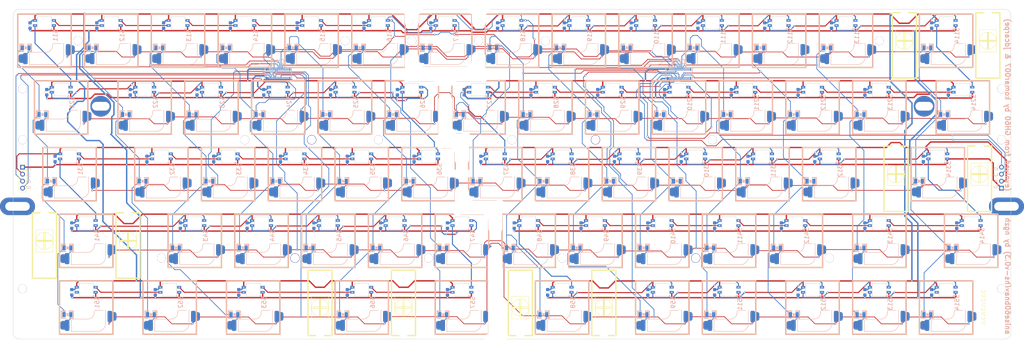
<source format=kicad_pcb>
(kicad_pcb (version 20211014) (generator pcbnew)
  (layers (0 "F.Cu" signal) (31 "B.Cu" signal) (34 "B.Paste" user) (35 "F.Paste" user) (36 "B.SilkS" user "B.Silkscreen") (37 "F.SilkS" user "F.Silkscreen") (38 "B.Mask" user) (39 "F.Mask" user) (44 "Edge.Cuts" user))
  (net 0 "")
  (net 1 "c8")
  (net 2 "r3")
  (net 3 "GND")
  (net 4 "VCC")
  (net 5 "S37_38")
  (net 6 "S38_39")
  (net 7 "c3")
  (net 8 "r4")
  (net 9 "S41_43")
  (net 10 "S43_44")
  (net 11 "c14")
  (net 12 "S314_414")
  (net 13 "S414_413")
  (net 14 "c13")
  (net 15 "S413_412")
  (net 16 "c12")
  (net 17 "S412_411")
  (net 18 "c11")
  (net 19 "S411_410")
  (net 20 "c10")
  (net 21 "S410_49")
  (net 22 "c1")
  (net 23 "S31_41")
  (net 24 "c9")
  (net 25 "S39_310")
  (net 26 "c4")
  (net 27 "S44_45")
  (net 28 "c7")
  (net 29 "S27_37")
  (net 30 "c6")
  (net 31 "S26_36")
  (net 32 "S36_35")
  (net 33 "c5")
  (net 34 "S35_34")
  (net 35 "S34_33")
  (net 36 "S33_32")
  (net 37 "c2")
  (net 38 "S32_31")
  (net 39 "S312_314")
  (net 40 "r5")
  (net 41 "S511_512")
  (net 42 "S512_513")
  (net 43 "S58_59")
  (net 44 "S59_511")
  (net 45 "S48_58")
  (net 46 "S47_57")
  (net 47 "S57_56")
  (net 48 "S56_53")
  (net 49 "S53_52")
  (net 50 "S52_51")
  (net 51 "S513_514")
  (net 52 "S311_312")
  (net 53 "S49_48")
  (net 54 "S46_47")
  (net 55 "S45_46")
  (net 56 "S310_311")
  (net 57 "r1")
  (net 58 "S12_11")
  (net 59 "S11_21")
  (net 60 "S19_110")
  (net 61 "S110_111")
  (net 62 "S111_112")
  (net 63 "S112_113")
  (net 64 "S113_114")
  (net 65 "S114_214")
  (net 66 "S13_12")
  (net 67 "S14_13")
  (net 68 "S15_14")
  (net 69 "S16_15")
  (net 70 "S18_19")
  (net 71 "r2")
  (net 72 "S21_22")
  (net 73 "S212_211")
  (net 74 "S211_210")
  (net 75 "S210_29")
  (net 76 "S29_28")
  (net 77 "S28_27")
  (net 78 "S25_26")
  (net 79 "S24_25")
  (net 80 "S23_24")
  (net 81 "S22_23")
  (net 82 "S214_213")
  (net 83 "S213_212")
  (net 84 "sclR")
  (net 85 "sdaR")
  (net 86 "sclL")
  (net 87 "sdaL")
  (net 88 "S17_18")
  (net 89 "led2_17")
  (footprint "hole:PKRHC" (layer "F.Cu") (at 322.3399 92.5208)
    (fp_text reference "HOLE" hide)
    (fp_text value "VAL**" hide)
  )
  (footprint "hole:PKRHSL" (layer "F.Cu") (at 345.8312 121.1212)
    (fp_text reference "HOLE" hide)
    (fp_text value "VAL**" hide)
  )
  (footprint "hole:PKRHC" (layer "F.Cu") (at 87.4893 92.5208)
    (fp_text reference "HOLE" hide)
    (fp_text value "VAL**" hide)
  )
  (footprint "hole:PKRH" (layer "F.Cu") (at 190.5 111.76)
    (fp_text reference "HOLE" hide)
    (fp_text value "VAL**" hide)
  )
  (footprint "hole:PKRHSL" (layer "F.Cu") (at 63.7489 121.1212)
    (fp_text reference "HOLE" hide)
    (fp_text value "VAL**" hide)
  )
  (footprint "Mounting_Holes:MountingHole_2.5mm" (layer "F.Cu") (at 80.9625 73.81875)
    (fp_text reference "" hide)
    (fp_text value "MountingHole_2.5mm" hide)
  )
  (footprint "hole:PKRH" (layer "F.Cu") (at 190.5 83.34502)
    (fp_text reference "" hide)
    (fp_text value "" hide)
  )
  (footprint "hole:PKRH" (layer "F.Cu") (at 188 102.2)
    (fp_text reference "" hide)
    (fp_text value "" hide)
  )
  (footprint "hole:PKRH" (layer "F.Cu") (at 193.68125 121.20498)
    (fp_text reference "" hide)
    (fp_text value "" hide)
  )
  (footprint "hole:PKRH" (layer "F.Cu") (at 190.20498 105.31875 90)
    (fp_text reference "" hide)
    (fp_text value "" hide)
  )
  (footprint "hole:PKRH" (layer "F.Cu") (at 190.40498 118.6 90)
    (fp_text reference "" hide)
    (fp_text value "" hide)
  )
  (footprint "hole:PKRH" (layer "F.Cu") (at 185.60498 97 90)
    (fp_text reference "" hide)
    (fp_text value "" hide)
  )
  (footprint "hole:PKRH" (layer "F.Cu") (at 185.60498 84.61875 90)
    (fp_text reference "" hide)
    (fp_text value "" hide)
  )
  (footprint "hole:PKRH" (layer "F.Cu") (at 193.6 64.63 90)
    (fp_text reference "" hide)
    (fp_text value "" hide)
  )
  (footprint "hole:PKRH" (layer "F.Cu") (at 196.91 64.63 90)
    (fp_text reference "" hide)
    (fp_text value "" hide)
  )
  (footprint "hole:PKRH" (layer "F.Cu") (at 187.6 85.4 90)
    (fp_text reference "" hide)
    (fp_text value "" hide)
  )
  (footprint "hole:PKRH" (layer "F.Cu") (at 187.6 100.4 90)
    (fp_text reference "" hide)
    (fp_text value "" hide)
  )
  (footprint "hole:PKRH" (layer "F.Cu") (at 188.7 104.4 90)
    (fp_text reference "" hide)
    (fp_text value "" hide)
  )
  (footprint "hole:PKRH" (layer "F.Cu") (at 192.3 119.4 90)
    (fp_text reference "" hide)
    (fp_text value "" hide)
  )
  (footprint "hole:PKRH" (layer "F.Cu") (at 200.025 123.4 90)
    (fp_text reference "" hide)
    (fp_text value "" hide)
  )
  (footprint "hole:PKRH" (layer "F.Cu") (at 200 146.8 90)
    (fp_text reference "" hide)
    (fp_text value "" hide)
  )
  (footprint "hole:PKRH" (layer "F.Cu") (at 198.3 159.2 90)
    (fp_text reference "" hide)
    (fp_text value "" hide)
  )
  (footprint "hole:PKRH" (layer "F.Cu") (at 201.7 159.2 90)
    (fp_text reference "" hide)
    (fp_text value "" hide)
  )
  (footprint "hole:PKRH" (layer "F.Cu") (at 195 80.3 90)
    (fp_text reference "" hide)
    (fp_text value "" hide)
  )
  (footprint "hole:PKRH" (layer "F.Cu") (at 193.3 81.3 90)
    (fp_text reference "" hide)
    (fp_text value "" hide)
  )
  (footprint "hole:PKRH" (layer "F.Cu") (at 196.67 84.02 90)
    (fp_text reference "" hide)
    (fp_text value "" hide)
  )
  (footprint "hole:PKRH" (layer "F.Cu") (at 184.3 103 90)
    (fp_text reference "" hide)
    (fp_text value "" hide)
  )
  (footprint "hole:PKRH" (layer "F.Cu") (at 191.6 101.1 90)
    (fp_text reference "" hide)
    (fp_text value "" hide)
  )
  (footprint "hole:PKRH" (layer "F.Cu") (at 189.3 122.6 90)
    (fp_text reference "" hide)
    (fp_text value "" hide)
  )
  (footprint "hole:PKRH" (layer "F.Cu") (at 201.24 119.645 90)
    (fp_text reference "" hide)
    (fp_text value "" hide)
  )
  (footprint "hole:PKRH" (layer "F.Cu") (at 175.94248 67.30875 90)
    (fp_text reference "" hide)
    (fp_text value "" hide)
  )
  (footprint "hole:PKRH" (layer "F.Cu") (at 175.95 80.29875 90)
    (fp_text reference "" hide)
    (fp_text value "" hide)
  )
  (footprint "hole:PKRH" (layer "F.Cu") (at 177.87 64.63 90)
    (fp_text reference "" hide)
    (fp_text value "" hide)
  )
  (footprint "hole:PKRH" (layer "F.Cu") (at 174.55 64.62 90)
    (fp_text reference "" hide)
    (fp_text value "" hide)
  )
  (footprint "hole:PKRH" (layer "F.Cu") (at 189.72 82.2)
    (fp_text reference "" hide)
    (fp_text value "" hide)
  )
  (footprint "hole:PKRH" (layer "F.Cu") (at 183.9 86.2 90)
    (fp_text reference "" hide)
    (fp_text value "" hide)
  )
  (footprint "hole:PKRH" (layer "F.Cu") (at 178.1 81.3 90)
    (fp_text reference "" hide)
    (fp_text value "" hide)
  )
  (footprint "hole:PKRH" (layer "F.Cu") (at 198.05 123.525 90)
    (fp_text reference "" hide)
    (fp_text value "" hide)
  )
  (footprint "hole:PKRH" (layer "F.Cu") (at 174.81 84.09 90)
    (fp_text reference "" hide)
    (fp_text value "" hide)
  )
  (footprint "hole:PKRH" (layer "F.Cu") (at 199.99 138.29 90)
    (fp_text reference "" hide)
    (fp_text value "" hide)
  )
  (footprint "hole:PKRH" (layer "F.Cu") (at 200.01 155.16 90)
    (fp_text reference "" hide)
    (fp_text value "" hide)
  )
  (footprint "Keyboard:MXHS-1U-RGB-ALI-3528-HOLE-NOPAD" (layer "F.Cu") (at 261.9375 73.81875 180)
    (fp_text reference "S111")
    (fp_text value "MX_LED" hide)
    (fp_line (start 2 3.28) (end 2 6.88) (layer "Edge.Cuts") (width 0.1))
    (fp_line (start -2 6.88) (end 2 6.88) (layer "Edge.Cuts") (width 0.1))
    (fp_line (start -2 3.28) (end 2 3.28) (layer "Edge.Cuts") (width 0.1))
    (fp_line (start -2 3.28) (end -2 6.88) (layer "Edge.Cuts") (width 0.1))
  )
  (footprint "Keyboard:MXST" (layer "F.Cu") (at 71.4375 130.96875)
    (fp_text reference "" hide)
    (fp_text value "" hide)
  )
  (footprint "Keyboard:MXHS-1U-RGB-ALI-3528-HOLE-NOPAD" (layer "F.Cu") (at 219.075 111.91875 180)
    (fp_text reference "S38")
    (fp_text value "MX_LED" hide)
    (fp_line (start 2 3.28) (end 2 6.88) (layer "Edge.Cuts") (width 0.1))
    (fp_line (start -2 6.88) (end 2 6.88) (layer "Edge.Cuts") (width 0.1))
    (fp_line (start -2 3.28) (end 2 3.28) (layer "Edge.Cuts") (width 0.1))
    (fp_line (start -2 3.28) (end -2 6.88) (layer "Edge.Cuts") (width 0.1))
  )
  (footprint "Mounting_Holes:MountingHole_2.5mm" (layer "F.Cu") (at 65.1689 102.0712)
    (fp_text reference "" hide)
    (fp_text value "MountingHole_2.5mm" hide)
  )
  (footprint "Mounting_Holes:MountingHole_2.5mm" (layer "F.Cu") (at 166.68751 102.1)
    (fp_text reference "" hide)
    (fp_text value "MountingHole_2.5mm" hide)
  )
  (footprint "Keyboard:MXHS-1U-RGB-ALI-3528-HOLE-NOPAD" (layer "F.Cu") (at 71.4375 73.81875 180)
    (fp_text reference "S11")
    (fp_text value "MX_LED" hide)
    (fp_line (start -2 3.28) (end 2 3.28) (layer "Edge.Cuts") (width 0.1))
    (fp_line (start -2 6.88) (end 2 6.88) (layer "Edge.Cuts") (width 0.1))
    (fp_line (start 2 3.28) (end 2 6.88) (layer "Edge.Cuts") (width 0.1))
    (fp_line (start -2 3.28) (end -2 6.88) (layer "Edge.Cuts") (width 0.1))
  )
  (footprint "Keyboard:30PIN_0.4MM_BTB_MALE" (layer "F.Cu") (at 252.4125 83.25)
    (fp_text reference "CN2")
    (fp_text value "BTB")
  )
  (footprint "Mounting_Holes:MountingHole_2.5mm" (layer "F.Cu") (at 214.3125 73.81875)
    (fp_text reference "" hide)
    (fp_text value "MountingHole_2.5mm" hide)
  )
  (footprint "Keyboard:MXHS-1U-RGB-ALI-3528-HOLE-NOPAD" (layer "F.Cu") (at 78.58125 111.91875 180)
    (fp_text reference "S31")
    (fp_text value "MX_LED" hide)
    (fp_line (start -2 3.28) (end 2 3.28) (layer "Edge.Cuts") (width 0.1))
    (fp_line (start 2 3.28) (end 2 6.88) (layer "Edge.Cuts") (width 0.1))
    (fp_line (start -2 6.88) (end 2 6.88) (layer "Edge.Cuts") (width 0.1))
    (fp_line (start -2 3.28) (end -2 6.88) (layer "Edge.Cuts") (width 0.1))
  )
  (footprint "Mounting_Holes:MountingHole_2.5mm" (layer "F.Cu") (at 142.875 135.89)
    (fp_text reference "REF**" hide)
    (fp_text value "MountingHole_padded_2.5mm" hide)
  )
  (footprint "Keyboard:30PIN_0.4MM_BTB_MALE" (layer "F.Cu") (at 138.1125 83.25)
    (fp_text reference "CN1")
    (fp_text value "BTB")
  )
  (footprint "hole:PKRH" (layer "F.Cu") (at 195.375 66.175)
    (fp_text reference "" hide)
    (fp_text value "" hide)
  )
  (footprint "Keyboard:MXHS-1U-RGB-ALI-3528-HOLE-NOPAD" (layer "F.Cu") (at 335.75625 130.96875 180)
    (fp_text reference "S414")
    (fp_text value "MX_LED" hide)
    (fp_line (start 2 3.28) (end 2 6.88) (layer "Edge.Cuts") (width 0.1))
    (fp_line (start -2 3.28) (end 2 3.28) (layer "Edge.Cuts") (width 0.1))
    (fp_line (start -2 3.28) (end -2 6.88) (layer "Edge.Cuts") (width 0.1))
    (fp_line (start -2 6.88) (end 2 6.88) (layer "Edge.Cuts") (width 0.1))
  )
  (footprint "" (layer "F.Cu") (at 208.6 68)
    (fp_text reference "")
    (fp_text value "")
  )
  (footprint "Mounting_Holes:MountingHole_2.5mm" (layer "F.Cu") (at 147.63751 102.1)
    (fp_text reference "REF**" hide)
    (fp_text value "MountingHole_padded_2.5mm" hide)
  )
  (footprint "Keyboard:MXHS-1U-RGB-ALI-3528-HOLE-NOPAD" (layer "F.Cu") (at 119.0625 92.86875 180)
    (fp_text reference "S23")
    (fp_text value "MX_LED" hide)
    (fp_line (start -2 6.88) (end 2 6.88) (layer "Edge.Cuts") (width 0.1))
    (fp_line (start -2 3.28) (end -2 6.88) (layer "Edge.Cuts") (width 0.1))
    (fp_line (start 2 3.28) (end 2 6.88) (layer "Edge.Cuts") (width 0.1))
    (fp_line (start -2 3.28) (end 2 3.28) (layer "Edge.Cuts") (width 0.1))
  )
  (footprint "Keyboard:MXHS-1U-RGB-ALI-3528-HOLE-NOPAD" (layer "F.Cu") (at 223.8375 73.81875 180)
    (fp_text reference "S19")
    (fp_text value "MX_LED" hide)
    (fp_line (start 2 3.28) (end 2 6.88) (layer "Edge.Cuts") (width 0.1))
    (fp_line (start -2 3.28) (end -2 6.88) (layer "Edge.Cuts") (width 0.1))
    (fp_line (start -2 3.28) (end 2 3.28) (layer "Edge.Cuts") (width 0.1))
    (fp_line (start -2 6.88) (end 2 6.88) (layer "Edge.Cuts") (width 0.1))
  )
  (footprint "Keyboard:MXHS-1U-RGB-ALI-3528-HOLE-NOPAD" (layer "F.Cu") (at 142.875 111.91875 180)
    (fp_text reference "S34")
    (fp_text value "MX_LED" hide)
    (fp_line (start -2 3.28) (end -2 6.88) (layer "Edge.Cuts") (width 0.1))
    (fp_line (start 2 3.28) (end 2 6.88) (layer "Edge.Cuts") (width 0.1))
    (fp_line (start -2 3.28) (end 2 3.28) (layer "Edge.Cuts") (width 0.1))
    (fp_line (start -2 6.88) (end 2 6.88) (layer "Edge.Cuts") (width 0.1))
  )
  (footprint "Mounting_Holes:MountingHole_2.5mm" (layer "F.Cu") (at 344.4112 102.0712)
    (fp_text reference "" hide)
    (fp_text value "MountingHole_2.5mm" hide)
  )
  (footprint "Mounting_Holes:MountingHole_2.5mm" (layer "F.Cu") (at 257.175 135.89)
    (fp_text reference "REF**" hide)
    (fp_text value "MountingHole_padded_2.5mm" hide)
  )
  (footprint "Mounting_Holes:MountingHole_2.5mm" (layer "F.Cu") (at 157.1625 73.81875)
    (fp_text reference "" hide)
    (fp_text value "MountingHole_2.5mm" hide)
  )
  (footprint "Keyboard:MXHS-1U-RGB-ALI-3528-HOLE-NOPAD" (layer "F.Cu") (at 214.3125 92.86875 180)
    (fp_text reference "S28")
    (fp_text value "MX_LED" hide)
    (fp_line (start -2 3.28) (end 2 3.28) (layer "Edge.Cuts") (width 0.1))
    (fp_line (start -2 3.28) (end -2 6.88) (layer "Edge.Cuts") (width 0.1))
    (fp_line (start 2 3.28) (end 2 6.88) (layer "Edge.Cuts") (width 0.1))
    (fp_line (start -2 6.88) (end 2 6.88) (layer "Edge.Cuts") (width 0.1))
  )
  (footprint "Keyboard:MXHS-1U-RGB-ALI-3528-HOLE-NOPAD" (layer "F.Cu") (at 109.5375 73.81875 180)
    (fp_text reference "S13")
    (fp_text value "MX_LED" hide)
    (fp_line (start -2 6.88) (end 2 6.88) (layer "Edge.Cuts") (width 0.1))
    (fp_line (start 2 3.28) (end 2 6.88) (layer "Edge.Cuts") (width 0.1))
    (fp_line (start -2 3.28) (end 2 3.28) (layer "Edge.Cuts") (width 0.1))
    (fp_line (start -2 3.28) (end -2 6.88) (layer "Edge.Cuts") (width 0.1))
  )
  (footprint "Keyboard:MXST" (layer "F.Cu") (at 95.25 130.96875)
    (fp_text reference "" hide)
    (fp_text value "" hide)
  )
  (footprint "Keyboard:MXHS-1U-RGB-ALI-3528-HOLE-NOPAD" (layer "F.Cu") (at 280.9875 73.81875 180)
    (fp_text reference "S112")
    (fp_text value "MX_LED" hide)
    (fp_line (start -2 6.88) (end 2 6.88) (layer "Edge.Cuts") (width 0.1))
    (fp_line (start -2 3.28) (end 2 3.28) (layer "Edge.Cuts") (width 0.1))
    (fp_line (start 2 3.28) (end 2 6.88) (layer "Edge.Cuts") (width 0.1))
    (fp_line (start -2 3.28) (end -2 6.88) (layer "Edge.Cuts") (width 0.1))
  )
  (footprint "Keyboard:MXHS-1U-RGB-ALI-3528-HOLE-NOPAD" (layer "F.Cu") (at 123.825 111.91875 180)
    (fp_text reference "S33")
    (fp_text value "MX_LED" hide)
    (fp_line (start -2 6.88) (end 2 6.88) (layer "Edge.Cuts") (width 0.1))
    (fp_line (start -2 3.28) (end -2 6.88) (layer "Edge.Cuts") (width 0.1))
    (fp_line (start -2 3.28) (end 2 3.28) (layer "Edge.Cuts") (width 0.1))
    (fp_line (start 2 3.28) (end 2 6.88) (layer "Edge.Cuts") (width 0.1))
  )
  (footprint "Keyboard:MXHS-1U-RGB-ALI-3528-HOLE-NOPAD" (layer "F.Cu") (at 333.375 92.86875 180)
    (fp_text reference "S214")
    (fp_text value "MX_LED" hide)
    (fp_line (start -2 3.28) (end 2 3.28) (layer "Edge.Cuts") (width 0.1))
    (fp_line (start -2 6.88) (end 2 6.88) (layer "Edge.Cuts") (width 0.1))
    (fp_line (start 2 3.28) (end 2 6.88) (layer "Edge.Cuts") (width 0.1))
    (fp_line (start -2 3.28) (end -2 6.88) (layer "Edge.Cuts") (width 0.1))
  )
  (footprint "Keyboard:MXHS-1U-RGB-ALI-3528-HOLE-NOPAD" (layer "F.Cu") (at 128.5875 73.81875 180)
    (fp_text reference "S14")
    (fp_text value "MX_LED" hide)
    (fp_line (start -2 3.28) (end 2 3.28) (layer "Edge.Cuts") (width 0.1))
    (fp_line (start -2 6.88) (end 2 6.88) (layer "Edge.Cuts") (width 0.1))
    (fp_line (start 2 3.28) (end 2 6.88) (layer "Edge.Cuts") (width 0.1))
    (fp_line (start -2 3.28) (end -2 6.88) (layer "Edge.Cuts") (width 0.1))
  )
  (footprint "Keyboard:MXST" (layer "F.Cu") (at 316.70625 73.81875)
    (fp_text reference "" hide)
    (fp_text value "" hide)
  )
  (footprint "Keyboard:MXHS-1U-RGB-ALI-3528-HOLE-NOPAD" (layer "F.Cu") (at 157.1625 92.86875 180)
    (fp_text reference "S25")
    (fp_text value "MX_LED" hide)
    (fp_line (start -2 3.28) (end 2 3.28) (layer "Edge.Cuts") (width 0.1))
    (fp_line (start 2 3.28) (end 2 6.88) (layer "Edge.Cuts") (width 0.1))
    (fp_line (start -2 6.88) (end 2 6.88) (layer "Edge.Cuts") (width 0.1))
    (fp_line (start -2 3.28) (end -2 6.88) (layer "Edge.Cuts") (width 0.1))
  )
  (footprint "Keyboard:MXHS-1U-RGB-ALI-3528-HOLE-NOPAD" (layer "F.Cu") (at 147.6375 73.81875 180)
    (fp_text reference "S15")
    (fp_text value "MX_LED" hide)
    (fp_line (start -2 3.28) (end 2 3.28) (layer "Edge.Cuts") (width 0.1))
    (fp_line (start -2 3.28) (end -2 6.88) (layer "Edge.Cuts") (width 0.1))
    (fp_line (start -2 6.88) (end 2 6.88) (layer "Edge.Cuts") (width 0.1))
    (fp_line (start 2 3.28) (end 2 6.88) (layer "Edge.Cuts") (width 0.1))
  )
  (footprint "Keyboard:MXHS-1U-RGB-ALI-3528-HOLE-NOPAD" (layer "F.Cu") (at 204.7875 73.81875 180)
    (fp_text reference "S18")
    (fp_text value "MX_LED" hide)
    (fp_line (start -2 3.28) (end 2 3.28) (layer "Edge.Cuts") (width 0.1))
    (fp_line (start -2 3.28) (end -2 6.88) (layer "Edge.Cuts") (width 0.1))
    (fp_line (start -2 6.88) (end 2 6.88) (layer "Edge.Cuts") (width 0.1))
    (fp_line (start 2 3.28) (end 2 6.88) (layer "Edge.Cuts") (width 0.1))
  )
  (footprint "Keyboard:MXST" (layer "F.Cu") (at 173.83125 150.01875 180)
    (fp_text reference "" hide)
    (fp_text value "" hide)
  )
  (footprint "Keyboard:MXST" (layer "F.Cu") (at 340.51875 73.81875)
    (fp_text reference "" hide)
    (fp_text value "" hide)
  )
  (footprint "Mounting_Holes:MountingHole_2.5mm" (layer "F.Cu") (at 176.2125 73.81875)
    (fp_text reference "" hide)
    (fp_text value "MountingHole_2.5mm" hide)
  )
  (footprint "Keyboard:MXHS-1U-RGB-ALI-3528-HOLE-NOPAD" (layer "F.Cu") (at 290.5125 92.86875 180)
    (fp_text reference "S212")
    (fp_text value "MX_LED" hide)
    (fp_line (start 2 3.28) (end 2 6.88) (layer "Edge.Cuts") (width 0.1))
    (fp_line (start -2 6.88) (end 2 6.88) (layer "Edge.Cuts") (width 0.1))
    (fp_line (start -2 3.28) (end 2 3.28) (layer "Edge.Cuts") (width 0.1))
    (fp_line (start -2 3.28) (end -2 6.88) (layer "Edge.Cuts") (width 0.1))
  )
  (footprint "Mounting_Holes:MountingHole_2.5mm" (layer "F.Cu") (at 65.1689 144.6712)
    (fp_text reference "" hide)
    (fp_text value "MountingHole_2.5mm" hide)
  )
  (footprint "Keyboard:MXST" (layer "F.Cu") (at 314.325 111.91875)
    (fp_text reference "" hide)
    (fp_text value "" hide)
  )
  (footprint "Keyboard:MXHS-1U-RGB-ALI-3528-HOLE-NOPAD" (layer "F.Cu") (at 76.2 92.86875 180)
    (fp_text reference "S21")
    (fp_text value "MX_LED" hide)
    (fp_line (start -2 3.28) (end -2 6.88) (layer "Edge.Cuts") (width 0.1))
    (fp_line (start -2 6.88) (end 2 6.88) (layer "Edge.Cuts") (width 0.1))
    (fp_line (start -2 3.28) (end 2 3.28) (layer "Edge.Cuts") (width 0.1))
    (fp_line (start 2 3.28) (end 2 6.88) (layer "Edge.Cuts") (width 0.1))
  )
  (footprint "Keyboard:MXHS-1U-RGB-ALI-3528-HOLE-NOPAD" (layer "F.Cu") (at 161.925 111.91875 180)
    (fp_text reference "S35")
    (fp_text value "MX_LED" hide)
    (fp_line (start -2 6.88) (end 2 6.88) (layer "Edge.Cuts") (width 0.1))
    (fp_line (start -2 3.28) (end 2 3.28) (layer "Edge.Cuts") (width 0.1))
    (fp_line (start -2 3.28) (end -2 6.88) (layer "Edge.Cuts") (width 0.1))
    (fp_line (start 2 3.28) (end 2 6.88) (layer "Edge.Cuts") (width 0.1))
  )
  (footprint "Keyboard:MXHS-1U-RGB-ALI-3528-HOLE-NOPAD" (layer "F.Cu") (at 114.3 130.96875 180)
    (fp_text reference "S43")
    (fp_text value "MX_LED" hide)
    (fp_line (start -2 3.28) (end -2 6.88) (layer "Edge.Cuts") (width 0.1))
    (fp_line (start 2 3.28) (end 2 6.88) (layer "Edge.Cuts") (width 0.1))
    (fp_line (start -2 3.28) (end 2 3.28) (layer "Edge.Cuts") (width 0.1))
    (fp_line (start -2 6.88) (end 2 6.88) (layer "Edge.Cuts") (width 0.1))
  )
  (footprint "Keyboard:MXST" (layer "F.Cu") (at 207.16875 150.01875 180)
    (fp_text reference "" hide)
    (fp_text value "" hide)
  )
  (footprint "Keyboard:MXHS-1U-RGB-ALI-3528-HOLE-NOPAD" (layer "F.Cu") (at 219.075 150.01875 180)
    (fp_text reference "S58")
    (fp_text value "MX_LED" hide)
    (fp_line (start 2 3.28) (end 2 6.88) (layer "Edge.Cuts") (width 0.1))
    (fp_line (start -2 6.88) (end 2 6.88) (layer "Edge.Cuts") (width 0.1))
    (fp_line (start -2 3.28) (end 2 3.28) (layer "Edge.Cuts") (width 0.1))
    (fp_line (start -2 3.28) (end -2 6.88) (layer "Edge.Cuts") (width 0.1))
  )
  (footprint "Mounting_Holes:MountingHole_2.5mm" (layer "F.Cu") (at 344.4112 87.5212)
    (fp_text reference "" hide)
    (fp_text value "MountingHole_2.5mm" hide)
  )
  (footprint "Keyboard:MXHS-1U-RGB-ALI-3528-HOLE-NOPAD" (layer "F.Cu") (at 190.5 150.01875 180)
    (fp_text reference "S57")
    (fp_text value "MX_LED" hide)
    (fp_line (start -2 6.88) (end 2 6.88) (layer "Edge.Cuts") (width 0.1))
    (fp_line (start -2 3.28) (end 2 3.28) (layer "Edge.Cuts") (width 0.1))
    (fp_line (start 2 3.28) (end 2 6.88) (layer "Edge.Cuts") (width 0.1))
    (fp_line (start -2 3.28) (end -2 6.88) (layer "Edge.Cuts") (width 0.1))
  )
  (footprint "Mounting_Holes:MountingHole_2.5mm" (layer "F.Cu") (at 128.58751 102.1)
    (fp_text reference "" hide)
    (fp_text value "MountingHole_2.5mm" hide)
  )
  (footprint "Keyboard:MXHS-1U-RGB-ALI-3528-HOLE-NOPAD" (layer "F.Cu") (at 295.275 111.91875 180)
    (fp_text reference "S312")
    (fp_text value "MX_LED" hide)
    (fp_line (start -2 3.28) (end 2 3.28) (layer "Edge.Cuts") (width 0.1))
    (fp_line (start -2 3.28) (end -2 6.88) (layer "Edge.Cuts") (width 0.1))
    (fp_line (start -2 6.88) (end 2 6.88) (layer "Edge.Cuts") (width 0.1))
    (fp_line (start 2 3.28) (end 2 6.88) (layer "Edge.Cuts") (width 0.1))
  )
  (footprint "Keyboard:MXHS-1U-RGB-ALI-3528-HOLE-NOPAD" (layer "F.Cu") (at 200.025 111.91875 180)
    (fp_text reference "S37")
    (fp_text value "MX_LED" hide)
    (fp_line (start -2 6.88) (end 2 6.88) (layer "Edge.Cuts") (width 0.1))
    (fp_line (start -2 3.28) (end -2 6.88) (layer "Edge.Cuts") (width 0.1))
    (fp_line (start -2 3.28) (end 2 3.28) (layer "Edge.Cuts") (width 0.1))
    (fp_line (start 2 3.28) (end 2 6.88) (layer "Edge.Cuts") (width 0.1))
  )
  (footprint "Keyboard:MXHS-1U-RGB-ALI-3528-HOLE-NOPAD" (layer "F.Cu") (at 209.55 130.96875 180)
    (fp_text reference "S48")
    (fp_text value "MX_LED" hide)
    (fp_line (start -2 3.28) (end 2 3.28) (layer "Edge.Cuts") (width 0.1))
    (fp_line (start -2 6.88) (end 2 6.88) (layer "Edge.Cuts") (width 0.1))
    (fp_line (start -2 3.28) (end -2 6.88) (layer "Edge.Cuts") (width 0.1))
    (fp_line (start 2 3.28) (end 2 6.88) (layer "Edge.Cuts") (width 0.1))
  )
  (footprint "Keyboard:MXHS-1U-RGB-ALI-3528-HOLE-NOPAD" (layer "F.Cu") (at 228.6 130.96875 180)
    (fp_text reference "S49")
    (fp_text value "MX_LED" hide)
    (fp_line (start -2 6.88) (end 2 6.88) (layer "Edge.Cuts") (width 0.1))
    (fp_line (start 2 3.28) (end 2 6.88) (layer "Edge.Cuts") (width 0.1))
    (fp_line (start -2 3.28) (end -2 6.88) (layer "Edge.Cuts") (width 0.1))
    (fp_line (start -2 3.28) (end 2 3.28) (layer "Edge.Cuts") (width 0.1))
  )
  (footprint "Mounting_Holes:MountingHole_2.5mm" (layer "F.Cu") (at 344.4112 144.6712)
    (fp_text reference "" hide)
    (fp_text value "MountingHole_2.5mm" hide)
  )
  (footprint "Keyboard:MXHS-1U-RGB-ALI-3528-HOLE-NOPAD" (layer "F.Cu") (at 133.35 130.96875 180)
    (fp_text reference "S44")
    (fp_text value "MX_LED" hide)
    (fp_line (start -2 3.28) (end 2 3.28) (layer "Edge.Cuts") (width 0.1))
    (fp_line (start -2 6.88) (end 2 6.88) (layer "Edge.Cuts") (width 0.1))
    (fp_line (start -2 3.28) (end -2 6.88) (layer "Edge.Cuts") (width 0.1))
    (fp_line (start 2 3.28) (end 2 6.88) (layer "Edge.Cuts") (width 0.1))
  )
  (footprint "Keyboard:MXHS-1U-RGB-ALI-3528-HOLE-NOPAD" (layer "F.Cu") (at 271.4625 92.86875 180)
    (fp_text reference "S211")
    (fp_text value "MX_LED" hide)
    (fp_line (start -2 3.28) (end 2 3.28) (layer "Edge.Cuts") (width 0.1))
    (fp_line (start -2 3.28) (end -2 6.88) (layer "Edge.Cuts") (width 0.1))
    (fp_line (start 2 3.28) (end 2 6.88) (layer "Edge.Cuts") (width 0.1))
    (fp_line (start -2 6.88) (end 2 6.88) (layer "Edge.Cuts") (width 0.1))
  )
  (footprint "Mounting_Holes:MountingHole_2.5mm" (layer "F.Cu") (at 180.975 135.89)
    (fp_text reference "" hide)
    (fp_text value "MountingHole_2.5mm" hide)
  )
  (footprint "Keyboard:MXHS-1U-RGB-ALI-3528-HOLE-NOPAD" (layer "F.Cu") (at 138.1125 92.86875 180)
    (fp_text reference "S24")
    (fp_text value "MX_LED" hide)
    (fp_line (start 2 3.28) (end 2 6.88) (layer "Edge.Cuts") (width 0.1))
    (fp_line (start -2 3.28) (end -2 6.88) (layer "Edge.Cuts") (width 0.1))
    (fp_line (start -2 6.88) (end 2 6.88) (layer "Edge.Cuts") (width 0.1))
    (fp_line (start -2 3.28) (end 2 3.28) (layer "Edge.Cuts") (width 0.1))
  )
  (footprint "Mounting_Holes:MountingHole_2.5mm" (layer "F.Cu") (at 261.93749 102.1)
    (fp_text reference "" hide)
    (fp_text value "MountingHole_2.5mm" hide)
  )
  (footprint "Keyboard:MXST" (layer "F.Cu") (at 150.01875 150.01875 180)
    (fp_text reference "" hide)
    (fp_text value "" hide)
  )
  (footprint "Mounting_Holes:MountingHole_2.5mm" (layer "F.Cu") (at 228.6 102.1)
    (fp_text reference "REF**" hide)
    (fp_text value "MountingHole_padded_2.5mm" hide)
  )
  (footprint "Keyboard:MXHS-1U-RGB-ALI-3528-HOLE-NOPAD" (layer "F.Cu") (at 130.96875 150.01875 180)
    (fp_text reference "S53")
    (fp_text value "MX_LED" hide)
    (fp_line (start 2 3.28) (end 2 6.88) (layer "Edge.Cuts") (width 0.1))
    (fp_line (start -2 6.88) (end 2 6.88) (layer "Edge.Cuts") (width 0.1))
    (fp_line (start -2 3.28) (end 2 3.28) (layer "Edge.Cuts") (width 0.1))
    (fp_line (start -2 3.28) (end -2 6.88) (layer "Edge.Cuts") (width 0.1))
  )
  (footprint "Keyboard:MXHS-1U-RGB-ALI-3528-HOLE-NOPAD" (layer "F.Cu") (at 309.5625 130.96875 180)
    (fp_text reference "S413")
    (fp_text value "MX_LED" hide)
    (fp_line (start -2 6.88) (end 2 6.88) (layer "Edge.Cuts") (width 0.1))
    (fp_line (start -2 3.28) (end 2 3.28) (layer "Edge.Cuts") (width 0.1))
    (fp_line (start -2 3.28) (end -2 6.88) (layer "Edge.Cuts") (width 0.1))
    (fp_line (start 2 3.28) (end 2 6.88) (layer "Edge.Cuts") (width 0.1))
  )
  (footprint "Keyboard:MXHS-1U-RGB-ALI-3528-HOLE-NOPAD" (layer "F.Cu") (at 328.6125 150.01875 180)
    (fp_text reference "S514")
    (fp_text value "MX_LED" hide)
    (fp_line (start 2 3.28) (end 2 6.88) (layer "Edge.Cuts") (width 0.1))
    (fp_line (start -2 3.28) (end 2 3.28) (layer "Edge.Cuts") (width 0.1))
    (fp_line (start -2 6.88) (end 2 6.88) (layer "Edge.Cuts") (width 0.1))
    (fp_line (start -2 3.28) (end -2 6.88) (layer "Edge.Cuts") (width 0.1))
  )
  (footprint "Keyboard:MXHS-1U-RGB-ALI-3528-HOLE-NOPAD" (layer "F.Cu") (at 83.34375 130.96875 180)
    (fp_text reference "S41")
    (fp_text value "MX_LED" hide)
    (fp_line (start 2 3.28) (end 2 6.88) (layer "Edge.Cuts") (width 0.1))
    (fp_line (start -2 6.88) (end 2 6.88) (layer "Edge.Cuts") (width 0.1))
    (fp_line (start -2 3.28) (end -2 6.88) (layer "Edge.Cuts") (width 0.1))
    (fp_line (start -2 3.28) (end 2 3.28) (layer "Edge.Cuts") (width 0.1))
  )
  (footprint "Keyboard:MXHS-1U-RGB-ALI-3528-HOLE-NOPAD" (layer "F.Cu") (at 107.15625 150.01875 180)
    (fp_text reference "S52")
    (fp_text value "MX_LED" hide)
    (fp_line (start -2 3.28) (end 2 3.28) (layer "Edge.Cuts") (width 0.1))
    (fp_line (start -2 3.28) (end -2 6.88) (layer "Edge.Cuts") (width 0.1))
    (fp_line (start -2 6.88) (end 2 6.88) (layer "Edge.Cuts") (width 0.1))
    (fp_line (start 2 3.28) (end 2 6.88) (layer "Edge.Cuts") (width 0.1))
  )
  (footprint "Keyboard:MXHS-1U-RGB-ALI-3528-HOLE-NOPAD" (layer "F.Cu") (at 252.4125 92.86875 180)
    (fp_text reference "S210")
    (fp_text value "MX_LED" hide)
    (fp_line (start 2 3.28) (end 2 6.88) (layer "Edge.Cuts") (width 0.1))
    (fp_line (start -2 3.28) (end 2 3.28) (layer "Edge.Cuts") (width 0.1))
    (fp_line (start -2 6.88) (end 2 6.88) (layer "Edge.Cuts") (width 0.1))
    (fp_line (start -2 3.28) (end -2 6.88) (layer "Edge.Cuts") (width 0.1))
  )
  (footprint "Keyboard:MXHS-1U-RGB-ALI-3528-HOLE-NOPAD" (layer "F.Cu") (at 195.2625 92.86875 180)
    (fp_text reference "S27")
    (fp_text value "MX_LED" hide)
    (fp_line (start -2 3.28) (end 2 3.28) (layer "Edge.Cuts") (width 0.1))
    (fp_line (start -2 3.28) (end -2 6.88) (layer "Edge.Cuts") (width 0.1))
    (fp_line (start -2 6.88) (end 2 6.88) (layer "Edge.Cuts") (width 0.1))
    (fp_line (start 2 3.28) (end 2 6.88) (layer "Edge.Cuts") (width 0.1))
  )
  (footprint "Mounting_Holes:MountingHole_2.5mm" (layer "F.Cu") (at 204.7875 102.1)
    (fp_text reference "" hide)
    (fp_text value "MountingHole_2.5mm" hide)
  )
  (footprint "Mounting_Holes:MountingHole_2.5mm" (layer "F.Cu") (at 219.075 135.89)
    (fp_text reference "" hide)
    (fp_text value "MountingHole_2.5mm" hide)
  )
  (footprint "Keyboard:MXHS-1U-RGB-ALI-3528-HOLE-NOPAD" (layer "F.Cu") (at 152.4 130.96875 180)
    (fp_text reference "S45")
    (fp_text value "MX_LED" hide)
    (fp_line (start -2 3.28) (end 2 3.28) (layer "Edge.Cuts") (width 0.1))
    (fp_line (start 2 3.28) (end 2 6.88) (layer "Edge.Cuts") (width 0.1))
    (fp_line (start -2 3.28) (end -2 6.88) (layer "Edge.Cuts") (width 0.1))
    (fp_line (start -2 6.88) (end 2 6.88) (layer "Edge.Cuts") (width 0.1))
  )
  (footprint "" (layer "F.Cu") (at 170.5 68.025)
    (fp_text reference "")
    (fp_text value "")
  )
  (footprint "Keyboard:MXHS-1U-RGB-ALI-3528-HOLE-NOPAD" (layer "F.Cu") (at 290.5125 150.01875 180)
    (fp_text reference "S512")
    (fp_text value "MX_LED" hide)
    (fp_line (start -2 3.28) (end 2 3.28) (layer "Edge.Cuts") (width 0.1))
    (fp_line (start -2 6.88) (end 2 6.88) (layer "Edge.Cuts") (width 0.1))
    (fp_line (start -2 3.28) (end -2 6.88) (layer "Edge.Cuts") (width 0.1))
    (fp_line (start 2 3.28) (end 2 6.88) (layer "Edge.Cuts") (width 0.1))
  )
  (footprint "Keyboard:MXHS-1U-RGB-ALI-3528-HOLE-NOPAD" (layer "F.Cu") (at 90.4875 73.81875 180)
    (fp_text reference "S12")
    (fp_text value "MX_LED" hide)
    (fp_line (start -2 3.28) (end -2 6.88) (layer "Edge.Cuts") (width 0.1))
    (fp_line (start 2 3.28) (end 2 6.88) (layer "Edge.Cuts") (width 0.1))
    (fp_line (start -2 3.28) (end 2 3.28) (layer "Edge.Cuts") (width 0.1))
    (fp_line (start -2 6.88) (end 2 6.88) (layer "Edge.Cuts") (width 0.1))
  )
  (footprint "Keyboard:MXHS-1U-RGB-ALI-3528-HOLE-NOPAD" (layer "F.Cu") (at 247.65 130.96875 180)
    (fp_text reference "S410")
    (fp_text value "MX_LED" hide)
    (fp_line (start -2 3.28) (end -2 6.88) (layer "Edge.Cuts") (width 0.1))
    (fp_line (start -2 3.28) (end 2 3.28) (layer "Edge.Cuts") (width 0.1))
    (fp_line (start 2 3.28) (end 2 6.88) (layer "Edge.Cuts") (width 0.1))
    (fp_line (start -2 6.88) (end 2 6.88) (layer "Edge.Cuts") (width 0.1))
  )
  (footprint "Mounting_Holes:MountingHole_2.5mm" (layer "F.Cu") (at 195.2625 73.81875)
    (fp_text reference "" hide)
    (fp_text value "MountingHole_2.5mm" hide)
  )
  (footprint "Keyboard:MXHS-1U-RGB-ALI-3528-HOLE-NOPAD" (layer "F.Cu") (at 233.3625 92.86875 180)
    (fp_text reference "S29")
    (fp_text value "MX_LED" hide)
    (fp_line (start -2 6.88) (end 2 6.88) (layer "Edge.Cuts") (width 0.1))
    (fp_line (start -2 3.28) (end 2 3.28) (layer "Edge.Cuts") (width 0.1))
    (fp_line (start 2 3.28) (end 2 6.88) (layer "Edge.Cuts") (width 0.1))
    (fp_line (start -2 3.28) (end -2 6.88) (layer "Edge.Cuts") (width 0.1))
  )
  (footprint "Mounting_Holes:MountingHole_2.5mm" (layer "F.Cu") (at 65.1689 87.5212)
    (fp_text reference "" hide)
    (fp_text value "MountingHole_2.5mm" hide)
  )
  (footprint "Keyboard:MXHS-1U-RGB-ALI-3528-HOLE-NOPAD" (layer "F.Cu") (at 285.75 130.96875 180)
    (fp_text reference "S412")
    (fp_text value "MX_LED" hide)
    (fp_line (start 2 3.28) (end 2 6.88) (layer "Edge.Cuts") (width 0.1))
    (fp_line (start -2 3.28) (end -2 6.88) (layer "Edge.Cuts") (width 0.1))
    (fp_line (start -2 3.28) (end 2 3.28) (layer "Edge.Cuts") (width 0.1))
    (fp_line (start -2 6.88) (end 2 6.88) (layer "Edge.Cuts") (width 0.1))
  )
  (footprint "Keyboard:MXHS-1U-RGB-ALI-3528-HOLE-NOPAD" (layer "F.Cu") (at 100.0125 92.86875 180)
    (fp_text reference "S22")
    (fp_text value "MX_LED" hide)
    (fp_line (start -2 3.28) (end -2 6.88) (layer "Edge.Cuts") (width 0.1))
    (fp_line (start -2 6.88) (end 2 6.88) (layer "Edge.Cuts") (width 0.1))
    (fp_line (start -2 3.28) (end 2 3.28) (layer "Edge.Cuts") (width 0.1))
    (fp_line (start 2 3.28) (end 2 6.88) (layer "Edge.Cuts") (width 0.1))
  )
  (footprint "Keyboard:MXHS-1U-RGB-ALI-3528-HOLE-NOPAD" (layer "F.Cu") (at 247.65 150.01875 180)
    (fp_text reference "S59")
    (fp_text value "MX_LED" hide)
    (fp_line (start -2 6.88) (end 2 6.88) (layer "Edge.Cuts") (width 0.1))
    (fp_line (start -2 3.28) (end -2 6.88) (layer "Edge.Cuts") (width 0.1))
    (fp_line (start -2 3.28) (end 2 3.28) (layer "Edge.Cuts") (width 0.1))
    (fp_line (start 2 3.28) (end 2 6.88) (layer "Edge.Cuts") (width 0.1))
  )
  (footprint "Keyboard:MXHS-1U-RGB-ALI-3528-HOLE-NOPAD" (layer "F.Cu") (at 176.2125 92.86875 180)
    (fp_text reference "S26")
    (fp_text value "MX_LED" hide)
    (fp_line (start -2 3.28) (end -2 6.88) (layer "Edge.Cuts") (width 0.1))
    (fp_line (start 2 3.28) (end 2 6.88) (layer "Edge.Cuts") (width 0.1))
    (fp_line (start -2 3.28) (end 2 3.28) (layer "Edge.Cuts") (width 0.1))
    (fp_line (start -2 6.88) (end 2 6.88) (layer "Edge.Cuts") (width 0.1))
  )
  (footprint "Keyboard:MXHS-1U-RGB-ALI-3528-HOLE-NOPAD" (layer "F.Cu") (at 190.5 130.96875 180)
    (fp_text reference "S47")
    (fp_text value "MX_LED" hide)
    (fp_line (start -2 6.88) (end 2 6.88) (layer "Edge.Cuts") (width 0.1))
    (fp_line (start 2 3.28) (end 2 6.88) (layer "Edge.Cuts") (width 0.1))
    (fp_line (start -2 3.28) (end -2 6.88) (layer "Edge.Cuts") (width 0.1))
    (fp_line (start -2 3.28) (end 2 3.28) (layer "Edge.Cuts") (width 0.1))
  )
  (footprint "Keyboard:MXHS-1U-RGB-ALI-3528-HOLE-NOPAD" (layer "F.Cu") (at 300.0375 73.81875 180)
    (fp_text reference "S113")
    (fp_text value "MX_LED" hide)
    (fp_line (start -2 3.28) (end -2 6.88) (layer "Edge.Cuts") (width 0.1))
    (fp_line (start 2 3.28) (end 2 6.88) (layer "Edge.Cuts") (width 0.1))
    (fp_line (start -2 3.28) (end 2 3.28) (layer "Edge.Cuts") (width 0.1))
    (fp_line (start -2 6.88) (end 2 6.88) (layer "Edge.Cuts") (width 0.1))
  )
  (footprint "Keyboard:MXST" (layer "F.Cu") (at 230.98125 150.01875 180)
    (fp_text reference "" hide)
    (fp_text value "" hide)
  )
  (footprint "Keyboard:MXHS-1U-RGB-ALI-3528-HOLE-NOPAD" (layer "F.Cu") (at 257.175 111.91875 180)
    (fp_text reference "S310")
    (fp_text value "MX_LED" hide)
    (fp_line (start 2 3.28) (end 2 6.88) (layer "Edge.Cuts") (width 0.1))
    (fp_line (start -2 3.28) (end 2 3.28) (layer "Edge.Cuts") (width 0.1))
    (fp_line (start -2 6.88) (end 2 6.88) (layer "Edge.Cuts") (width 0.1))
    (fp_line (start -2 3.28) (end -2 6.88) (layer "Edge.Cuts") (width 0.1))
  )
  (footprint "Mounting_Holes:MountingHole_2.5mm" (layer "F.Cu") (at 104.775 135.89)
    (fp_text reference "" hide)
    (fp_text value "MountingHole_2.5mm" hide)
  )
  (footprint "Keyboard:MXHS-1U-RGB-ALI-3528-HOLE-NOPAD" (layer "F.Cu") (at 171.45 130.96875 180)
    (fp_text reference "S46")
    (fp_text value "MX_LED" hide)
    (fp_line (start -2 3.28) (end 2 3.28) (layer "Edge.Cuts") (width 0.1))
    (fp_line (start 2 3.28) (end 2 6.88) (layer "Edge.Cuts") (width 0.1))
    (fp_line (start -2 3.28) (end -2 6.88) (layer "Edge.Cuts") (width 0.1))
    (fp_line (start -2 6.88) (end 2 6.88) (layer "Edge.Cuts") (width 0.1))
  )
  (footprint "Keyboard:MXHS-1U-RGB-ALI-3528-HOLE-NOPAD" (layer "F.Cu") (at 180.975 111.91875 180)
    (fp_text reference "S36")
    (fp_text value "MX_LED" hide)
    (fp_line (start -2 3.28) (end -2 6.88) (layer "Edge.Cuts") (width 0.1))
    (fp_line (start -2 3.28) (end 2 3.28) (layer "Edge.Cuts") (width 0.1))
    (fp_line (start -2 6.88) (end 2 6.88) (layer "Edge.Cuts") (width 0.1))
    (fp_line (start 2 3.28) (end 2 6.88) (layer "Edge.Cuts") (width 0.1))
  )
  (footprint "Keyboard:MXHS-1U-RGB-ALI-3528-HOLE-NOPAD" (layer "F.Cu") (at 276.225 111.91875 180)
    (fp_text reference "S311")
    (fp_text value "MX_LED" hide)
    (fp_line (start -2 6.88) (end 2 6.88) (layer "Edge.Cuts") (width 0.1))
    (fp_line (start -2 3.28) (end -2 6.88) (layer "Edge.Cuts") (width 0.1))
    (fp_line (start 2 3.28) (end 2 6.88) (layer "Edge.Cuts") (width 0.1))
    (fp_line (start -2 3.28) (end 2 3.28) (layer "Edge.Cuts") (width 0.1))
  )
  (footprint "Keyboard:MXST" (layer "F.Cu") (at 338.1375 111.91875)
    (fp_text reference "" hide)
    (fp_text value "" hide)
  )
  (footprint "Connector_PinHeader_2.00mm:PinHeader_1x04_P2.00mm_Vertical" (layer "F.Cu") (at 65.1896 109.91875)
    (fp_text reference "P1" hide)
    (fp_text value "P" hide)
  )
  (footprint "Keyboard:MXHS-1U-RGB-ALI-3528-HOLE-NOPAD" (layer "F.Cu") (at 166.6875 73.81875 180)
    (fp_text reference "S16")
    (fp_text value "MX_LED" hide)
    (fp_line (start -2 3.28) (end -2 6.88) (layer "Edge.Cuts") (width 0.1))
    (fp_line (start 2 3.28) (end 2 6.88) (layer "Edge.Cuts") (width 0.1))
    (fp_line (start -2 6.88) (end 2 6.88) (layer "Edge.Cuts") (width 0.1))
    (fp_line (start -2 3.28) (end 2 3.28) (layer "Edge.Cuts") (width 0.1))
  )
  (footprint "Keyboard:MXHS-1U-RGB-ALI-3528-HOLE-NOPAD" (layer "F.Cu") (at 266.7 150.01875 180)
    (fp_text reference "S511")
    (fp_text value "MX_LED" hide)
    (fp_line (start -2 3.28) (end -2 6.88) (layer "Edge.Cuts") (width 0.1))
    (fp_line (start -2 6.88) (end 2 6.88) (layer "Edge.Cuts") (width 0.1))
    (fp_line (start 2 3.28) (end 2 6.88) (layer "Edge.Cuts") (width 0.1))
    (fp_line (start -2 3.28) (end 2 3.28) (layer "Edge.Cuts") (width 0.1))
  )
  (footprint "Mounting_Holes:MountingHole_2.5mm" (layer "F.Cu") (at 295.275 135.89)
    (fp_text reference "" hide)
    (fp_text value "MountingHole_2.5mm" hide)
  )
  (footprint "Keyboard:MXHS-1U-RGB-ALI-3528-HOLE-NOPAD" (layer "F.Cu") (at 238.125 111.91875 180)
    (fp_text reference "S39")
    (fp_text value "MX_LED" hide)
    (fp_line (start -2 6.88) (end 2 6.88) (layer "Edge.Cuts") (width 0.1))
    (fp_line (start -2 3.28) (end 2 3.28) (layer "Edge.Cuts") (width 0.1))
    (fp_line (start 2 3.28) (end 2 6.88) (layer "Edge.Cuts") (width 0.1))
    (fp_line (start -2 3.28) (end -2 6.88) (layer "Edge.Cuts") (width 0.1))
  )
  (footprint "Keyboard:MXHS-1U-RGB-ALI-3528-HOLE-NOPAD" (layer "F.Cu") (at 328.6125 73.81875 180)
    (fp_text reference "S114")
    (fp_text value "MX_LED" hide)
    (fp_line (start -2 6.88) (end 2 6.88) (layer "Edge.Cuts") (width 0.1))
    (fp_line (start -2 3.28) (end -2 6.88) (layer "Edge.Cuts") (width 0.1))
    (fp_line (start -2 3.28) (end 2 3.28) (layer "Edge.Cuts") (width 0.1))
    (fp_line (start 2 3.28) (end 2 6.88) (layer "Edge.Cuts") (width 0.1))
  )
  (footprint "Keyboard:MXHS-1U-RGB-ALI-3528-HOLE-NOPAD" (layer "F.Cu") (at 266.7 130.96875 180)
    (fp_text reference "S411")
    (fp_text value "MX_LED" hide)
    (fp_line (start -2 6.88) (end 2 6.88) (layer "Edge.Cuts") (width 0.1))
    (fp_line (start 2 3.28) (end 2 6.88) (layer "Edge.Cuts") (width 0.1))
    (fp_line (start -2 3.28) (end -2 6.88) (layer "Edge.Cuts") (width 0.1))
    (fp_line (start -2 3.28) (end 2 3.28) (layer "Edge.Cuts") (width 0.1))
  )
  (footprint "Keyboard:MXHS-1U-RGB-ALI-3528-HOLE-NOPAD" (layer "F.Cu") (at 309.5625 92.86875 180)
    (fp_text reference "S213")
    (fp_text value "MX_LED" hide)
    (fp_line (start -2 6.88) (end 2 6.88) (layer "Edge.Cuts") (width 0.1))
    (fp_line (start -2 3.28) (end 2 3.28) (layer "Edge.Cuts") (width 0.1))
    (fp_line (start -2 3.28) (end -2 6.88) (layer "Edge.Cuts") (width 0.1))
    (fp_line (start 2 3.28) (end 2 6.88) (layer "Edge.Cuts") (width 0.1))
  )
  (footprint "Keyboard:MXHS-1U-RGB-ALI-3528-HOLE-NOPAD" (layer "F.Cu") (at 104.775 111.91875 180)
    (fp_text reference "S32")
    (fp_text value "MX_LED" hide)
    (fp_line (start -2 6.88) (end 2 6.88) (layer "Edge.Cuts") (width 0.1))
    (fp_line (start 2 3.28) (end 2 6.88) (layer "Edge.Cuts") (width 0.1))
    (fp_line (start -2 3.28) (end 2 3.28) (layer "Edge.Cuts") (width 0.1))
    (fp_line (start -2 3.28) (end -2 6.88) (layer "Edge.Cuts") (width 0.1))
  )
  (footprint "Keyboard:MXHS-1U-RGB-ALI-3528-HOLE-NOPAD" (layer "F.Cu") (at 83.34375 150.01875 180)
    (fp_text reference "S51")
    (fp_text value "MX_LED" hide)
    (fp_line (start 2 3.28) (end 2 6.88) (layer "Edge.Cuts") (width 0.1))
    (fp_line (start -2 3.28) (end 2 3.28) (layer "Edge.Cuts") (width 0.1))
    (fp_line (start -2 3.28) (end -2 6.88) (layer "Edge.Cuts") (width 0.1))
    (fp_line (start -2 6.88) (end 2 6.88) (layer "Edge.Cuts") (width 0.1))
  )
  (footprint "Keyboard:MXHS-1U-RGB-ALI-3528-HOLE-NOPAD" (layer "F.Cu") (at 326.23125 111.91875 180)
    (fp_text reference "S314")
    (fp_text value "MX_LED" hide)
    (fp_line (start -2 3.28) (end -2 6.88) (layer "Edge.Cuts") (width 0.1))
    (fp_line (start 2 3.28) (end 2 6.88) (layer "Edge.Cuts") (width 0.1))
    (fp_line (start -2 3.28) (end 2 3.28) (layer "Edge.Cuts") (width 0.1))
    (fp_line (start -2 6.88) (end 2 6.88) (layer "Edge.Cuts") (width 0.1))
  )
  (footprint "Connector_PinHeader_2.00mm:PinHeader_1x04_P2.00mm_Vertical" (layer "F.Cu") (at 344.4112 115.91875 180)
    (fp_text reference "P2" hide)
    (fp_text value "P" hide)
  )
  (footprint "Mounting_Holes:MountingHole_2.5mm" (layer "F.Cu") (at 309.5625 73.81875)
    (fp_text reference "" hide)
    (fp_text value "MountingHole_2.5mm" hide)
  )
  (footprint "Keyboard:MXHS-1U-RGB-ALI-3528-HOLE-NOPAD" (layer "F.Cu") (at 185.7375 73.81875 180)
    (fp_text reference "S17")
    (fp_text value "MX_LED" hide)
    (fp_line (start -2 3.28) (end 2 3.28) (layer "Edge.Cuts") (width 0.1))
    (fp_line (start 2 3.28) (end 2 6.88) (layer "Edge.Cuts") (width 0.1))
    (fp_line (start -2 6.88) (end 2 6.88) (layer "Edge.Cuts") (width 0.1))
    (fp_line (start -2 3.28) (end -2 6.88) (layer "Edge.Cuts") (width 0.1))
  )
  (footprint "Keyboard:MXHS-1U-RGB-ALI-3528-HOLE-NOPAD" (layer "F.Cu") (at 161.925 150.01875 180)
    (fp_text reference "S56")
    (fp_text value "MX_LED" hide)
    (fp_line (start -2 3.28) (end 2 3.28) (layer "Edge.Cuts") (width 0.1))
    (fp_line (start -2 6.88) (end 2 6.88) (layer "Edge.Cuts") (width 0.1))
    (fp_line (start 2 3.28) (end 2 6.88) (layer "Edge.Cuts") (width 0.1))
    (fp_line (start -2 3.28) (end -2 6.88) (layer "Edge.Cuts") (width 0.1))
  )
  (footprint "Keyboard:MXHS-1U-RGB-ALI-3528-HOLE-NOPAD" (layer "F.Cu") (at 309.5625 150.01875 180)
    (fp_text reference "S513")
    (fp_text value "MX_LED" hide)
    (fp_line (start -2 3.28) (end -2 6.88) (layer "Edge.Cuts") (width 0.1))
    (fp_line (start -2 6.88) (end 2 6.88) (layer "Edge.Cuts") (width 0.1))
    (fp_line (start -2 3.28) (end 2 3.28) (layer "Edge.Cuts") (width 0.1))
    (fp_line (start 2 3.28) (end 2 6.88) (layer "Edge.Cuts") (width 0.1))
  )
  (footprint "Keyboard:MXHS-1U-RGB-ALI-3528-HOLE-NOPAD" (layer "F.Cu") (at 242.8875 73.81875 180)
    (fp_text reference "S110")
    (fp_text value "MX_LED" hide)
    (fp_line (start -2 3.28) (end 2 3.28) (layer "Edge.Cuts") (width 0.1))
    (fp_line (start -2 3.28) (end -2 6.88) (layer "Edge.Cuts") (width 0.1))
    (fp_line (start -2 6.88) (end 2 6.88) (layer "Edge.Cuts") (width 0.1))
    (fp_line (start 2 3.28) (end 2 6.88) (layer "Edge.Cuts") (width 0.1))
  )
  (gr_arc (start 345.29 64.82) (mid 346.562792 65.347208) (end 347.09 66.62) (layer "Edge.Cuts") (width 0.0991))
  (gr_arc (start 347.09 157.22) (mid 346.562792 158.492792) (end 345.29 159.02) (layer "Edge.Cuts") (width 0.0991))
  (gr_arc (start 62.49 66.62) (mid 63.017208 65.347208) (end 64.29 64.82) (layer "Edge.Cuts") (width 0.0991))
  (gr_line (start 347.09 66.62) (end 347.09 157.22) (layer "Edge.Cuts") (width 0.0991))
  (gr_arc (start 64.29 159.02) (mid 63.017208 158.492792) (end 62.49 157.22) (layer "Edge.Cuts") (width 0.0991))
  (gr_line (start 64.29 159.02) (end 345.28 159.02) (layer "Edge.Cuts") (width 0.0991))
  (gr_line (start 62.49 157.22) (end 62.49 66.62) (layer "Edge.Cuts") (width 0.0991))
  (gr_line (start 64.29 64.82) (end 345.29 64.82) (layer "Edge.Cuts") (width 0.0991))
  (gr_text "anise60bnav(hs-v0.3) by ngzh       (evolved from GH60 by komar007 & jdcarpe)" (at 346.175 157.9 270) (layer "B.SilkS") (effects (font (size 1.42 1.42) (thickness 0.3048)) (justify left mirror)))
  (gr_text "G V C D\n" (at 66.875 113.15 270) (layer "B.SilkS") (effects (font (size 1 1) (thickness 0.12))))
  (gr_text "G V C D\n" (at 342.8 112.975 90) (layer "B.SilkS") (effects (font (size 1 1) (thickness 0.12))))
  (gr_text "JLCJLCJLCJLC" (at 339.25 150 90) (layer "F.SilkS") (effects (font (size 1 1) (thickness 0.12))))
  (segment (start 224.5 83.075) (end 224.475 83.1) (width 0.2) (layer "F.Cu") (net 1))
  (segment (start 252.1 83.125) (end 247.15 83.125) (width 0.2) (layer "F.Cu") (net 1))
  (segment (start 246.245 82.22) (end 245.270111 82.22) (width 0.2) (layer "F.Cu") (net 1))
  (segment (start 245.270111 82.22) (end 245.165111 82.325) (width 0.2) (layer "F.Cu") (net 1))
  (segment (start 225.8 82.325) (end 225.25 82.325) (width 0.2) (layer "F.Cu") (net 1))
  (segment (start 224.475 83.1) (end 208 83.1) (width 0.2) (layer "F.Cu") (net 1))
  (segment (start 245.165111 82.325) (end 225.8 82.325) (width 0.2) (layer "F.Cu") (net 1))
  (segment (start 247.15 83.125) (end 246.245 82.22) (width 0.2) (layer "F.Cu") (net 1))
  (segment (start 225.25 82.325) (end 224.5 83.075) (width 0.2) (layer "F.Cu") (net 1))
  (via (at 252.1 83.125) (size 0.51) (drill 0.305) (layers "F.Cu" "B.Cu") (net 1))
  (via (at 208 83.1) (size 0.51) (drill 0.305) (layers "F.Cu" "B.Cu") (net 1))
  (segment (start 203.241893 129.308107) (end 203.241893 132.978429) (width 0.2) (layer "B.Cu") (net 1))
  (segment (start 198.475 73.725) (end 198.475 73.125) (width 0.2) (layer "B.Cu") (net 1))
  (segment (start 212.766893 152.028429) (end 212.766893 139.016893) (width 0.2) (layer "B.Cu") (net 1))
  (segment (start 212.766893 139.016893) (end 206.125 132.375) (width 0.2) (layer "B.Cu") (net 1))
  (segment (start 212.766893 113.928429) (end 212.766893 114.258107) (width 0.2) (layer "B.Cu") (net 1))
  (segment (start 206.275 98.675) (end 206.407501 98.807501) (width 0.2) (layer "B.Cu") (net 1))
  (segment (start 203.241893 124.108107) (end 203.241893 129.308107) (width 0.2) (layer "B.Cu") (net 1))
  (segment (start 203.25 124.1) (end 203.241893 124.108107) (width 0.2) (layer "B.Cu") (net 1))
  (segment (start 200.175 72.55) (end 208.004393 80.379393) (width 0.2) (layer "B.Cu") (net 1))
  (segment (start 252.4125 84.605) (end 252.4125 83.4375) (width 0.2) (layer "B.Cu") (net 1))
  (segment (start 206.407501 98.807501) (end 206.407501 107.569037) (width 0.2) (layer "B.Cu") (net 1))
  (segment (start 212.766893 114.258107) (end 203.25 123.775) (width 0.2) (layer "B.Cu") (net 1))
  (segment (start 206.407501 107.569037) (end 212.766893 113.928429) (width 0.2) (layer "B.Cu") (net 1))
  (segment (start 208.004393 94.878429) (end 206.275 96.607822) (width 0.2) (layer "B.Cu") (net 1))
  (segment (start 203.25 123.775) (end 203.25 124.1) (width 0.2) (layer "B.Cu") (net 1))
  (segment (start 208.004393 80.379393) (end 208.004393 94.878429) (width 0.2) (layer "B.Cu") (net 1))
  (segment (start 252.4125 83.4375) (end 252.1 83.125) (width 0.2) (layer "B.Cu") (net 1))
  (segment (start 206.125 132.375) (end 206.125 130.9) (width 0.2) (layer "B.Cu") (net 1))
  (segment (start 206.275 96.607822) (end 206.275 98.675) (width 0.2) (layer "B.Cu") (net 1))
  (segment (start 199.05 72.55) (end 200.175 72.55) (width 0.2) (layer "B.Cu") (net 1))
  (segment (start 206.125 130.9) (end 204.533107 129.308107) (width 0.2) (layer "B.Cu") (net 1))
  (segment (start 198.479393 73.729393) (end 198.475 73.725) (width 0.2) (layer "B.Cu") (net 1))
  (segment (start 198.479393 75.828429) (end 198.479393 73.729393) (width 0.2) (layer "B.Cu") (net 1))
  (segment (start 204.533107 129.308107) (end 203.241893 129.308107) (width 0.2) (layer "B.Cu") (net 1))
  (segment (start 198.475 73.125) (end 199.05 72.55) (width 0.2) (layer "B.Cu") (net 1))
  (segment (start 244.58362 116.56738) (end 246.076 115.075) (width 0.2) (layer "F.Cu") (net 2))
  (segment (start 105.45 114.875) (end 107.14238 116.56738) (width 0.2) (layer "F.Cu") (net 2))
  (segment (start 270.78262 116.56738) (end 272.375 114.975) (width 0.2) (layer "F.Cu") (net 2))
  (segment (start 225.675 83.725) (end 226.625 82.775) (width 0.2) (layer "F.Cu") (net 2))
  (segment (start 326.05 114.925) (end 327.69238 116.56738) (width 0.2) (layer "F.Cu") (net 2))
  (segment (start 118.13262 116.56738) (end 119.825 114.875) (width 0.2) (layer "F.Cu") (net 2))
  (segment (start 111.23362 116.56738) (end 118.13262 116.56738) (width 0.2) (layer "F.Cu") (net 2))
  (segment (start 301.73362 116.56738) (end 320.73262 116.56738) (width 0.2) (layer "F.Cu") (net 2))
  (segment (start 138.7 114.8) (end 144.15 114.8) (width 0.2) (layer "F.Cu") (net 2))
  (segment (start 297.71738 116.56738) (end 301.73362 116.56738) (width 0.2) (layer "F.Cu") (net 2))
  (segment (start 130.28362 116.56738) (end 136.93262 116.56738) (width 0.2) (layer "F.Cu") (net 2))
  (segment (start 284.102251 115.148749) (end 296.298749 115.148749) (width 0.2) (layer "F.Cu") (net 2))
  (segment (start 107.14238 116.56738) (end 111.23362 116.56738) (width 0.2) (layer "F.Cu") (net 2))
  (segment (start 239.075 115.1) (end 240.54238 116.56738) (width 0.2) (layer "F.Cu") (net 2))
  (segment (start 85.03987 116.56738) (end 99.45762 116.56738) (width 0.2) (layer "F.Cu") (net 2))
  (segment (start 183.56738 116.56738) (end 187.43362 116.56738) (width 0.2) (layer "F.Cu") (net 2))
  (segment (start 181.925 114.925) (end 183.56738 116.56738) (width 0.2) (layer "F.Cu") (net 2))
  (segment (start 296.298749 115.148749) (end 297.71738 116.56738) (width 0.2) (layer "F.Cu") (net 2))
  (segment (start 145.91738 116.56738) (end 149.33362 116.56738) (width 0.2) (layer "F.Cu") (net 2))
  (segment (start 206.48362 116.56738) (end 208.001 115.05) (width 0.2) (layer "F.Cu") (net 2))
  (segment (start 272.375 114.975) (end 277.5 114.975) (width 0.2) (layer "F.Cu") (net 2))
  (segment (start 282.68362 116.56738) (end 284.102251 115.148749) (width 0.2) (layer "F.Cu") (net 2))
  (segment (start 187.43362 116.56738) (end 189.525 114.476) (width 0.2) (layer "F.Cu") (net 2))
  (segment (start 136.93262 116.56738) (end 138.7 114.8) (width 0.2) (layer "F.Cu") (net 2))
  (segment (start 208.001 115.05) (end 219.8 115.05) (width 0.2) (layer "F.Cu") (net 2))
  (segment (start 119.825 114.875) (end 122.818658 114.875) (width 0.2) (layer "F.Cu") (net 2))
  (segment (start 176.875 114.925) (end 181.925 114.925) (width 0.2) (layer "F.Cu") (net 2))
  (segment (start 168.38362 116.56738) (end 175.23262 116.56738) (width 0.2) (layer "F.Cu") (net 2))
  (segment (start 227.001 115.1) (end 239.075 115.1) (width 0.2) (layer "F.Cu") (net 2))
  (segment (start 101.15 114.875) (end 105.45 114.875) (width 0.2) (layer "F.Cu") (net 2))
  (segment (start 151.151 114.75) (end 162.6 114.75) (width 0.2) (layer "F.Cu") (net 2))
  (segment (start 279.1 116.575) (end 279.10762 116.56738) (width 0.2) (layer "F.Cu") (net 2))
  (segment (start 259.91738 116.56738) (end 263.63362 116.56738) (width 0.2) (layer "F.Cu") (net 2))
  (segment (start 258.425 115.075) (end 259.91738 116.56738) (width 0.2) (layer "F.Cu") (net 2))
  (segment (start 320.73262 116.56738) (end 322.375 114.925) (width 0.2) (layer "F.Cu") (net 2))
  (segment (start 202.21738 116.56738) (end 206.48362 116.56738) (width 0.2) (layer "F.Cu") (net 2))
  (segment (start 124.511038 116.56738) (end 130.28362 116.56738) (width 0.2) (layer "F.Cu") (net 2))
  (segment (start 189.525 114.476) (end 189.525 114.45) (width 0.2) (layer "F.Cu") (net 2))
  (segment (start 164.41738 116.56738) (end 168.38362 116.56738) (width 0.2) (layer "F.Cu") (net 2))
  (segment (start 245.825 82.775) (end 245.85 82.8) (width 0.2) (layer "F.Cu") (net 2))
  (segment (start 99.45762 116.56738) (end 101.15 114.875) (width 0.2) (layer "F.Cu") (net 2))
  (segment (start 162.6 114.75) (end 164.41738 116.56738) (width 0.2) (layer "F.Cu") (net 2))
  (segment (start 125.7705 82.5545) (end 133.775 82.5545) (width 0.2) (layer "F.Cu") (net 2))
  (segment (start 322.375 114.925) (end 326.05 114.925) (width 0.2) (layer "F.Cu") (net 2))
  (segment (start 200.1 114.45) (end 202.21738 116.56738) (width 0.2) (layer "F.Cu") (net 2))
  (segment (start 144.15 114.8) (end 145.91738 116.56738) (width 0.2) (layer "F.Cu") (net 2))
  (segment (start 225.53362 116.56738) (end 227.001 115.1) (width 0.2) (layer "F.Cu") (net 2))
  (segment (start 279.10762 116.56738) (end 282.68362 116.56738) (width 0.2) (layer "F.Cu") (net 2))
  (segment (start 263.63362 116.56738) (end 270.78262 116.56738) (width 0.2) (layer "F.Cu") (net 2))
  (segment (start 149.33362 116.56738) (end 151.151 114.75) (width 0.2) (layer "F.Cu") (net 2))
  (segment (start 122.818658 114.875) (end 124.511038 116.56738) (width 0.2) (layer "F.Cu") (net 2))
  (segment (start 327.69238 116.56738) (end 332.68987 116.56738) (width 0.2) (layer "F.Cu") (net 2))
  (segment (start 175.23262 116.56738) (end 176.875 114.925) (width 0.2) (layer "F.Cu") (net 2))
  (segment (start 240.54238 116.56738) (end 244.58362 116.56738) (width 0.2) (layer "F.Cu") (net 2))
  (segment (start 246.076 115.075) (end 258.425 115.075) (width 0.2) (layer "F.Cu") (net 2))
  (segment (start 125.75 82.575) (end 125.7705 82.5545) (width 0.2) (layer "F.Cu") (net 2))
  (segment (start 219.8 115.05) (end 221.31738 116.56738) (width 0.2) (layer "F.Cu") (net 2))
  (segment (start 221.31738 116.56738) (end 225.53362 116.56738) (width 0.2) (layer "F.Cu") (net 2))
  (segment (start 189.525 114.45) (end 200.1 114.45) (width 0.2) (layer "F.Cu") (net 2))
  (segment (start 226.625 82.775) (end 245.825 82.775) (width 0.2) (layer "F.Cu") (net 2))
  (segment (start 277.5 114.975) (end 279.1 116.575) (width 0.2) (layer "F.Cu") (net 2))
  (via (at 120.85 114.875) (size 0.51) (drill 0.305) (layers "F.Cu" "B.Cu") (net 2))
  (via (at 125.75 82.575) (size 0.51) (drill 0.305) (layers "F.Cu" "B.Cu") (net 2))
  (via (at 133.775 82.5545) (size 0.51) (drill 0.305) (layers "F.Cu" "B.Cu") (net 2))
  (via (at 237.65 115.075) (size 0.51) (drill 0.305) (layers "F.Cu" "B.Cu") (net 2))
  (via (at 225.675 83.725) (size 0.51) (drill 0.305) (layers "F.Cu" "B.Cu") (net 2))
  (via (at 245.85 82.8) (size 0.51) (drill 0.305) (layers "F.Cu" "B.Cu") (net 2))
  (segment (start 233.75 96.65) (end 231.012499 93.912499) (width 0.2) (layer "B.Cu") (net 2))
  (segment (start 118.175 109.55) (end 120.85 112.225) (width 0.2) (layer "B.Cu") (net 2))
  (segment (start 118.175 106.368101) (end 118.175 109.55) (width 0.2) (layer "B.Cu") (net 2))
  (segment (start 232.675 108.8) (end 232.675 105.075) (width 0.2) (layer "B.Cu") (net 2))
  (segment (start 225.175 84.225) (end 225.675 83.725) (width 0.2) (layer "B.Cu") (net 2))
  (segment (start 119 96.325) (end 119 105.543101) (width 0.2) (layer "B.Cu") (net 2))
  (segment (start 251.6125 82.595) (end 251.6125 81.895) (width 0.2) (layer "B.Cu") (net 2))
  (segment (start 233.75 104) (end 233.75 96.65) (width 0.2) (layer "B.Cu") (net 2))
  (segment (start 245.9 82.75) (end 251.4575 82.75) (width 0.2) (layer "B.Cu") (net 2))
  (segment (start 120.85 112.225) (end 120.85 114.875) (width 0.2) (layer "B.Cu") (net 2))
  (segment (start 245.85 82.8) (end 245.9 82.75) (width 0.2) (layer "B.Cu") (net 2))
  (segment (start 137.1825 82.725) (end 137.3125 82.595) (width 0.2) (layer "B.Cu") (net 2))
  (segment (start 125.375 82.95) (end 125.375 89.025) (width 0.2) (layer "B.Cu") (net 2))
  (segment (start 137.3125 82.595) (end 137.3125 81.895) (width 0.2) (layer "B.Cu") (net 2))
  (segment (start 133.9455 82.725) (end 137.1825 82.725) (width 0.2) (layer "B.Cu") (net 2))
  (segment (start 232.675 105.075) (end 233.75 104) (width 0.2) (layer "B.Cu") (net 2))
  (segment (start 121.625 93.7) (end 119 96.325) (width 0.2) (layer "B.Cu") (net 2))
  (segment (start 251.4575 82.75) (end 251.6125 82.595) (width 0.2) (layer "B.Cu") (net 2))
  (segment (start 225.175 86.85) (end 225.175 84.225) (width 0.2) (layer "B.Cu") (net 2))
  (segment (start 125.375 89.025) (end 121.625 92.775) (width 0.2) (layer "B.Cu") (net 2))
  (segment (start 119 105.543101) (end 118.175 106.368101) (width 0.2) (layer "B.Cu") (net 2))
  (segment (start 133.775 82.5545) (end 133.9455 82.725) (width 0.2) (layer "B.Cu") (net 2))
  (segment (start 121.625 92.775) (end 121.625 93.7) (width 0.2) (layer "B.Cu") (net 2))
  (segment (start 235.775 111.9) (end 232.675 108.8) (width 0.2) (layer "B.Cu") (net 2))
  (segment (start 125.75 82.575) (end 125.375 82.95) (width 0.2) (layer "B.Cu") (net 2))
  (segment (start 237.65 115.075) (end 235.775 113.2) (width 0.2) (layer "B.Cu") (net 2))
  (segment (start 231.012499 93.912499) (end 231.012499 92.687499) (width 0.2) (layer "B.Cu") (net 2))
  (segment (start 235.775 113.2) (end 235.775 111.9) (width 0.2) (layer "B.Cu") (net 2))
  (segment (start 231.012499 92.687499) (end 225.175 86.85) (width 0.2) (layer "B.Cu") (net 2))
  (segment (start 298 109.15) (end 328.5 109.15) (width 0.4) (layer "F.Cu") (net 3))
  (segment (start 207.375 71) (end 226.525 71) (width 0.4) (layer "F.Cu") (net 3))
  (segment (start 178.7 71.525) (end 179.25 70.975) (width 0.4) (layer "F.Cu") (net 3))
  (segment (start 164.65 109.2) (end 164.625 109.175) (width 0.4) (layer "F.Cu") (net 3))
  (segment (start 169.3875 70.8375) (end 169.275 70.95) (width 0.4) (layer "F.Cu") (net 3))
  (segment (start 107.475 107.56375) (end 107.475 109.2) (width 0.4) (layer "F.Cu") (net 3))
  (segment (start 164.65 109.2) (end 183.4 109.2) (width 0.4) (layer "F.Cu") (net 3))
  (segment (start 231.425 128.175) (end 231.3 128.05) (width 0.4) (layer "F.Cu") (net 3))
  (segment (start 72.225 90.3) (end 72.2 90.275) (width 0.4) (layer "F.Cu") (net 3))
  (segment (start 150.3375 69.46375) (end 150.3375 70.9125) (width 0.4) (layer "F.Cu") (net 3))
  (segment (start 325.275 90.175) (end 335.825 90.175) (width 0.4) (layer "F.Cu") (net 3))
  (segment (start 340.82615 107.56375) (end 342.0562 108.7938) (width 0.4) (layer "F.Cu") (net 3))
  (segment (start 250.2 128.175) (end 269.4 128.175) (width 0.4) (layer "F.Cu") (net 3))
  (segment (start 264.6375 70.9625) (end 264.675 71) (width 0.4) (layer "F.Cu") (net 3))
  (segment (start 131.275 70.95) (end 150.3 70.95) (width 0.4) (layer "F.Cu") (net 3))
  (segment (start 217.0125 89.9625) (end 217.0125 88.51375) (width 0.4) (layer "F.Cu") (net 3))
  (segment (start 145.5 109.2) (end 145.575 109.125) (width 0.4) (layer "F.Cu") (net 3))
  (segment (start 126.85 147.2) (end 133.675 147.2) (width 0.4) (layer "F.Cu") (net 3))
  (segment (start 131.2875 69.46375) (end 131.2875 70.9375) (width 0.4) (layer "F.Cu") (net 3))
  (segment (start 298 109.15) (end 297.975 109.125) (width 0.4) (layer "F.Cu") (net 3))
  (segment (start 192.85 147.2) (end 193.2 146.85) (width 0.4) (layer "F.Cu") (net 3))
  (segment (start 221.825 147.2) (end 250.325 147.2) (width 0.4) (layer "F.Cu") (net 3))
  (segment (start 231.425 128.175) (end 250.2 128.175) (width 0.4) (layer "F.Cu") (net 3))
  (segment (start 186.4 147.2) (end 192.85 147.2) (width 0.4) (layer "F.Cu") (net 3))
  (segment (start 212.25 128.175) (end 231.425 128.175) (width 0.4) (layer "F.Cu") (net 3))
  (segment (start 178.7 90.05) (end 178.9125 89.8375) (width 0.4) (layer "F.Cu") (net 3))
  (segment (start 93.25 70.95) (end 112.175 70.95) (width 0.4) (layer "F.Cu") (net 3))
  (segment (start 221.8 109.15) (end 240.85 109.15) (width 0.4) (layer "F.Cu") (net 3))
  (segment (start 288.45 128.175) (end 288.45 126.61375) (width 0.4) (layer "F.Cu") (net 3))
  (segment (start 217.1 90.05) (end 217.0125 89.9625) (width 0.4) (layer "F.Cu") (net 3))
  (segment (start 226.525 71) (end 245.525 71) (width 0.4) (layer "F.Cu") (net 3))
  (segment (start 86.04375 126.61375) (end 86.04375 128.175) (width 0.4) (layer "F.Cu") (net 3))
  (segment (start 312.2625 147.1375) (end 312.2625 145.66375) (width 0.4) (layer "F.Cu") (net 3))
  (segment (start 245.525 71) (end 264.675 71) (width 0.4) (layer "F.Cu") (net 3))
  (segment (start 193.2 127.875) (end 193.2 126.61375) (width 0.4) (layer "F.Cu") (net 3))
  (segment (start 331.3125 70.7375) (end 331.3125 69.46375) (width 0.4) (layer "F.Cu") (net 3))
  (segment (start 198.78875 88.51375) (end 200.325 90.05) (width 0.4) (layer "F.Cu") (net 3))
  (segment (start 140.875 90.05) (end 159.725 90.05) (width 0.4) (layer "F.Cu") (net 3))
  (segment (start 155.1 128.175) (end 174.15 128.175) (width 0.4) (layer "F.Cu") (net 3))
  (segment (start 240.85 109.15) (end 259.9 109.15) (width 0.4) (layer "F.Cu") (net 3))
  (segment (start 312.2625 128.1375) (end 312.2625 126.61375) (width 0.4) (layer "F.Cu") (net 3))
  (segment (start 255.05 90.05) (end 274.175 90.05) (width 0.4) (layer "F.Cu") (net 3))
  (segment (start 245.5875 69.46375) (end 245.5875 70.9375) (width 0.4) (layer "F.Cu") (net 3))
  (segment (start 342.0562 108.7938) (end 342.0562 113.56375) (width 0.4) (layer "F.Cu") (net 3))
  (segment (start 93.1875 70.8875) (end 93.25 70.95) (width 0.4) (layer "F.Cu") (net 3))
  (segment (start 255.1125 89.9875) (end 255.1125 88.51375) (width 0.4) (layer "F.Cu") (net 3))
  (segment (start 293.2125 147.1875) (end 293.2125 145.66375) (width 0.4) (layer "F.Cu") (net 3))
  (segment (start 250.35 128.025) (end 250.35 126.61375) (width 0.4) (layer "F.Cu") (net 3))
  (segment (start 269.4 128.175) (end 269.4 126.61375) (width 0.4) (layer "F.Cu") (net 3))
  (segment (start 269.4 147.2) (end 286.375 147.2) (width 0.4) (layer "F.Cu") (net 3))
  (segment (start 173.15 70.95) (end 173.725 71.525) (width 0.4) (layer "F.Cu") (net 3))
  (segment (start 117.075 128.175) (end 117 128.1) (width 0.4) (layer "F.Cu") (net 3))
  (segment (start 302.7375 70.8875) (end 302.625 71) (width 0.4) (layer "F.Cu") (net 3))
  (segment (start 250.35 147.175) (end 250.35 145.66375) (width 0.4) (layer "F.Cu") (net 3))
  (segment (start 145.575 109.125) (end 145.575 107.56375) (width 0.4) (layer "F.Cu") (net 3))
  (segment (start 89.375 89.05) (end 90.375 90.05) (width 0.4) (layer "F.Cu") (net 3))
  (segment (start 112.175 70.95) (end 131.275 70.95) (width 0.4) (layer "F.Cu") (net 3))
  (segment (start 297.975 109.125) (end 297.975 107.56375) (width 0.4) (layer "F.Cu") (net 3))
  (segment (start 312.325 147.2) (end 312.2625 147.1375) (width 0.4) (layer "F.Cu") (net 3))
  (segment (start 197.5 71.375) (end 197.875 71) (width 0.4) (layer "F.Cu") (net 3))
  (segment (start 331.3125 146.9625) (end 331.3125 145.66375) (width 0.4) (layer "F.Cu") (net 3))
  (segment (start 117 128.1) (end 117 126.61375) (width 0.4) (layer "F.Cu") (net 3))
  (segment (start 121.825 90.05) (end 140.875 90.05) (width 0.4) (layer "F.Cu") (net 3))
  (segment (start 150.3 70.95) (end 169.275 70.95) (width 0.4) (layer "F.Cu") (net 3))
  (segment (start 293.225 90.05) (end 293.2125 90.0375) (width 0.4) (layer "F.Cu") (net 3))
  (segment (start 174.15 128.175) (end 174.15 126.61375) (width 0.4) (layer "F.Cu") (net 3))
  (segment (start 145.5 109.2) (end 164.65 109.2) (width 0.4) (layer "F.Cu") (net 3))
  (segment (start 236 90.05) (end 255.05 90.05) (width 0.4) (layer "F.Cu") (net 3))
  (segment (start 202.725 107.56375) (end 202.725 109.15) (width 0.4) (layer "F.Cu") (net 3))
  (segment (start 133.675 147.2) (end 164.6 147.2) (width 0.4) (layer "F.Cu") (net 3))
  (segment (start 250.2 128.175) (end 250.35 128.025) (width 0.4) (layer "F.Cu") (net 3))
  (segment (start 85.825 89.05) (end 89.375 89.05) (width 0.4) (layer "F.Cu") (net 3))
  (segment (start 278.925 109.125) (end 278.95 109.15) (width 0.4) (layer "F.Cu") (net 3))
  (segment (start 136.05 128.125) (end 136 128.175) (width 0.4) (layer "F.Cu") (net 3))
  (segment (start 86.04375 145.66375) (end 86.04375 147.2) (width 0.4) (layer "F.Cu") (net 3))
  (segment (start 86.04375 147.2) (end 79.425 147.2) (width 0.4) (layer "F.Cu") (net 3))
  (segment (start 312.2625 89.9125) (end 312.2625 88.51375) (width 0.4) (layer "F.Cu") (net 3))
  (segment (start 324.175 89.075) (end 325.275 90.175) (width 0.4) (layer "F.Cu") (net 3))
  (segment (start 112.2375 70.8875) (end 112.175 70.95) (width 0.4) (layer "F.Cu") (net 3))
  (segment (start 183.675 108.925) (end 183.675 107.56375) (width 0.4) (layer "F.Cu") (net 3))
  (segment (start 319.4 90.05) (end 320.375 89.075) (width 0.4) (layer "F.Cu") (net 3))
  (segment (start 178.9125 89.8375) (end 178.9125 88.51375) (width 0.4) (layer "F.Cu") (net 3))
  (segment (start 335.825 90.175) (end 336.075 89.925) (width 0.4) (layer "F.Cu") (net 3))
  (segment (start 262.575 147.2) (end 269.4 147.2) (width 0.4) (layer "F.Cu") (net 3))
  (segment (start 188.4375 69.46375) (end 188.4375 70.9125) (width 0.4) (layer "F.Cu") (net 3))
  (segment (start 283.75 71) (end 302.625 71) (width 0.4) (layer "F.Cu") (net 3))
  (segment (start 86.04375 128.175) (end 110.175 128.175) (width 0.4) (layer "F.Cu") (net 3))
  (segment (start 78.9 90.3) (end 72.225 90.3) (width 0.4) (layer "F.Cu") (net 3))
  (segment (start 164.6 147.2) (end 186.4 147.2) (width 0.4) (layer "F.Cu") (net 3))
  (segment (start 93.1875 69.46375) (end 93.1875 70.8875) (width 0.4) (layer "F.Cu") (net 3))
  (segment (start 192.9 128.175) (end 193.2 127.875) (width 0.4) (layer "F.Cu") (net 3))
  (segment (start 109.725 147.2) (end 126.85 147.2) (width 0.4) (layer "F.Cu") (net 3))
  (segment (start 173.725 71.525) (end 178.7 71.525) (width 0.4) (layer "F.Cu") (net 3))
  (segment (start 331.05 71) (end 331.3125 70.7375) (width 0.4) (layer "F.Cu") (net 3))
  (segment (start 274.175 90.05) (end 274.1625 90.0375) (width 0.4) (layer "F.Cu") (net 3))
  (segment (start 288.45 128.175) (end 312.225 128.175) (width 0.4) (layer "F.Cu") (net 3))
  (segment (start 86.04375 147.2) (end 109.725 147.2) (width 0.4) (layer "F.Cu") (net 3))
  (segment (start 236.0625 89.9875) (end 236 90.05) (width 0.4) (layer "F.Cu") (net 3))
  (segment (start 164.6 147.2) (end 164.625 147.175) (width 0.4) (layer "F.Cu") (net 3))
  (segment (start 81.28125 109.2) (end 107.475 109.2) (width 0.4) (layer "F.Cu") (net 3))
  (segment (start 150.3375 70.9125) (end 150.3 70.95) (width 0.4) (layer "F.Cu") (net 3))
  (segment (start 81.28125 109.2) (end 74.575 109.2) (width 0.4) (layer "F.Cu") (net 3))
  (segment (start 169.275 70.95) (end 173.15 70.95) (width 0.4) (layer "F.Cu") (net 3))
  (segment (start 131.2875 70.9375) (end 131.275 70.95) (width 0.4) (layer "F.Cu") (net 3))
  (segment (start 240.825 107.56375) (end 240.825 109.125) (width 0.4) (layer "F.Cu") (net 3))
  (segment (start 221.775 147.15) (end 221.825 147.2) (width 0.4) (layer "F.Cu") (net 3))
  (segment (start 293.2125 90.0375) (end 293.2125 88.51375) (width 0.4) (layer "F.Cu") (net 3))
  (segment (start 207.4875 69.46375) (end 207.4875 70.8875) (width 0.4) (layer "F.Cu") (net 3))
  (segment (start 188.375 70.975) (end 192.95 70.975) (width 0.4) (layer "F.Cu") (net 3))
  (segment (start 159.8625 88.51375) (end 159.8625 89.9125) (width 0.4) (layer "F.Cu") (net 3))
  (segment (start 197.9625 88.51375) (end 198.78875 88.51375) (width 0.4) (layer "F.Cu") (net 3))
  (segment (start 74.1375 70.95) (end 67.475 70.95) (width 0.4) (layer "F.Cu") (net 3))
  (segment (start 102.7125 88.51375) (end 102.7125 89.9625) (width 0.4) (layer "F.Cu") (net 3))
  (segment (start 109.85625 145.66375) (end 109.85625 147.06875) (width 0.4) (layer "F.Cu") (net 3))
  (segment (start 140.875 90.05) (end 140.8125 89.9875) (width 0.4) (layer "F.Cu") (net 3))
  (segment (start 74.1375 69.46375) (end 74.1375 70.95) (width 0.4) (layer "F.Cu") (net 3))
  (segment (start 221.775 145.66375) (end 221.775 147.15) (width 0.4) (layer "F.Cu") (net 3))
  (segment (start 293.225 147.2) (end 293.2125 147.1875) (width 0.4) (layer "F.Cu") (net 3))
  (segment (start 84.575 90.3) (end 85.825 89.05) (width 0.4) (layer "F.Cu") (net 3))
  (segment (start 328.93125 108.71875) (end 328.93125 107.56375) (width 0.4) (layer "F.Cu") (net 3))
  (segment (start 78.9 90.3) (end 84.575 90.3) (width 0.4) (layer "F.Cu") (net 3))
  (segment (start 312.225 128.175) (end 312.2625 128.1375) (width 0.4) (layer "F.Cu") (net 3))
  (segment (start 136.05 126.61375) (end 136.05 128.125) (width 0.4) (layer "F.Cu") (net 3))
  (segment (start 212.25 128.175) (end 205.5 128.175) (width 0.4) (layer "F.Cu") (net 3))
  (segment (start 74.1375 70.95) (end 93.25 70.95) (width 0.4) (layer "F.Cu") (net 3))
  (segment (start 221.775 107.56375) (end 221.775 109.125) (width 0.4) (layer "F.Cu") (net 3))
  (segment (start 78.9 88.51375) (end 78.9 90.3) (width 0.4) (layer "F.Cu") (net 3))
  (segment (start 336.075 89.925) (end 336.075 88.51375) (width 0.4) (layer "F.Cu") (net 3))
  (segment (start 133.675 147.2) (end 133.66875 147.19375) (width 0.4) (layer "F.Cu") (net 3))
  (segment (start 236.0625 88.51375) (end 236.0625 89.9875) (width 0.4) (layer "F.Cu") (net 3))
  (segment (start 102.7125 89.9625) (end 102.8 90.05) (width 0.4) (layer "F.Cu") (net 3))
  (segment (start 293.45 147.2) (end 312.325 147.2) (width 0.4) (layer "F.Cu") (net 3))
  (segment (start 269.4 128.175) (end 288.45 128.175) (width 0.4) (layer "F.Cu") (net 3))
  (segment (start 278.95 109.15) (end 298 109.15) (width 0.4) (layer "F.Cu") (net 3))
  (segment (start 274.175 90.05) (end 293.225 90.05) (width 0.4) (layer "F.Cu") (net 3))
  (segment (start 159.8625 89.9125) (end 159.725 90.05) (width 0.4) (layer "F.Cu") (net 3))
  (segment (start 126.525 109.2) (end 145.5 109.2) (width 0.4) (layer "F.Cu") (net 3))
  (segment (start 255.05 90.05) (end 255.1125 89.9875) (width 0.4) (layer "F.Cu") (net 3))
  (segment (start 328.93125 107.56375) (end 340.82615 107.56375) (width 0.4) (layer "F.Cu") (net 3))
  (segment (start 74.575 109.2) (end 73.85625 109.91875) (width 0.4) (layer "F.Cu") (net 3))
  (segment (start 121.825 90.05) (end 121.7625 89.9875) (width 0.4) (layer "F.Cu") (net 3))
  (segment (start 226.5375 69.46375) (end 226.5375 70.9875) (width 0.4) (layer "F.Cu") (net 3))
  (segment (start 259.875 109.125) (end 259.9 109.15) (width 0.4) (layer "F.Cu") (net 3))
  (segment (start 312.4 90.05) (end 312.2625 89.9125) (width 0.4) (layer "F.Cu") (net 3))
  (segment (start 126.525 109.2) (end 126.525 107.56375) (width 0.4) (layer "F.Cu") (net 3))
  (segment (start 221.775 109.125) (end 221.8 109.15) (width 0.4) (layer "F.Cu") (net 3))
  (segment (start 320.375 89.075) (end 324.175 89.075) (width 0.4) (layer "F.Cu") (net 3))
  (segment (start 193.35 71.375) (end 197.5 71.375) (width 0.4) (layer "F.Cu") (net 3))
  (segment (start 338 128.175) (end 338.45625 127.71875) (width 0.4) (layer "F.Cu") (net 3))
  (segment (start 202.725 109.15) (end 196.05 109.15) (width 0.4) (layer "F.Cu") (net 3))
  (segment (start 164.625 147.175) (end 164.625 145.66375) (width 0.4) (layer "F.Cu") (net 3))
  (segment (start 192.95 70.975) (end 193.35 71.375) (width 0.4) (layer "F.Cu") (net 3))
  (segment (start 90.375 90.05) (end 102.8 90.05) (width 0.4) (layer "F.Cu") (net 3))
  (segment (start 259.875 107.56375) (end 259.875 109.125) (width 0.4) (layer "F.Cu") (net 3))
  (segment (start 283.6875 69.46375) (end 283.6875 70.9375) (width 0.4) (layer "F.Cu") (net 3))
  (segment (start 264.6375 69.46375) (end 264.6375 70.9625) (width 0.4) (layer "F.Cu") (net 3))
  (segment (start 269.4 147.2) (end 269.4 145.66375) (width 0.4) (layer "F.Cu") (net 3))
  (segment (start 136 128.175) (end 155.1 128.175) (width 0.4) (layer "F.Cu") (net 3))
  (segment (start 112.2375 69.46375) (end 112.2375 70.8875) (width 0.4) (layer "F.Cu") (net 3))
  (segment (start 312.225 128.175) (end 338 128.175) (width 0.4) (layer "F.Cu") (net 3))
  (segment (start 169.3875 69.46375) (end 169.3875 70.8375) (width 0.4) (layer "F.Cu") (net 3))
  (segment (start 102.8 90.05) (end 121.825 90.05) (width 0.4) (layer "F.Cu") (net 3))
  (segment (start 240.825 109.125) (end 240.85 109.15) (width 0.4) (layer "F.Cu") (net 3))
  (segment (start 197.875 71) (end 207.375 71) (width 0.4) (layer "F.Cu") (net 3))
  (segment (start 188.4375 70.9125) (end 188.375 70.975) (width 0.4) (layer "F.Cu") (net 3))
  (segment (start 283.6875 70.9375) (end 283.75 71) (width 0.4) (layer "F.Cu") (net 3))
  (segment (start 140.8125 89.9875) (end 140.8125 88.51375) (width 0.4) (layer "F.Cu") (net 3))
  (segment (start 183.4 109.2) (end 183.675 108.925) (width 0.4) (layer "F.Cu") (net 3))
  (segment (start 121.7625 89.9875) (end 121.7625 88.51375) (width 0.4) (layer "F.Cu") (net 3))
  (segment (start 250.325 147.2) (end 262.575 147.2) (width 0.4) (layer "F.Cu") (net 3))
  (segment (start 259.9 109.15) (end 278.95 109.15) (width 0.4) (layer "F.Cu") (net 3))
  (segment (start 159.725 90.05) (end 178.7 90.05) (width 0.4) (layer "F.Cu") (net 3))
  (segment (start 164.625 109.175) (end 164.625 107.56375) (width 0.4) (layer "F.Cu") (net 3))
  (segment (start 278.925 107.56375) (end 278.925 109.125) (width 0.4) (layer "F.Cu") (net 3))
  (segment (start 202.725 109.15) (end 221.8 109.15) (width 0.4) (layer "F.Cu") (net 3))
  (segment (start 212.25 126.61375) (end 212.25 128.175) (width 0.4) (layer "F.Cu") (net 3))
  (segment (start 338.45625 127.71875) (end 338.45625 126.61375) (width 0.4) (layer "F.Cu") (net 3))
  (segment (start 312.325 147.2) (end 331.075 147.2) (width 0.4) (layer "F.Cu") (net 3))
  (segment (start 217.1 90.05) (end 236 90.05) (width 0.4) (layer "F.Cu") (net 3))
  (segment (start 250.325 147.2) (end 250.35 147.175) (width 0.4) (layer "F.Cu") (net 3))
  (segment (start 312.4 90.05) (end 319.4 90.05) (width 0.4) (layer "F.Cu") (net 3))
  (segment (start 231.3 128.05) (end 231.3 126.61375) (width 0.4) (layer "F.Cu") (net 3))
  (segment (start 286.375 147.2) (end 293.45 147.2) (width 0.4) (layer "F.Cu") (net 3))
  (segment (start 342.0562 113.56375) (end 344.4112 115.91875) (width 0.4) (layer "F.Cu") (net 3))
  (segment (start 264.675 71) (end 283.75 71) (width 0.4) (layer "F.Cu") (net 3))
  (segment (start 174.15 128.175) (end 192.9 128.175) (width 0.4) (layer "F.Cu") (net 3))
  (segment (start 293.225 90.05) (end 312.4 90.05) (width 0.4) (layer "F.Cu") (net 3))
  (segment (start 73.85625 109.91875) (end 65.1896 109.91875) (width 0.4) (layer "F.Cu") (net 3))
  (segment (start 226.5375 70.9875) (end 226.525 71) (width 0.4) (layer "F.Cu") (net 3))
  (segment (start 193.2 146.85) (end 193.2 145.66375) (width 0.4) (layer "F.Cu") (net 3))
  (segment (start 200.325 90.05) (end 217.1 90.05) (width 0.4) (layer "F.Cu") (net 3))
  (segment (start 302.7375 69.46375) (end 302.7375 70.8875) (width 0.4) (layer "F.Cu") (net 3))
  (segment (start 155.1 128.175) (end 155.1 126.61375) (width 0.4) (layer "F.Cu") (net 3))
  (segment (start 245.5875 70.9375) (end 245.525 71) (width 0.4) (layer "F.Cu") (net 3))
  (segment (start 107.475 109.2) (end 126.525 109.2) (width 0.4) (layer "F.Cu") (net 3))
  (segment (start 133.66875 147.19375) (end 133.66875 145.66375) (width 0.4) (layer "F.Cu") (net 3))
  (segment (start 86.04375 128.175) (end 79.275 128.175) (width 0.4) (layer "F.Cu") (net 3))
  (segment (start 117.075 128.175) (end 136 128.175) (width 0.4) (layer "F.Cu") (net 3))
  (segment (start 110.175 128.175) (end 117.075 128.175) (width 0.4) (layer "F.Cu") (net 3))
  (segment (start 207.4875 70.8875) (end 207.375 71) (width 0.3) (layer "F.Cu") (net 3))
  (segment (start 179.25 70.975) (end 188.375 70.975) (width 0.4) (layer "F.Cu") (net 3))
  (segment (start 331.075 147.2) (end 331.3125 146.9625) (width 0.4) (layer "F.Cu") (net 3))
  (segment (start 109.85625 147.06875) (end 109.725 147.2) (width 0.4) (layer "F.Cu") (net 3))
  (segment (start 221.825 147.2) (end 215.025 147.2) (width 0.4) (layer "F.Cu") (net 3))
  (segment (start 302.625 71) (end 331.05 71) (width 0.4) (layer "F.Cu") (net 3))
  (segment (start 328.5 109.15) (end 328.93125 108.71875) (width 0.4) (layer "F.Cu") (net 3))
  (segment (start 274.1625 90.0375) (end 274.1625 88.51375) (width 0.4) (layer "F.Cu") (net 3))
  (segment (start 81.28125 107.56375) (end 81.28125 109.2) (width 0.4) (layer "F.Cu") (net 3))
  (via (at 214.955 109.145) (size 0.51) (drill 0.305) (layers "F.Cu" "B.Cu") (net 3))
  (via (at 257.825 70.975) (size 0.51) (drill 0.305) (layers "F.Cu" "B.Cu") (net 3))
  (via (at 126.85 147.2) (size 0.51) (drill 0.305) (layers "F.Cu" "B.Cu") (net 3))
  (via (at 72.2 90.275) (size 0.51) (drill 0.305) (layers "F.Cu" "B.Cu") (net 3))
  (via (at 305.425 128.15) (size 0.51) (drill 0.305) (layers "F.Cu" "B.Cu") (net 3))
  (via (at 281.625 128.15) (size 0.51) (drill 0.305) (layers "F.Cu" "B.Cu") (net 3))
  (via (at 229.2425 90.0675) (size 0.51) (drill 0.305) (layers "F.Cu" "B.Cu") (net 3))
  (via (at 305.4425 90.0425) (size 0.51) (drill 0.305) (layers "F.Cu" "B.Cu") (net 3))
  (via (at 105.425 70.925) (size 0.51) (drill 0.305) (layers "F.Cu" "B.Cu") (net 3))
  (via (at 157.8 147.225) (size 0.51) (drill 0.305) (layers "F.Cu" "B.Cu") (net 3))
  (via (at 329.25 90.15) (size 0.51) (drill 0.305) (layers "F.Cu" "B.Cu") (net 3))
  (via (at 153.05 90.05) (size 0.51) (drill 0.305) (layers "F.Cu" "B.Cu") (net 3))
  (via (at 157.825 109.2) (size 0.51) (drill 0.305) (layers "F.Cu" "B.Cu") (net 3))
  (via (at 94.875 109.225) (size 0.51) (drill 0.305) (layers "F.Cu" "B.Cu") (net 3))
  (via (at 262.575 147.2) (size 0.51) (drill 0.305) (layers "F.Cu" "B.Cu") (net 3))
  (via (at 84.1 70.95) (size 0.51) (drill 0.305) (layers "F.Cu" "B.Cu") (net 3))
  (via (at 295.9175 70.9925) (size 0.51) (drill 0.305) (layers "F.Cu" "B.Cu") (net 3))
  (via (at 320.55 147.2) (size 0.51) (drill 0.305) (layers "F.Cu" "B.Cu") (net 3))
  (via (at 291.15 109.15) (size 0.51) (drill 0.305) (layers "F.Cu" "B.Cu") (net 3))
  (via (at 286.375 147.2) (size 0.51) (drill 0.305) (layers "F.Cu" "B.Cu") (net 3))
  (via (at 318.175 109.125) (size 0.51) (drill 0.305) (layers "F.Cu" "B.Cu") (net 3))
  (via (at 262.58 128.17) (size 0.51) (drill 0.305) (layers "F.Cu" "B.Cu") (net 3))
  (via (at 100.65 109.2) (size 0.51) (drill 0.305) (layers "F.Cu" "B.Cu") (net 3))
  (via (at 215.025 147.2) (size 0.51) (drill 0.305) (layers "F.Cu" "B.Cu") (net 3))
  (via (at 186.4 147.2) (size 0.51) (drill 0.305) (layers "F.Cu" "B.Cu") (net 3))
  (via (at 88.9 89.075) (size 0.51) (drill 0.305) (layers "F.Cu" "B.Cu") (net 3))
  (via (at 143.5175 70.9425) (size 0.51) (drill 0.305) (layers "F.Cu" "B.Cu") (net 3))
  (via (at 219.7175 70.9675) (size 0.51) (drill 0.305) (layers "F.Cu" "B.Cu") (net 3))
  (via (at 67.475 70.95) (size 0.51) (drill 0.305) (layers "F.Cu" "B.Cu") (net 3))
  (via (at 224.475 128.2) (size 0.51) (drill 0.305) (layers "F.Cu" "B.Cu") (net 3))
  (via (at 172.1 90.075) (size 0.51) (drill 0.305) (layers "F.Cu" "B.Cu") (net 3))
  (via (at 248.2925 90.0175) (size 0.51) (drill 0.305) (layers "F.Cu" "B.Cu") (net 3))
  (via (at 305.4425 147.1925) (size 0.51) (drill 0.305) (layers "F.Cu" "B.Cu") (net 3))
  (via (at 331.65 128.2) (size 0.51) (drill 0.305) (layers "F.Cu" "B.Cu") (net 3))
  (via (at 181.625 70.975) (size 0.51) (drill 0.305) (layers "F.Cu" "B.Cu") (net 3))
  (via (at 176.85 109.225) (size 0.51) (drill 0.305) (layers "F.Cu" "B.Cu") (net 3))
  (via (at 324.4925 147.2175) (size 0.51) (drill 0.305) (layers "F.Cu" "B.Cu") (net 3))
  (via (at 205.5 128.175) (size 0.51) (drill 0.305) (layers "F.Cu" "B.Cu") (net 3))
  (via (at 286.3925 90.0425) (size 0.51) (drill 0.305) (layers "F.Cu" "B.Cu") (net 3))
  (via (at 319.675 70.975) (size 0.51) (drill 0.305) (layers "F.Cu" "B.Cu") (net 3))
  (via (at 320.55 128.125) (size 0.51) (drill 0.305) (layers "F.Cu" "B.Cu") (net 3))
  (via (at 324.25 89.25) (size 0.51) (drill 0.305) (layers "F.Cu" "B.Cu") (net 3))
  (via (at 98.975 147.2) (size 0.51) (drill 0.305) (layers "F.Cu" "B.Cu") (net 3))
  (via (at 200.6675 70.9925) (size 0.51) (drill 0.305) (layers "F.Cu" "B.Cu") (net 3))
  (via (at 234.005 109.17) (size 0.51) (drill 0.305) (layers "F.Cu" "B.Cu") (net 3))
  (via (at 245.75 89.975) (size 0.51) (drill 0.305) (layers "F.Cu" "B.Cu") (net 3))
  (via (at 138.775 109.2) (size 0.51) (drill 0.305) (layers "F.Cu" "B.Cu") (net 3))
  (via (at 324.475 71) (size 0.51) (drill 0.305) (layers "F.Cu" "B.Cu") (net 3))
  (via (at 74.575 109.2) (size 0.51) (drill 0.305) (layers "F.Cu" "B.Cu") (net 3))
  (via (at 79.425 147.2) (size 0.51) (drill 0.305) (layers "F.Cu" "B.Cu") (net 3))
  (via (at 86.3675 70.9325) (size 0.51) (drill 0.305) (layers "F.Cu" "B.Cu") (net 3))
  (via (at 162.5675 70.9425) (size 0.51) (drill 0.305) (layers "F.Cu" "B.Cu") (net 3))
  (via (at 196.05 109.15) (size 0.51) (drill 0.305) (layers "F.Cu" "B.Cu") (net 3))
  (via (at 124.4675 70.9425) (size 0.51) (drill 0.305) (layers "F.Cu" "B.Cu") (net 3))
  (via (at 103.05 147.175) (size 0.51) (drill 0.305) (layers "F.Cu" "B.Cu") (net 3))
  (via (at 238.775 70.95) (size 0.51) (drill 0.305) (layers "F.Cu" "B.Cu") (net 3))
  (via (at 114.925 90) (size 0.51) (drill 0.305) (layers "F.Cu" "B.Cu") (net 3))
  (via (at 133.9925 90.0175) (size 0.51) (drill 0.305) (layers "F.Cu" "B.Cu") (net 3))
  (via (at 253.05 109.15) (size 0.51) (drill 0.305) (layers "F.Cu" "B.Cu") (net 3))
  (via (at 267.3425 90.0175) (size 0.51) (drill 0.305) (layers "F.Cu" "B.Cu") (net 3))
  (via (at 243.525 128.175) (size 0.51) (drill 0.305) (layers "F.Cu" "B.Cu") (net 3))
  (via (at 119.7 109.175) (size 0.51) (drill 0.305) (layers "F.Cu" "B.Cu") (net 3))
  (via (at 79.275 128.175) (size 0.51) (drill 0.305) (layers "F.Cu" "B.Cu") (net 3))
  (via (at 95.8925 90.0425) (size 0.51) (drill 0.305) (layers "F.Cu" "B.Cu") (net 3))
  (via (at 210.2 90.05) (size 0.51) (drill 0.305) (layers "F.Cu" "B.Cu") (net 3))
  (via (at 130.95 90.025) (size 0.51) (drill 0.305) (layers "F.Cu" "B.Cu") (net 3))
  (via (at 322.125 109.15) (size 0.51) (drill 0.305) (layers "F.Cu" "B.Cu") (net 3))
  (via (at 110.175 128.175) (size 0.51) (drill 0.305) (layers "F.Cu" "B.Cu") (net 3))
  (via (at 243.55 147.175) (size 0.51) (drill 0.305) (layers "F.Cu" "B.Cu") (net 3))
  (via (at 276.875 71) (size 0.51) (drill 0.305) (layers "F.Cu" "B.Cu") (net 3))
  (via (at 129.225 128.2) (size 0.51) (drill 0.305) (layers "F.Cu" "B.Cu") (net 3))
  (via (at 98.775 128.175) (size 0.51) (drill 0.305) (layers "F.Cu" "B.Cu") (net 3))
  (via (at 148.275 128.2) (size 0.51) (drill 0.305) (layers "F.Cu" "B.Cu") (net 3))
  (via (at 186.375 128.2) (size 0.51) (drill 0.305) (layers "F.Cu" "B.Cu") (net 3))
  (via (at 167.325 128.15) (size 0.51) (drill 0.305) (layers "F.Cu" "B.Cu") (net 3))
  (via (at 272.1 109.15) (size 0.51) (drill 0.305) (layers "F.Cu" "B.Cu") (net 3))
  (segment (start 79.22375 128.12375) (end 79.275 128.175) (width 0.4) (layer "B.Cu") (net 3))
  (segment (start 110.18 128.17) (end 110.175 128.175) (width 0.4) (layer "B.Cu") (net 3))
  (segment (start 91.25 91.425) (end 88.9 89.075) (width 0.4) (layer "B.Cu") (net 3))
  (segment (start 331.63625 128.18625) (end 331.63625 127.38875) (width 0.4) (layer "B.Cu") (net 3))
  (segment (start 84.107499 72.81125) (end 84.107499 73.957323) (width 0.4) (layer "B.Cu") (net 3))
  (segment (start 257.8175 70.9675) (end 257.825 70.975) (width 0.4) (layer "B.Cu") (net 3))
  (segment (start 219.725 70.975) (end 219.7175 70.9675) (width 0.4) (layer "B.Cu") (net 3))
  (segment (start 325.95 94.7) (end 325.95 90.975) (width 0.4) (layer "B.Cu") (net 3))
  (segment (start 286.4 90.05) (end 286.3925 90.0425) (width 0.4) (layer "B.Cu") (net 3))
  (segment (start 320.55 128.125) (end 320.55 147.2) (width 0.4) (layer "B.Cu") (net 3))
  (segment (start 234.005 108.33875) (end 234.005 109.17) (width 0.4) (layer "B.Cu") (net 3))
  (segment (start 100.655 109.195) (end 100.65 109.2) (width 0.4) (layer "B.Cu") (net 3))
  (segment (start 214.95 109.15) (end 214.955 109.145) (width 0.4) (layer "B.Cu") (net 3))
  (segment (start 86.35 70.95) (end 86.3675 70.9325) (width 0.4) (layer "B.Cu") (net 3))
  (segment (start 186.38 128.195) (end 186.375 128.2) (width 0.4) (layer "B.Cu") (net 3))
  (segment (start 200.6675 70.23875) (end 200.6675 70.9925) (width 0.4) (layer "B.Cu") (net 3))
  (segment (start 95.9 90.05) (end 95.8925 90.0425) (width 0.4) (layer "B.Cu") (net 3))
  (segment (start 318.25 109.05) (end 318.25 102.4) (width 0.4) (layer "B.Cu") (net 3))
  (segment (start 224.48 127.38875) (end 224.48 128.195) (width 0.4) (layer "B.Cu") (net 3))
  (segment (start 72.08 89.28875) (end 72.08 90.155) (width 0.4) (layer "B.Cu") (net 3))
  (segment (start 286.3925 146.43875) (end 286.3925 147.1825) (width 0.4) (layer "B.Cu") (net 3))
  (segment (start 205.43 128.105) (end 205.5 128.175) (width 0.4) (layer "B.Cu") (net 3))
  (segment (start 157.805 147.22) (end 157.8 147.225) (width 0.4) (layer "B.Cu") (net 3))
  (segment (start 214.955 108.33875) (end 214.955 109.145) (width 0.4) (layer "B.Cu") (net 3))
  (segment (start 262.58 146.43875) (end 262.58 147.195) (width 0.4) (layer "B.Cu") (net 3))
  (segment (start 79.22375 146.99875) (end 79.425 147.2) (width 0.4) (layer "B.Cu") (net 3))
  (segment (start 295.9175 70.23875) (end 295.9175 70.9925) (width 0.4) (layer "B.Cu") (net 3))
  (segment (start 205.43 127.38875) (end 205.43 128.105) (width 0.4) (layer "B.Cu") (net 3))
  (segment (start 119.705 108.33875) (end 119.705 109.17) (width 0.4) (layer "B.Cu") (net 3))
  (segment (start 148.28 128.195) (end 148.275 128.2) (width 0.4) (layer "B.Cu") (net 3))
  (segment (start 72.08 90.155) (end 72.2 90.275) (width 0.4) (layer "B.Cu") (net 3))
  (segment (start 133.9925 89.28875) (end 133.9925 90.0175) (width 0.4) (layer "B.Cu") (net 3))
  (segment (start 134 90.025) (end 133.9925 90.0175) (width 0.4) (layer "B.Cu") (net 3))
  (segment (start 320.55 128.125) (end 320.55 125.975) (width 0.4) (layer "B.Cu") (net 3))
  (segment (start 167.33 127.38875) (end 167.33 128.145) (width 0.4) (layer "B.Cu") (net 3))
  (segment (start 267.3425 89.28875) (end 267.3425 90.0175) (width 0.4) (layer "B.Cu") (net 3))
  (segment (start 181.6175 70.9675) (end 181.625 70.975) (width 0.4) (layer "B.Cu") (net 3))
  (segment (start 103.03625 147.16125) (end 103.05 147.175) (width 0.4) (layer "B.Cu") (net 3))
  (segment (start 157.805 109.18) (end 157.825 109.2) (width 0.4) (layer "B.Cu") (net 3))
  (segment (start 90.375 100.55) (end 90.6393 100.2857) (width 0.4) (layer "B.Cu") (net 3))
  (segment (start 86.3675 70.23875) (end 86.3675 70.9325) (width 0.4) (layer "B.Cu") (net 3))
  (segment (start 247.5545 84.5955) (end 245.75 86.4) (width 0.4) (layer "B.Cu") (net 3))
  (segment (start 262.58 127.38875) (end 262.58 128.17) (width 0.4) (layer "B.Cu") (net 3))
  (segment (start 67.3175 70.7925) (end 67.475 70.95) (width 0.4) (layer "B.Cu") (net 3))
  (segment (start 214.955 147.13) (end 215.025 147.2) (width 0.4) (layer "B.Cu") (net 3))
  (segment (start 119.705 109.17) (end 119.7 109.175) (width 0.4) (layer "B.Cu") (net 3))
  (segment (start 176.855 108.33875) (end 176.855 109.22) (width 0.4) (layer "B.Cu") (net 3))
  (segment (start 126.84875 146.43875) (end 126.84875 147.19875) (width 0.4) (layer "B.Cu") (net 3))
  (segment (start 186.38 147.18) (end 186.4 147.2) (width 0.4) (layer "B.Cu") (net 3))
  (segment (start 243.53 146.43875) (end 243.53 147.155) (width 0.4) (layer "B.Cu") (net 3))
  (segment (start 167.33 128.145) (end 167.325 128.15) (width 0.4) (layer "B.Cu") (net 3))
  (segment (start 257.8175 70.23875) (end 257.8175 70.9675) (width 0.4) (layer "B.Cu") (net 3))
  (segment (start 95.8925 89.28875) (end 95.8925 90.0425) (width 0.4) (layer "B.Cu") (net 3))
  (segment (start 249.1375 84.605) (end 248.405 84.605) (width 0.4) (layer "B.Cu") (net 3))
  (segment (start 286.3925 89.28875) (end 286.3925 90.0425) (width 0.4) (layer "B.Cu") (net 3))
  (segment (start 157.805 108.33875) (end 157.805 109.18) (width 0.4) (layer "B.Cu") (net 3))
  (segment (start 276.8675 70.9925) (end 276.875 71) (width 0.4) (layer "B.Cu") (net 3))
  (segment (start 105.4175 70.9175) (end 105.425 70.925) (width 0.4) (layer "B.Cu") (net 3))
  (segment (start 153.0425 90.0425) (end 153.05 90.05) (width 0.4) (layer "B.Cu") (net 3))
  (segment (start 324.4925 70.23875) (end 324.4925 70.9825) (width 0.4) (layer "B.Cu") (net 3))
  (segment (start 91.25 94.925) (end 91.25 91.425) (width 0.4) (layer "B.Cu") (net 3))
  (segment (start 248.405 84.605) (end 248.4 84.6) (width 0.4) (layer "B.Cu") (net 3))
  (segment (start 229.25 90.075) (end 229.2425 90.0675) (width 0.4) (layer "B.Cu") (net 3))
  (segment (start 245.75 86.4) (end 245.75 89.975) (width 0.4) (layer "B.Cu") (net 3))
  (segment (start 110.18 127.38875) (end 110.18 128.17) (width 0.4) (layer "B.Cu") (net 3))
  (segment (start 162.575 70.95) (end 162.5675 70.9425) (width 0.4) (layer "B.Cu") (net 3))
  (segment (start 90.6393 95.5357) (end 91.25 94.925) (width 0.4) (layer "B.Cu") (net 3))
  (segment (start 322.11125 109.13625) (end 322.125 109.15) (width 0.4) (layer "B.Cu") (net 3))
  (segment (start 248.3 90.025) (end 248.2925 90.0175) (width 0.4) (layer "B.Cu") (net 3))
  (segment (start 79.22375 127.38875) (end 79.22375 128.12375) (width 0.4) (layer "B.Cu") (net 3))
  (segment (start 100.655 108.33875) (end 100.655 109.195) (width 0.4) (layer "B.Cu") (net 3))
  (segment (start 305.4425 146.43875) (end 305.4425 147.1925) (width 0.4) (layer "B.Cu") (net 3))
  (segment (start 324.4925 70.9825) (end 324.475 71) (width 0.4) (layer "B.Cu") (net 3))
  (segment (start 134.8375 84.605) (end 135.3125 84.605) (width 0.2) (layer "B.Cu") (net 3))
  (segment (start 195.905 108.33875) (end 195.905 109.005) (width 0.4) (layer "B.Cu") (net 3))
  (segment (start 249.5875 84.425) (end 249.1125 84.425) (width 0.2) (layer "B.Cu") (net 3))
  (segment (start 98.975 147.2) (end 98.975 147.125) (width 0.4) (layer "B.Cu") (net 3))
  (segment (start 248.4 84.5955) (end 247.5545 84.5955) (width 0.4) (layer "B.Cu") (net 3))
  (segment (start 83.3 76.05) (end 81.5 77.85) (width 0.4) (layer "B.Cu") (net 3))
  (segment (start 103.03625 146.43875) (end 103.03625 147.16125) (width 0.4) (layer "B.Cu") (net 3))
  (segment (start 90.6393 100.2857) (end 90.6393 95.5357) (width 0.4) (layer "B.Cu") (net 3))
  (segment (start 331.65 128.2) (end 331.63625 128.18625) (width 0.4) (layer "B.Cu") (net 3))
  (segment (start 129.23 128.195) (end 129.225 128.2) (width 0.4) (layer "B.Cu") (net 3))
  (segment (start 84.1 70.95) (end 84.1 72.803751) (width 0.4) (layer "B.Cu") (net 3))
  (segment (start 172.0925 89.28875) (end 172.0925 90.0675) (width 0.4) (layer "B.Cu") (net 3))
  (segment (start 181.6175 70.23875) (end 181.6175 70.9675) (width 0.4) (layer "B.Cu") (net 3))
  (segment (start 317.775 123.2) (end 317.775 109.525) (width 0.4) (layer "B.Cu") (net 3))
  (segment (start 262.575 128.175) (end 262.58 128.17) (width 0.4) (layer "B.Cu") (net 3))
  (segment (start 98.775 128.175) (end 98.775 124.025) (width 0.4) (layer "B.Cu") (net 3))
  (segment (start 249.5875 84.6) (end 249.1125 84.6) (width 0.2) (layer "B.Cu") (net 3))
  (segment (start 81.5 77.85) (end 81.5 81.725) (width 0.4) (layer "B.Cu") (net 3))
  (segment (start 214.955 146.43875) (end 214.955 147.13) (width 0.4) (layer "B.Cu") (net 3))
  (segment (start 305.45 90.05) (end 305.4425 90.0425) (width 0.4) (layer "B.Cu") (net 3))
  (segment (start 195.905 109.005) (end 196.05 109.15) (width 0.4) (layer "B.Cu") (net 3))
  (segment (start 94.875 105.05) (end 90.375 100.55) (width 0.4) (layer "B.Cu") (net 3))
  (segment (start 262.58 147.195) (end 262.575 147.2) (width 0.4) (layer "B.Cu") (net 3))
  (segment (start 324.25 89.25) (end 319.675 84.675) (width 0.4) (layer "B.Cu") (net 3))
  (segment (start 295.925 71) (end 295.9175 70.9925) (width 0.4) (layer "B.Cu") (net 3))
  (segment (start 224.48 128.195) (end 224.475 128.2) (width 0.4) (layer "B.Cu") (net 3))
  (segment (start 318.175 109.125) (end 318.25 109.05) (width 0.4) (layer "B.Cu") (net 3))
  (segment (start 243.53 128.17) (end 243.525 128.175) (width 0.4) (layer "B.Cu") (net 3))
  (segment (start 324.5 147.225) (end 324.4925 147.2175) (width 0.4) (layer "B.Cu") (net 3))
  (segment (start 98.975 147.125) (end 98.775 146.925) (width 0.4) (layer "B.Cu") (net 3))
  (segment (start 143.5175 70.23875) (end 143.5175 70.9425) (width 0.4) (layer "B.Cu") (net 3))
  (segment (start 210.1925 90.0425) (end 210.2 90.05) (width 0.4) (layer "B.Cu") (net 3))
  (segment (start 317.775 109.525) (end 318.175 109.125) (width 0.4) (layer "B.Cu") (net 3))
  (segment (start 253.055 109.145) (end 253.05 109.15) (width 0.4) (layer "B.Cu") (net 3))
  (segment (start 322.11125 108.33875) (end 322.11125 109.13625) (width 0.4) (layer "B.Cu") (net 3))
  (segment (start 291.155 108.33875) (end 291.155 109.145) (width 0.4) (layer "B.Cu") (net 3))
  (segment (start 84.1 72.803751) (end 84.107499 72.81125) (width 0.4) (layer "B.Cu") (net 3))
  (segment (start 248.2925 89.28875) (end 248.2925 90.0175) (width 0.4) (layer "B.Cu") (net 3))
  (segment (start 134.8375 84.75) (end 135.3125 84.75) (width 0.2) (layer "B.Cu") (net 3))
  (segment (start 83.3 74.764822) (end 83.3 76.05) (width 0.4) (layer "B.Cu") (net 3))
  (segment (start 291.155 109.145) (end 291.15 109.15) (width 0.4) (layer "B.Cu") (net 3))
  (segment (start 286.3925 147.1825) (end 286.375 147.2) (width 0.4) (layer "B.Cu") (net 3))
  (segment (start 138.755 108.33875) (end 138.755 109.18) (width 0.4) (layer "B.Cu") (net 3))
  (segment (start 176.855 109.22) (end 176.85 109.225) (width 0.4) (layer "B.Cu") (net 3))
  (segment (start 114.9425 89.9825) (end 114.925 90) (width 0.4) (layer "B.Cu") (net 3))
  (segment (start 148.28 127.38875) (end 148.28 128.195) (width 0.4) (layer "B.Cu") (net 3))
  (segment (start 98.775 146.925) (end 98.775 128.175) (width 0.4) (layer "B.Cu") (net 3))
  (segment (start 124.475 70.95) (end 124.4675 70.9425) (width 0.4) (layer "B.Cu") (net 3))
  (segment (start 172.0925 90.0675) (end 172.1 90.075) (width 0.4) (layer "B.Cu") (net 3))
  (segment (start 94.875 109.225) (end 94.875 105.05) (width 0.4) (layer "B.Cu") (net 3))
  (segment (start 325.95 90.975) (end 324.25 89.275) (width 0.4) (layer "B.Cu") (net 3))
  (segment (start 329.255 89.28875) (end 329.255 90.145) (width 0.4) (layer "B.Cu") (net 3))
  (segment (start 305.45 147.2) (end 305.4425 147.1925) (width 0.4) (layer "B.Cu") (net 3))
  (segment (start 134.8375 84.45) (end 135.3125 84.45) (width 0.2) (layer "B.Cu") (net 3))
  (segment (start 229.2425 89.28875) (end 229.2425 90.0675) (width 0.4) (layer "B.Cu") (net 3))
  (segment (start 130.95 84.6) (end 130.95 90.025) (width 0.4) (layer "B.Cu") (net 3))
  (segment (start 200.675 71) (end 200.6675 70.9925) (width 0.4) (layer "B.Cu") (net 3))
  (segment (start 281.63 127.38875) (end 281.63 128.145) (width 0.4) (layer "B.Cu") (net 3))
  (segment (start 134.8375 84.605) (end 134.1075 83.875) (width 0.4) (layer "B.Cu") (net 3))
  (segment (start 238.7675 70.9425) (end 238.775 70.95) (width 0.4) (layer "B.Cu") (net 3))
  (segment (start 134.1075 83.875) (end 131.675 83.875) (width 0.4) (layer "B.Cu") (net 3))
  (segment (start 105.4175 70.23875) (end 105.4175 70.9175) (width 0.4) (layer "B.Cu") (net 3))
  (segment (start 253.055 108.33875) (end 253.055 109.145) (width 0.4) (layer "B.Cu") (net 3))
  (segment (start 318.25 102.4) (end 325.95 94.7) (width 0.4) (layer "B.Cu") (net 3))
  (segment (start 143.525 70.95) (end 143.5175 70.9425) (width 0.4) (layer "B.Cu") (net 3))
  (segment (start 197.9625 89.8125) (end 197.5 90.275) (width 0.4) (layer "B.Cu") (net 3))
  (segment (start 94.875 120.125) (end 94.875 109.225) (width 0.4) (layer "B.Cu") (net 3))
  (segment (start 281.63 128.145) (end 281.625 128.15) (width 0.4) (layer "B.Cu") (net 3))
  (segment (start 124.4675 70.23875) (end 124.4675 70.9425) (width 0.4) (layer "B.Cu") (net 3))
  (segment (start 272.105 109.145) (end 272.1 109.15) (width 0.4) (layer "B.Cu") (net 3))
  (segment (start 249.5625 84.775) (end 249.0875 84.775) (width 0.2) (layer "B.Cu") (net 3))
  (segment (start 243.53 127.38875) (end 243.53 128.17) (width 0.4) (layer "B.Cu") (net 3))
  (segment (start 84.107499 73.957323) (end 83.3 74.764822) (width 0.4) (layer "B.Cu") (net 3))
  (segment (start 186.38 127.38875) (end 186.38 128.195) (width 0.4) (layer "B.Cu") (net 3))
  (segment (start 74.46125 109.08625) (end 74.575 109.2) (width 0.4) (layer "B.Cu") (net 3))
  (segment (start 67.3175 70.23875) (end 67.3175 70.7925) (width 0.4) (layer "B.Cu") (net 3))
  (segment (start 186.38 146.43875) (end 186.38 147.18) (width 0.4) (layer "B.Cu") (net 3))
  (segment (start 276.8675 70.23875) (end 276.8675 70.9925) (width 0.4) (layer "B.Cu") (net 3))
  (segment (start 210.1925 89.28875) (end 210.1925 90.0425) (width 0.4) (layer "B.Cu") (net 3))
  (segment (start 153.0425 89.28875) (end 153.0425 90.0425) (width 0.4) (layer "B.Cu") (net 3))
  (segment (start 267.35 90.025) (end 267.3425 90.0175) (width 0.4) (layer "B.Cu") (net 3))
  (segment (start 305.4425 127.38875) (end 305.4425 128.1325) (width 0.4) (layer "B.Cu") (net 3))
  (segment (start 79.22375 146.43875) (end 79.22375 146.99875) (width 0.4) (layer "B.Cu") (net 3))
  (segment (start 131.675 83.875) (end 130.95 84.6) (width 0.4) (layer "B.Cu") (net 3))
  (segment (start 157.805 146.43875) (end 157.805 147.22) (width 0.4) (layer "B.Cu") (net 3))
  (segment (start 324.25 89.275) (end 324.25 89.25) (width 0.4) (layer "B.Cu") (net 3))
  (segment (start 305.4425 89.28875) (end 305.4425 90.0425) (width 0.4) (layer "B.Cu") (net 3))
  (segment (start 197.9625 88.51375) (end 197.9625 89.8125) (width 0.4) (layer "B.Cu") (net 3))
  (segment (start 243.53 147.155) (end 243.55 147.175) (width 0.4) (layer "B.Cu") (net 3))
  (segment (start 138.755 109.18) (end 138.775 109.2) (width 0.4) (layer "B.Cu") (net 3))
  (segment (start 219.7175 70.23875) (end 219.7175 70.9675) (width 0.4) (layer "B.Cu") (net 3))
  (segment (start 126.84875 147.19875) (end 126.85 147.2) (width 0.4) (layer "B.Cu") (net 3))
  (segment (start 248.4 84.6) (end 248.4 84.5955) (width 0.4) (layer "B.Cu") (net 3))
  (segment (start 162.5675 70.23875) (end 162.5675 70.9425) (width 0.4) (layer "B.Cu") (net 3))
  (segment (start 319.675 84.675) (end 319.675 70.975) (width 0.4) (layer "B.Cu") (net 3))
  (segment (start 81.5 81.725) (end 88.85 89.075) (width 0.4) (layer "B.Cu") (net 3))
  (segment (start 320.55 125.975) (end 317.775 123.2) (width 0.4) (layer "B.Cu") (net 3))
  (segment (start 234 109.175) (end 234.005 109.17) (width 0.4) (layer "B.Cu") (net 3))
  (segment (start 305.4425 128.1325) (end 305.425 128.15) (width 0.4) (layer "B.Cu") (net 3))
  (segment (start 238.7675 70.23875) (end 238.7675 70.9425) (width 0.4) (layer "B.Cu") (net 3))
  (segment (start 197.5 90.275) (end 192.12875 90.275) (width 0.4) (layer "B.Cu") (net 3))
  (segment (start 98.775 124.025) (end 94.875 120.125) (width 0.4) (layer "B.Cu") (net 3))
  (segment (start 329.255 90.145) (end 329.25 90.15) (width 0.4) (layer "B.Cu") (net 3))
  (segment (start 88.85 89.075) (end 88.9 89.075) (width 0.4) (layer "B.Cu") (net 3))
  (segment (start 129.23 127.38875) (end 129.23 128.195) (width 0.4) (layer "B.Cu") (net 3))
  (segment (start 192.12875 90.275) (end 191.1425 89.28875) (width 0.4) (layer "B.Cu") (net 3))
  (segment (start 324.4925 146.43875) (end 324.4925 147.2175) (width 0.4) (layer "B.Cu") (net 3))
  (segment (start 74.46125 108.33875) (end 74.46125 109.08625) (width 0.4) (layer "B.Cu") (net 3))
  (segment (start 272.105 108.33875) (end 272.105 109.145) (width 0.4) (layer "B.Cu") (net 3))
  (segment (start 114.9425 89.28875) (end 114.9425 89.9825) (width 0.4) (layer "B.Cu") (net 3))
  (segment (start 197.325 106.11375) (end 197.325 104.8) (width 0.4) (layer "F.Cu") (net 4))
  (segment (start 244.95 123.475) (end 244.95 125.16375) (width 0.4) (layer "F.Cu") (net 4))
  (segment (start 240.1875 68.01375) (end 240.1875 66.2375) (width 0.4) (layer "F.Cu") (net 4))
  (segment (start 125.8875 68.01375) (end 125.8875 66.1875) (width 0.4) (layer "F.Cu") (net 4))
  (segment (start 68.7375 66.6875) (end 69.25 66.175) (width 0.4) (layer "F.Cu") (net 4))
  (segment (start 106.925 66.175) (end 125.875 66.175) (width 0.4) (layer "F.Cu") (net 4))
  (segment (start 145.05 66.175) (end 163.975 66.175) (width 0.4) (layer "F.Cu") (net 4))
  (segment (start 65.1896 111.91875) (end 63.55 110.27915) (width 0.3) (layer "F.Cu") (net 4))
  (segment (start 140.175 104.425) (end 140.175 106.11375) (width 0.4) (layer "F.Cu") (net 4))
  (segment (start 96.65 126.05) (end 99.35 123.35) (width 0.4) (layer "F.Cu") (net 4))
  (segment (start 177.375 104.3) (end 178.275 105.2) (width 0.4) (layer "F.Cu") (net 4))
  (segment (start 75.88125 104.81875) (end 76.4 104.3) (width 0.4) (layer "F.Cu") (net 4))
  (segment (start 178.275 105.2) (end 178.275 106.11375) (width 0.4) (layer "F.Cu") (net 4))
  (segment (start 111.5 123.35) (end 111.6 123.45) (width 0.4) (layer "F.Cu") (net 4))
  (segment (start 230.6625 85.2625) (end 230.6625 87.06375) (width 0.4) (layer "F.Cu") (net 4))
  (segment (start 306.8625 123.4375) (end 306.8625 125.16375) (width 0.4) (layer "F.Cu") (net 4))
  (segment (start 186.725 123.35) (end 187.8 124.425) (width 0.4) (layer "F.Cu") (net 4))
  (segment (start 333.05625 124.03125) (end 333.05625 125.16375) (width 0.4) (layer "F.Cu") (net 4))
  (segment (start 263.9 123.35) (end 264 123.45) (width 0.4) (layer "F.Cu") (net 4))
  (segment (start 332.375 123.35) (end 333.05625 124.03125) (width 0.4) (layer "F.Cu") (net 4))
  (segment (start 69.25 66.175) (end 87.775 66.175) (width 0.4) (layer "F.Cu") (net 4))
  (segment (start 159.225 104.35) (end 159.225 106.11375) (width 0.4) (layer "F.Cu") (net 4))
  (segment (start 168.7 123.35) (end 168.75 123.4) (width 0.4) (layer "F.Cu") (net 4))
  (segment (start 187.8 143.225) (end 187.8 144.21375) (width 0.4) (layer "F.Cu") (net 4))
  (segment (start 278.2875 66.2625) (end 278.375 66.175) (width 0.4) (layer "F.Cu") (net 4))
  (segment (start 128.26875 142.55625) (end 128.425 142.4) (width 0.4) (layer "F.Cu") (net 4))
  (segment (start 141.925 84.95) (end 134.175 84.95) (width 0.4) (layer "F.Cu") (net 4))
  (segment (start 325.9125 143.2375) (end 325.9125 144.21375) (width 0.4) (layer "F.Cu") (net 4))
  (segment (start 287.85 85.25) (end 306.875 85.25) (width 0.4) (layer "F.Cu") (net 4))
  (segment (start 196.575 70.625) (end 201.025 66.175) (width 0.4) (layer "F.Cu") (net 4))
  (segment (start 116.3625 87.06375) (end 116.3625 85.2625) (width 0.4) (layer "F.Cu") (net 4))
  (segment (start 322.6 104.3) (end 323.53125 105.23125) (width 0.4) (layer "F.Cu") (net 4))
  (segment (start 102.05 104.3) (end 121.025 104.3) (width 0.4) (layer "F.Cu") (net 4))
  (segment (start 94.15 126.05) (end 96.65 126.05) (width 0.4) (layer "F.Cu") (net 4))
  (segment (start 306.875 85.25) (end 329.85 85.25) (width 0.4) (layer "F.Cu") (net 4))
  (segment (start 306.85 142.425) (end 325.1 142.425) (width 0.4) (layer "F.Cu") (net 4))
  (segment (start 249.7125 85.3375) (end 249.7125 87.06375) (width 0.4) (layer "F.Cu") (net 4))
  (segment (start 63.55 110.27915) (end 63.55 106.8) (width 0.3) (layer "F.Cu") (net 4))
  (segment (start 140.05 104.3) (end 140.175 104.425) (width 0.4) (layer "F.Cu") (net 4))
  (segment (start 287.825 142.425) (end 287.8125 142.4375) (width 0.4) (layer "F.Cu") (net 4))
  (segment (start 273.525 104.4) (end 273.525 106.11375) (width 0.4) (layer "F.Cu") (net 4))
  (segment (start 268.7625 85.3625) (end 268.7625 87.06375) (width 0.4) (layer "F.Cu") (net 4))
  (segment (start 268.875 85.25) (end 287.85 85.25) (width 0.4) (layer "F.Cu") (net 4))
  (segment (start 230.675 85.25) (end 230.6625 85.2625) (width 0.4) (layer "F.Cu") (net 4))
  (segment (start 306.875 85.25) (end 306.8625 85.2625) (width 0.4) (layer "F.Cu") (net 4))
  (segment (start 149.65 123.35) (end 168.7 123.35) (width 0.4) (layer "F.Cu") (net 4))
  (segment (start 87.7875 68.01375) (end 87.7875 66.1875) (width 0.4) (layer "F.Cu") (net 4))
  (segment (start 73.5 87.06375) (end 73.5 85.725) (width 0.4) (layer "F.Cu") (net 4))
  (segment (start 87.7875 66.1875) (end 87.775 66.175) (width 0.4) (layer "F.Cu") (net 4))
  (segment (start 121.025 104.3) (end 121.125 104.4) (width 0.4) (layer "F.Cu") (net 4))
  (segment (start 148.75 144.225) (end 151.25 144.225) (width 0.4) (layer "F.Cu") (net 4))
  (segment (start 259.2375 66.2375) (end 259.175 66.175) (width 0.4) (layer "F.Cu") (net 4))
  (segment (start 172.575 85.25) (end 173.5125 86.1875) (width 0.4) (layer "F.Cu") (net 4))
  (segment (start 80.64375 123.83125) (end 81.125 123.35) (width 0.4) (layer "F.Cu") (net 4))
  (segment (start 254.575 104.3) (end 273.425 104.3) (width 0.4) (layer "F.Cu") (net 4))
  (segment (start 142.225 85.25) (end 141.925 84.95) (width 0.4) (layer "F.Cu") (net 4))
  (segment (start 154.375 85.25) (end 154.4625 85.3375) (width 0.4) (layer "F.Cu") (net 4))
  (segment (start 345.75 113.4) (end 345.23125 113.91875) (width 0.4) (layer "F.Cu") (net 4))
  (segment (start 345.75 107.9) (end 345.75 113.4) (width 0.4) (layer "F.Cu") (net 4))
  (segment (start 153.075 142.4) (end 159.275 142.4) (width 0.4) (layer "F.Cu") (net 4))
  (segment (start 297.3375 68.01375) (end 297.3375 66.2375) (width 0.4) (layer "F.Cu") (net 4))
  (segment (start 99.35 123.35) (end 111.5 123.35) (width 0.4) (layer "F.Cu") (net 4))
  (segment (start 116.275 85.35) (end 116.375 85.25) (width 0.4) (layer "F.Cu") (net 4))
  (segment (start 104.55 142.4) (end 128.425 142.4) (width 0.4) (layer "F.Cu") (net 4))
  (segment (start 324.176752 102.723248) (end 340.573248 102.723248) (width 0.4) (layer "F.Cu") (net 4))
  (segment (start 197.825 104.3) (end 216.35 104.3) (width 0.4) (layer "F.Cu") (net 4))
  (segment (start 80.64375 143.03125) (end 81.275 142.4) (width 0.4) (layer "F.Cu") (net 4))
  (segment (start 130.65 123.35) (end 149.65 123.35) (width 0.4) (layer "F.Cu") (net 4))
  (segment (start 283.05 123.5) (end 283.05 125.16375) (width 0.4) (layer "F.Cu") (net 4))
  (segment (start 206.85 123.675) (end 207.175 123.35) (width 0.4) (layer "F.Cu") (net 4))
  (segment (start 133.875 85.25) (end 116.375 85.25) (width 0.4) (layer "F.Cu") (net 4))
  (segment (start 174.825 70.65) (end 177.625 70.65) (width 0.4) (layer "F.Cu") (net 4))
  (segment (start 144.9375 66.2875) (end 145.05 66.175) (width 0.4) (layer "F.Cu") (net 4))
  (segment (start 194.360177 70.625) (end 196.575 70.625) (width 0.4) (layer "F.Cu") (net 4))
  (segment (start 273.425 104.3) (end 273.525 104.4) (width 0.4) (layer "F.Cu") (net 4))
  (segment (start 104.45625 144.21375) (end 104.45625 142.49375) (width 0.4) (layer "F.Cu") (net 4))
  (segment (start 149.7 123.4) (end 149.7 125.16375) (width 0.4) (layer "F.Cu") (net 4))
  (segment (start 198.775 89.95) (end 198.4 90.325) (width 0.4) (layer "F.Cu") (net 4))
  (segment (start 282.9 123.35) (end 306.775 123.35) (width 0.4) (layer "F.Cu") (net 4))
  (segment (start 81.125 123.35) (end 91.45 123.35) (width 0.4) (layer "F.Cu") (net 4))
  (segment (start 306.8625 85.2625) (end 306.8625 87.06375) (width 0.4) (layer "F.Cu") (net 4))
  (segment (start 106.8375 68.01375) (end 106.8375 66.2625) (width 0.4) (layer "F.Cu") (net 4))
  (segment (start 292.525 104.3) (end 292.575 104.35) (width 0.4) (layer "F.Cu") (net 4))
  (segment (start 183.0375 66.2375) (end 183.0375 68.01375) (width 0.4) (layer "F.Cu") (net 4))
  (segment (start 315.275 68.825) (end 318 68.825) (width 0.4) (layer "F.Cu") (net 4))
  (segment (start 249.625 85.25) (end 249.7125 85.3375) (width 0.4) (layer "F.Cu") (net 4))
  (segment (start 340.573248 102.723248) (end 345.75 107.9) (width 0.4) (layer "F.Cu") (net 4))
  (segment (start 76.4 104.3) (end 102.05 104.3) (width 0.4) (layer "F.Cu") (net 4))
  (segment (start 244.825 123.35) (end 244.95 123.475) (width 0.4) (layer "F.Cu") (net 4))
  (segment (start 206.85 125.16375) (end 206.85 123.675) (width 0.4) (layer "F.Cu") (net 4))
  (segment (start 170.8 142.4) (end 172.625 144.225) (width 0.4) (layer "F.Cu") (net 4))
  (segment (start 80.64375 144.21375) (end 80.64375 143.03125) (width 0.4) (layer "F.Cu") (net 4))
  (segment (start 216.35 104.3) (end 216.375 104.325) (width 0.4) (layer "F.Cu") (net 4))
  (segment (start 151.25 144.225) (end 153.075 142.4) (width 0.4) (layer "F.Cu") (net 4))
  (segment (start 192.2 90.325) (end 191.375 89.5) (width 0.4) (layer "F.Cu") (net 4))
  (segment (start 154.375 85.25) (end 172.575 85.25) (width 0.4) (layer "F.Cu") (net 4))
  (segment (start 159.275 142.4) (end 170.8 142.4) (width 0.4) (layer "F.Cu") (net 4))
  (segment (start 325.1 142.425) (end 325.9125 143.2375) (width 0.4) (layer "F.Cu") (net 4))
  (segment (start 259.175 66.175) (end 278.375 66.175) (width 0.4) (layer "F.Cu") (net 4))
  (segment (start 192.025 87.075) (end 192.55125 87.075) (width 0.4) (layer "F.Cu") (net 4))
  (segment (start 202.35 66.175) (end 221.15 66.175) (width 0.4) (layer "F.Cu") (net 4))
  (segment (start 183.1 66.175) (end 189.910177 66.175) (width 0.4) (layer "F.Cu") (net 4))
  (segment (start 75.88125 106.11375) (end 75.88125 104.81875) (width 0.4) (layer "F.Cu") (net 4))
  (segment (start 192.55125 87.075) (end 192.5625 87.06375) (width 0.4) (layer "F.Cu") (net 4))
  (segment (start 198.4 90.325) (end 192.2 90.325) (width 0.4) (layer "F.Cu") (net 4))
  (segment (start 282.9 123.35) (end 283.05 123.5) (width 0.4) (layer "F.Cu") (net 4))
  (segment (start 201.025 66.175) (end 202.35 66.175) (width 0.4) (layer "F.Cu") (net 4))
  (segment (start 168.75 123.4) (end 168.75 125.16375) (width 0.4) (layer "F.Cu") (net 4))
  (segment (start 225.825 123.35) (end 244.825 123.35) (width 0.4) (layer "F.Cu") (net 4))
  (segment (start 187.8 124.425) (end 187.8 125.16375) (width 0.4) (layer "F.Cu") (net 4))
  (segment (start 323.53125 105.23125) (end 323.53125 106.11375) (width 0.4) (layer "F.Cu") (net 4))
  (segment (start 216.35 104.3) (end 235.275 104.3) (width 0.4) (layer "F.Cu") (net 4))
  (segment (start 191.375 89.5) (end 191.375 87.725) (width 0.4) (layer "F.Cu") (net 4))
  (segment (start 230.675 85.25) (end 249.625 85.25) (width 0.4) (layer "F.Cu") (net 4))
  (segment (start 221.1375 68.01375) (end 221.1375 66.1875) (width 0.4) (layer "F.Cu") (net 4))
  (segment (start 244.95 142.425) (end 244.95 144.21375) (width 0.4) (layer "F.Cu") (net 4))
  (segment (start 292.375 104.3) (end 292.525 104.3) (width 0.4) (layer "F.Cu") (net 4))
  (segment (start 244.825 123.35) (end 263.9 123.35) (width 0.4) (layer "F.Cu") (net 4))
  (segment (start 316.8 104.3) (end 322.6 104.3) (width 0.4) (layer "F.Cu") (net 4))
  (segment (start 244.95 142.425) (end 264 142.425) (width 0.4) (layer "F.Cu") (net 4))
  (segment (start 97.35 85.35) (end 116.275 85.35) (width 0.4) (layer "F.Cu") (net 4))
  (segment (start 318 68.825) (end 320.625 66.2) (width 0.4) (layer "F.Cu") (net 4))
  (segment (start 278.375 66.175) (end 297.275 66.175) (width 0.4) (layer "F.Cu") (net 4))
  (segment (start 154.375 85.25) (end 142.225 85.25) (width 0.4) (layer "F.Cu") (net 4))
  (segment (start 159.275 142.4) (end 159.225 142.45) (width 0.4) (layer "F.Cu") (net 4))
  (segment (start 216.375 144.21375) (end 216.375 143) (width 0.4) (layer "F.Cu") (net 4))
  (segment (start 232.275 144.425) (end 234.275 142.425) (width 0.4) (layer "F.Cu") (net 4))
  (segment (start 183.1 66.175) (end 183.0375 66.2375) (width 0.4) (layer "F.Cu") (net 4))
  (segment (start 172.625 144.225) (end 175.175 144.225) (width 0.4) (layer "F.Cu") (net 4))
  (segment (start 221.1375 66.1875) (end 221.15 66.175) (width 0.4) (layer "F.Cu") (net 4))
  (segment (start 322.6 104.3) (end 324.176752 102.723248) (width 0.4) (layer "F.Cu") (net 4))
  (segment (start 306.775 123.35) (end 306.8625 123.4375) (width 0.4) (layer "F.Cu") (net 4))
  (segment (start 254.575 104.3) (end 254.475 104.4) (width 0.4) (layer "F.Cu") (net 4))
  (segment (start 175.175 144.225) (end 177 142.4) (width 0.4) (layer "F.Cu") (net 4))
  (segment (start 264 142.425) (end 287.825 142.425) (width 0.4) (layer "F.Cu") (net 4))
  (segment (start 216.375 143) (end 216.975 142.4) (width 0.4) (layer "F.Cu") (net 4))
  (segment (start 91.45 123.35) (end 94.15 126.05) (width 0.4) (layer "F.Cu") (net 4))
  (segment (start 97.125 85.375) (end 97.25 85.25) (width 0.4) (layer "F.Cu") (net 4))
  (segment (start 191.375 87.725) (end 192.025 87.075) (width 0.4) (layer "F.Cu") (net 4))
  (segment (start 116.3625 85.2625) (end 116.375 85.25) (width 0.4) (layer "F.Cu") (net 4))
  (segment (start 315.4 102.9) (end 316.8 104.3) (width 0.4) (layer "F.Cu") (net 4))
  (segment (start 229.8 144.425) (end 232.275 144.425) (width 0.4) (layer "F.Cu") (net 4))
  (segment (start 287.8125 85.2875) (end 287.8125 87.06375) (width 0.4) (layer "F.Cu") (net 4))
  (segment (start 163.9875 66.1875) (end 163.975 66.175) (width 0.4) (layer "F.Cu") (net 4))
  (segment (start 149.65 123.35) (end 149.7 123.4) (width 0.4) (layer "F.Cu") (net 4))
  (segment (start 64.23625 106.11375) (end 75.88125 106.11375) (width 0.3) (layer "F.Cu") (net 4))
  (segment (start 211.7 85.25) (end 211.6125 85.3375) (width 0.4) (layer "F.Cu") (net 4))
  (segment (start 292.375 104.3) (end 311.55 104.3) (width 0.4) (layer "F.Cu") (net 4))
  (segment (start 97.3125 87.06375) (end 97.3125 85.3125) (width 0.4) (layer "F.Cu") (net 4))
  (segment (start 130.65 123.35) (end 130.65 125.16375) (width 0.4) (layer "F.Cu") (net 4))
  (segment (start 111.5 123.35) (end 130.65 123.35) (width 0.4) (layer "F.Cu") (net 4))
  (segment (start 312.95 102.9) (end 315.4 102.9) (width 0.4) (layer "F.Cu") (net 4))
  (segment (start 128.26875 144.21375) (end 128.26875 142.55625) (width 0.4) (layer "F.Cu") (net 4))
  (segment (start 170.35 66.175) (end 174.825 70.65) (width 0.4) (layer "F.Cu") (net 4))
  (segment (start 63.55 106.8) (end 64.23625 106.11375) (width 0.3) (layer "F.Cu") (net 4))
  (segment (start 97.3125 85.3125) (end 97.25 85.25) (width 0.4) (layer "F.Cu") (net 4))
  (segment (start 287.8125 142.4375) (end 287.8125 144.21375) (width 0.4) (layer "F.Cu") (net 4))
  (segment (start 268.875 85.25) (end 268.7625 85.3625) (width 0.4) (layer "F.Cu") (net 4))
  (segment (start 73.5 85.725) (end 73.85 85.375) (width 0.4) (layer "F.Cu") (net 4))
  (segment (start 177.625 70.65) (end 182.1 66.175) (width 0.4) (layer "F.Cu") (net 4))
  (segment (start 235.275 104.3) (end 254.575 104.3) (width 0.4) (layer "F.Cu") (net 4))
  (segment (start 345.23125 113.91875) (end 344.4112 113.91875) (width 0.4) (layer "F.Cu") (net 4))
  (segment (start 330.675 86.075) (end 330.675 87.06375) (width 0.4) (layer "F.Cu") (net 4))
  (segment (start 234.275 142.425) (end 244.95 142.425) (width 0.4) (layer "F.Cu") (net 4))
  (segment (start 140.05 104.3) (end 159.275 104.3) (width 0.4) (layer "F.Cu") (net 4))
  (segment (start 173.5125 86.1875) (end 173.5125 87.06375) (width 0.4) (layer "F.Cu") (net 4))
  (segment (start 287.825 142.425) (end 306.85 142.425) (width 0.4) (layer "F.Cu") (net 4))
  (segment (start 227.775 142.4) (end 229.8 144.425) (width 0.4) (layer "F.Cu") (net 4))
  (segment (start 312.625 66.175) (end 315.275 68.825) (width 0.4) (layer "F.Cu") (net 4))
  (segment (start 134.175 84.95) (end 133.875 85.25) (width 0.4) (layer "F.Cu") (net 4))
  (segment (start 87.775 66.175) (end 106.925 66.175) (width 0.4) (layer "F.Cu") (net 4))
  (segment (start 177 142.4) (end 186.975 142.4) (width 0.4) (layer "F.Cu") (net 4))
  (segment (start 104.45625 142.49375) (end 104.55 142.4) (width 0.4) (layer "F.Cu") (net 4))
  (segment (start 297.275 66.175) (end 312.625 66.175) (width 0.4) (layer "F.Cu") (net 4))
  (segment (start 254.475 104.4) (end 254.475 106.11375) (width 0.4) (layer "F.Cu") (net 4))
  (segment (start 263.9 123.35) (end 282.9 123.35) (width 0.4) (layer "F.Cu") (net 4))
  (segment (start 80.64375 125.16375) (end 80.64375 123.83125) (width 0.4) (layer "F.Cu") (net 4))
  (segment (start 240.25 66.175) (end 259.175 66.175) (width 0.4) (layer "F.Cu") (net 4))
  (segment (start 240.1875 66.2375) (end 240.25 66.175) (width 0.4) (layer "F.Cu") (net 4))
  (segment (start 216.975 142.4) (end 227.775 142.4) (width 0.4) (layer "F.Cu") (net 4))
  (segment (start 68.7375 68.01375) (end 68.7375 66.6875) (width 0.4) (layer "F.Cu") (net 4))
  (segment (start 225.825 123.35) (end 225.9 123.425) (width 0.4) (layer "F.Cu") (net 4))
  (segment (start 292.575 104.35) (end 292.575 106.11375) (width 0.4) (layer "F.Cu") (net 4))
  (segment (start 163.9875 68.01375) (end 163.9875 66.1875) (width 0.4) (layer "F.Cu") (net 4))
  (segment (start 211.7 85.25) (end 230.675 85.25) (width 0.4) (layer "F.Cu") (net 4))
  (segment (start 320.625 66.2) (end 324.575 66.2) (width 0.4) (layer "F.Cu") (net 4))
  (segment (start 125.875 66.175) (end 145.05 66.175) (width 0.4) (layer "F.Cu") (net 4))
  (segment (start 216.375 104.325) (end 216.375 106.11375) (width 0.4) (layer "F.Cu") (net 4))
  (segment (start 159.225 142.45) (end 159.225 144.21375) (width 0.4) (layer "F.Cu") (net 4))
  (segment (start 121.125 104.4) (end 121.125 106.11375) (width 0.4) (layer "F.Cu") (net 4))
  (segment (start 264 142.425) (end 264 144.21375) (width 0.4) (layer "F.Cu") (net 4))
  (segment (start 159.275 104.3) (end 159.225 104.35) (width 0.4) (layer "F.Cu") (net 4))
  (segment (start 121.025 104.3) (end 140.05 104.3) (width 0.4) (layer "F.Cu") (net 4))
  (segment (start 207.175 123.35) (end 225.825 123.35) (width 0.4) (layer "F.Cu") (net 4))
  (segment (start 168.7 123.35) (end 186.725 123.35) (width 0.4) (layer "F.Cu") (net 4))
  (segment (start 211.6125 85.3375) (end 211.6125 87.06375) (width 0.4) (layer "F.Cu") (net 4))
  (segment (start 325.9125 67.5375) (end 325.9125 68.01375) (width 0.4) (layer "F.Cu") (net 4))
  (segment (start 154.4625 85.3375) (end 154.4625 87.06375) (width 0.4) (layer "F.Cu") (net 4))
  (segment (start 329.85 85.25) (end 330.675 86.075) (width 0.4) (layer "F.Cu") (net 4))
  (segment (start 273.425 104.3) (end 292.375 104.3) (width 0.4) (layer "F.Cu") (net 4))
  (segment (start 324.575 66.2) (end 325.9125 67.5375) (width 0.4) (layer "F.Cu") (net 4))
  (segment (start 128.425 142.4) (end 146.925 142.4) (width 0.4) (layer "F.Cu") (net 4))
  (segment (start 144.9375 68.01375) (end 144.9375 66.2875) (width 0.4) (layer "F.Cu") (net 4))
  (segment (start 311.55 104.3) (end 312.95 102.9) (width 0.4) (layer "F.Cu") (net 4))
  (segment (start 259.2375 68.01375) (end 259.2375 66.2375) (width 0.4) (layer "F.Cu") (net 4))
  (segment (start 221.15 66.175) (end 240.25 66.175) (width 0.4) (layer "F.Cu") (net 4))
  (segment (start 73.85 85.375) (end 97.125 85.375) (width 0.4) (layer "F.Cu") (net 4))
  (segment (start 287.85 85.25) (end 287.8125 85.2875) (width 0.4) (layer "F.Cu") (net 4))
  (segment (start 306.85 142.425) (end 306.8625 142.4375) (width 0.4) (layer "F.Cu") (net 4))
  (segment (start 306.8625 142.4375) (end 306.8625 144.21375) (width 0.4) (layer "F.Cu") (net 4))
  (segment (start 264 123.45) (end 264 125.16375) (width 0.4) (layer "F.Cu") (net 4))
  (segment (start 306.775 123.35) (end 332.375 123.35) (width 0.4) (layer "F.Cu") (net 4))
  (segment (start 225.9 123.425) (end 225.9 125.16375) (width 0.4) (layer "F.Cu") (net 4))
  (segment (start 146.925 142.4) (end 148.75 144.225) (width 0.4) (layer "F.Cu") (net 4))
  (segment (start 235.425 104.45) (end 235.425 106.11375) (width 0.4) (layer "F.Cu") (net 4))
  (segment (start 202.0875 66.4375) (end 202.35 66.175) (width 0.4) (layer "F.Cu") (net 4))
  (segment (start 189.910177 66.175) (end 194.360177 70.625) (width 0.4) (layer "F.Cu") (net 4))
  (segment (start 249.625 85.25) (end 268.875 85.25) (width 0.4) (layer "F.Cu") (net 4))
  (segment (start 102.075 104.325) (end 102.075 106.11375) (width 0.4) (layer "F.Cu") (net 4))
  (segment (start 278.2875 68.01375) (end 278.2875 66.2625) (width 0.4) (layer "F.Cu") (net 4))
  (segment (start 297.3375 66.2375) (end 297.275 66.175) (width 0.4) (layer "F.Cu") (net 4))
  (segment (start 235.275 104.3) (end 235.425 104.45) (width 0.4) (layer "F.Cu") (net 4))
  (segment (start 159.275 104.3) (end 177.375 104.3) (width 0.4) (layer "F.Cu") (net 4))
  (segment (start 111.6 123.45) (end 111.6 125.16375) (width 0.4) (layer "F.Cu") (net 4))
  (segment (start 186.975 142.4) (end 187.8 143.225) (width 0.4) (layer "F.Cu") (net 4))
  (segment (start 81.275 142.4) (end 104.55 142.4) (width 0.4) (layer "F.Cu") (net 4))
  (segment (start 97.25 85.25) (end 97.35 85.35) (width 0.4) (layer "F.Cu") (net 4))
  (segment (start 106.8375 66.2625) (end 106.925 66.175) (width 0.4) (layer "F.Cu") (net 4))
  (segment (start 202.0875 68.01375) (end 202.0875 66.4375) (width 0.4) (layer "F.Cu") (net 4))
  (segment (start 125.8875 66.1875) (end 125.875 66.175) (width 0.4) (layer "F.Cu") (net 4))
  (segment (start 201.05 85.25) (end 211.7 85.25) (width 0.4) (layer "F.Cu") (net 4))
  (segment (start 163.975 66.175) (end 170.35 66.175) (width 0.4) (layer "F.Cu") (net 4))
  (segment (start 102.05 104.3) (end 102.075 104.325) (width 0.4) (layer "F.Cu") (net 4))
  (segment (start 182.1 66.175) (end 183.1 66.175) (width 0.4) (layer "F.Cu") (net 4))
  (segment (start 197.325 104.8) (end 197.825 104.3) (width 0.4) (layer "F.Cu") (net 4))
  (via (at 312.65 85.25) (size 0.51) (drill 0.305) (layers "F.Cu" "B.Cu") (net 4))
  (via (at 312.625 66.175) (size 0.51) (drill 0.305) (layers "F.Cu" "B.Cu") (net 4))
  (via (at 129.425 85.225) (size 0.51) (drill 0.305) (layers "F.Cu" "B.Cu") (net 4))
  (via (at 81.025 85.3) (size 0.51) (drill 0.305) (layers "F.Cu" "B.Cu") (net 4))
  (via (at 82.875 66.05) (size 0.51) (drill 0.305) (layers "F.Cu" "B.Cu") (net 4))
  (via (at 316.825 104.25) (size 0.51) (drill 0.305) (layers "F.Cu" "B.Cu") (net 4))
  (via (at 198.775 89.95) (size 0.51) (drill 0.305) (layers "F.Cu" "B.Cu") (net 4))
  (via (at 201.05 85.25) (size 0.51) (drill 0.305) (layers "F.Cu" "B.Cu") (net 4))
  (via (at 88.1 123.3) (size 0.51) (drill 0.305) (layers "F.Cu" "B.Cu") (net 4))
  (via (at 316.8 123.3) (size 0.51) (drill 0.305) (layers "F.Cu" "B.Cu") (net 4))
  (via (at 88.15 104.3) (size 0.51) (drill 0.305) (layers "F.Cu" "B.Cu") (net 4))
  (via (at 242.85 85.2) (size 0.51) (drill 0.305) (layers "F.Cu" "B.Cu") (net 4))
  (via (at 97.6 142.375) (size 0.51) (drill 0.305) (layers "F.Cu" "B.Cu") (net 4))
  (via (at 318.85 142.375) (size 0.51) (drill 0.305) (layers "F.Cu" "B.Cu") (net 4))
  (via (at 132.25 85.25) (size 0.51) (drill 0.305) (layers "F.Cu" "B.Cu") (net 4))
  (segment (start 332.38125 125.83875) (end 333.05625 125.16375) (width 0.4) (layer "B.Cu") (net 4))
  (segment (start 200.6675 68.68875) (end 201.4125 68.68875) (width 0.4) (layer "B.Cu") (net 4))
  (segment (start 219.7175 68.68875) (end 220.4625 68.68875) (width 0.4) (layer "B.Cu") (net 4))
  (segment (start 187.125 144.88875) (end 187.8 144.21375) (width 0.4) (layer "B.Cu") (net 4))
  (segment (start 125.2125 68.68875) (end 125.8875 68.01375) (width 0.4) (layer "B.Cu") (net 4))
  (segment (start 277.6125 68.68875) (end 278.2875 68.01375) (width 0.4) (layer "B.Cu") (net 4))
  (segment (start 177.6 106.78875) (end 178.275 106.11375) (width 0.4) (layer "B.Cu") (net 4))
  (segment (start 201.05 87.20125) (end 201.05 85.25) (width 0.4) (layer "B.Cu") (net 4))
  (segment (start 82.875 90.625) (end 82.375 91.125) (width 0.4) (layer "B.Cu") (net 4))
  (segment (start 238.7675 68.68875) (end 239.5125 68.68875) (width 0.4) (layer "B.Cu") (net 4))
  (segment (start 196.65 106.78875) (end 197.325 106.11375) (width 0.4) (layer "B.Cu") (net 4))
  (segment (start 158.55 144.88875) (end 159.225 144.21375) (width 0.4) (layer "B.Cu") (net 4))
  (segment (start 325.2375 68.68875) (end 325.9125 68.01375) (width 0.4) (layer "B.Cu") (net 4))
  (segment (start 210.1925 87.73875) (end 210.9375 87.73875) (width 0.4) (layer "B.Cu") (net 4))
  (segment (start 80.858588 91.125) (end 78.625 93.358588) (width 0.4) (layer "B.Cu") (net 4))
  (segment (start 149.025 125.83875) (end 149.7 125.16375) (width 0.4) (layer "B.Cu") (net 4))
  (segment (start 124.4675 68.68875) (end 125.2125 68.68875) (width 0.4) (layer "B.Cu") (net 4))
  (segment (start 306.1875 87.73875) (end 306.8625 87.06375) (width 0.4) (layer "B.Cu") (net 4))
  (segment (start 87.075 102.325) (end 88.15 103.4) (width 0.4) (layer "B.Cu") (net 4))
  (segment (start 135.3125 82.075) (end 134.8375 82.075) (width 0.2) (layer "B.Cu") (net 4))
  (segment (start 72.08 87.73875) (end 72.825 87.73875) (width 0.4) (layer "B.Cu") (net 4))
  (segment (start 153.0425 87.73875) (end 153.7875 87.73875) (width 0.4) (layer "B.Cu") (net 4))
  (segment (start 129.8 81.9) (end 129.425 82.275) (width 0.4) (layer "B.Cu") (net 4))
  (segment (start 191.8175 87.06375) (end 191.1425 87.73875) (width 0.4) (layer "B.Cu") (net 4))
  (segment (start 129.825 81.9) (end 134.8325 81.9) (width 0.4) (layer "B.Cu") (net 4))
  (segment (start 287.1375 87.73875) (end 287.8125 87.06375) (width 0.4) (layer "B.Cu") (net 4))
  (segment (start 248.2925 87.73875) (end 249.0375 87.73875) (width 0.4) (layer "B.Cu") (net 4))
  (segment (start 239.5125 68.68875) (end 240.1875 68.01375) (width 0.4) (layer "B.Cu") (net 4))
  (segment (start 306.1875 125.83875) (end 306.8625 125.16375) (width 0.4) (layer "B.Cu") (net 4))
  (segment (start 88.15 104.3) (end 88.15 123.25) (width 0.4) (layer "B.Cu") (net 4))
  (segment (start 103.03625 144.88875) (end 103.78125 144.88875) (width 0.4) (layer "B.Cu") (net 4))
  (segment (start 268.0875 87.73875) (end 268.7625 87.06375) (width 0.4) (layer "B.Cu") (net 4))
  (segment (start 78.625 93.358588) (end 78.625 94.025) (width 0.4) (layer "B.Cu") (net 4))
  (segment (start 257.8175 68.68875) (end 258.5625 68.68875) (width 0.4) (layer "B.Cu") (net 4))
  (segment (start 132.25 86.8) (end 132.25 85.25) (width 0.4) (layer "B.Cu") (net 4))
  (segment (start 249.6125 82.025) (end 249.1375 82.025) (width 0.2) (layer "B.Cu") (net 4))
  (segment (start 312.65 85.25) (end 312.65 85.375) (width 0.4) (layer "B.Cu") (net 4))
  (segment (start 272.105 106.78875) (end 272.85 106.78875) (width 0.4) (layer "B.Cu") (net 4))
  (segment (start 163.3125 68.68875) (end 163.9875 68.01375) (width 0.4) (layer "B.Cu") (net 4))
  (segment (start 81.025 85.3) (end 82.875 87.15) (width 0.4) (layer "B.Cu") (net 4))
  (segment (start 129.825 81.9) (end 129.8 81.9) (width 0.4) (layer "B.Cu") (net 4))
  (segment (start 133.9925 87.73875) (end 134.7375 87.73875) (width 0.4) (layer "B.Cu") (net 4))
  (segment (start 215.7 144.88875) (end 216.375 144.21375) (width 0.4) (layer "B.Cu") (net 4))
  (segment (start 83.45 102.325) (end 87.075 102.325) (width 0.4) (layer "B.Cu") (net 4))
  (segment (start 167.33 125.83875) (end 168.075 125.83875) (width 0.4) (layer "B.Cu") (net 4))
  (segment (start 133.9925 87.73875) (end 133.18875 87.73875) (width 0.4) (layer "B.Cu") (net 4))
  (segment (start 286.3925 87.73875) (end 287.1375 87.73875) (width 0.4) (layer "B.Cu") (net 4))
  (segment (start 143.5175 68.68875) (end 144.2625 68.68875) (width 0.4) (layer "B.Cu") (net 4))
  (segment (start 263.325 144.88875) (end 264 144.21375) (width 0.4) (layer "B.Cu") (net 4))
  (segment (start 247.95 81.9) (end 243.8 81.9) (width 0.4) (layer "B.Cu") (net 4))
  (segment (start 79.96875 125.83875) (end 80.64375 125.16375) (width 0.4) (layer "B.Cu") (net 4))
  (segment (start 198.775 89.47625) (end 201.05 87.20125) (width 0.4) (layer "B.Cu") (net 4))
  (segment (start 249.0375 87.73875) (end 249.7125 87.06375) (width 0.4) (layer "B.Cu") (net 4))
  (segment (start 312.65 85.375) (end 318.875 91.6) (width 0.4) (layer "B.Cu") (net 4))
  (segment (start 79.96875 144.88875) (end 80.64375 144.21375) (width 0.4) (layer "B.Cu") (net 4))
  (segment (start 172.0925 87.73875) (end 172.8375 87.73875) (width 0.4) (layer "B.Cu") (net 4))
  (segment (start 201.4125 68.68875) (end 202.0875 68.01375) (width 0.4) (layer "B.Cu") (net 4))
  (segment (start 80.6 84.875) (end 81.025 85.3) (width 0.4) (layer "B.Cu") (net 4))
  (segment (start 316.8 123.9) (end 318.85 125.95) (width 0.4) (layer "B.Cu") (net 4))
  (segment (start 103.78125 144.88875) (end 104.45625 144.21375) (width 0.4) (layer "B.Cu") (net 4))
  (segment (start 195.905 106.78875) (end 196.65 106.78875) (width 0.4) (layer "B.Cu") (net 4))
  (segment (start 198.775 89.95) (end 198.775 89.47625) (width 0.4) (layer "B.Cu") (net 4))
  (segment (start 95.8925 87.73875) (end 96.6375 87.73875) (width 0.4) (layer "B.Cu") (net 4))
  (segment (start 234.75 106.78875) (end 235.425 106.11375) (width 0.4) (layer "B.Cu") (net 4))
  (segment (start 249.6125 81.895) (end 249.1375 81.895) (width 0.2) (layer "B.Cu") (net 4))
  (segment (start 316.825 99.525) (end 316.825 104.25) (width 0.4) (layer "B.Cu") (net 4))
  (segment (start 291.9 106.78875) (end 292.575 106.11375) (width 0.4) (layer "B.Cu") (net 4))
  (segment (start 157.805 144.88875) (end 158.55 144.88875) (width 0.4) (layer "B.Cu") (net 4))
  (segment (start 114.9425 87.73875) (end 115.6875 87.73875) (width 0.4) (layer "B.Cu") (net 4))
  (segment (start 267.3425 87.73875) (end 268.0875 87.73875) (width 0.4) (layer "B.Cu") (net 4))
  (segment (start 305.4425 125.83875) (end 306.1875 125.83875) (width 0.4) (layer "B.Cu") (net 4))
  (segment (start 325.2375 144.88875) (end 325.9125 144.21375) (width 0.4) (layer "B.Cu") (net 4))
  (segment (start 306.1875 144.88875) (end 306.8625 144.21375) (width 0.4) (layer "B.Cu") (net 4))
  (segment (start 281.63 125.83875) (end 282.375 125.83875) (width 0.4) (layer "B.Cu") (net 4))
  (segment (start 87.0425 68.01375) (end 86.3675 68.68875) (width 0.4) (layer "B.Cu") (net 4))
  (segment (start 138.755 106.78875) (end 139.5 106.78875) (width 0.4) (layer "B.Cu") (net 4))
  (segment (start 192.5625 87.06375) (end 191.8175 87.06375) (width 0.4) (layer "B.Cu") (net 4))
  (segment (start 244.275 144.88875) (end 244.95 144.21375) (width 0.4) (layer "B.Cu") (net 4))
  (segment (start 153.7875 87.73875) (end 154.4625 87.06375) (width 0.4) (layer "B.Cu") (net 4))
  (segment (start 249.6125 81.725) (end 249.1375 81.725) (width 0.2) (layer "B.Cu") (net 4))
  (segment (start 139.5 106.78875) (end 140.175 106.11375) (width 0.4) (layer "B.Cu") (net 4))
  (segment (start 312.65 85.25) (end 312.625 85.225) (width 0.4) (layer "B.Cu") (net 4))
  (segment (start 67.9925 68.01375) (end 67.3175 68.68875) (width 0.4) (layer "B.Cu") (net 4))
  (segment (start 79.22375 144.88875) (end 79.96875 144.88875) (width 0.4) (layer "B.Cu") (net 4))
  (segment (start 305.4425 144.88875) (end 306.1875 144.88875) (width 0.4) (layer "B.Cu") (net 4))
  (segment (start 214.955 144.88875) (end 215.7 144.88875) (width 0.4) (layer "B.Cu") (net 4))
  (segment (start 331.63625 125.83875) (end 332.38125 125.83875) (width 0.4) (layer "B.Cu") (net 4))
  (segment (start 210.9375 87.73875) (end 211.6125 87.06375) (width 0.4) (layer "B.Cu") (net 4))
  (segment (start 135.3125 81.895) (end 134.8375 81.895) (width 0.2) (layer "B.Cu") (net 4))
  (segment (start 127.59375 144.88875) (end 128.26875 144.21375) (width 0.4) (layer "B.Cu") (net 4))
  (segment (start 295.9175 68.68875) (end 296.6625 68.68875) (width 0.4) (layer "B.Cu") (net 4))
  (segment (start 253.055 106.78875) (end 253.8 106.78875) (width 0.4) (layer "B.Cu") (net 4))
  (segment (start 329.255 87.73875) (end 330 87.73875) (width 0.4) (layer "B.Cu") (net 4))
  (segment (start 318.875 91.6) (end 318.875 97.475) (width 0.4) (layer "B.Cu") (net 4))
  (segment (start 322.11125 106.78875) (end 322.85625 106.78875) (width 0.4) (layer "B.Cu") (net 4))
  (segment (start 225.225 125.83875) (end 225.9 125.16375) (width 0.4) (layer "B.Cu") (net 4))
  (segment (start 316.8 123.3) (end 316.8 123.9) (width 0.4) (layer "B.Cu") (net 4))
  (segment (start 88.15 103.4) (end 88.15 104.3) (width 0.4) (layer "B.Cu") (net 4))
  (segment (start 272.85 106.78875) (end 273.525 106.11375) (width 0.4) (layer "B.Cu") (net 4))
  (segment (start 82.682501 75.767499) (end 80.6 77.85) (width 0.4) (layer "B.Cu") (net 4))
  (segment (start 176.855 106.78875) (end 177.6 106.78875) (width 0.4) (layer "B.Cu") (net 4))
  (segment (start 126.84875 144.88875) (end 127.59375 144.88875) (width 0.4) (layer "B.Cu") (net 4))
  (segment (start 187.125 125.83875) (end 187.8 125.16375) (width 0.4) (layer "B.Cu") (net 4))
  (segment (start 247.955 81.895) (end 249.1375 81.895) (width 0.4) (layer "B.Cu") (net 4))
  (segment (start 318.85 125.95) (end 318.85 142.375) (width 0.4) (layer "B.Cu") (net 4))
  (segment (start 133.18875 87.73875) (end 132.25 86.8) (width 0.4) (layer "B.Cu") (net 4))
  (segment (start 258.5625 68.68875) (end 259.2375 68.01375) (width 0.4) (layer "B.Cu") (net 4))
  (segment (start 205.43 125.83875) (end 206.175 125.83875) (width 0.4) (layer "B.Cu") (net 4))
  (segment (start 305.4425 87.73875) (end 306.1875 87.73875) (width 0.4) (layer "B.Cu") (net 4))
  (segment (start 80.6 77.85) (end 80.6 84.875) (width 0.4) (layer "B.Cu") (net 4))
  (segment (start 224.48 125.83875) (end 225.225 125.83875) (width 0.4) (layer "B.Cu") (net 4))
  (segment (start 129.425 82.275) (end 129.425 85.225) (width 0.4) (layer "B.Cu") (net 4))
  (segment (start 88.1 123.3) (end 88.1 125.425) (width 0.4) (layer "B.Cu") (net 4))
  (segment (start 330 87.73875) (end 330.675 87.06375) (width 0.4) (layer "B.Cu") (net 4))
  (segment (start 82.375 91.125) (end 80.858588 91.125) (width 0.4) (layer "B.Cu") (net 4))
  (segment (start 88.15 123.25) (end 88.1 123.3) (width 0.4) (layer "B.Cu") (net 4))
  (segment (start 78.05 96.925) (end 83.45 102.325) (width 0.4) (layer "B.Cu") (net 4))
  (segment (start 119.705 106.78875) (end 120.45 106.78875) (width 0.4) (layer "B.Cu") (net 4))
  (segment (start 106.0925 68.01375) (end 105.4175 68.68875) (width 0.4) (layer "B.Cu") (net 4))
  (segment (start 135.3125 81.7) (end 134.8375 81.7) (width 0.2) (layer "B.Cu") (net 4))
  (segment (start 286.3925 144.88875) (end 287.1375 144.88875) (width 0.4) (layer "B.Cu") (net 4))
  (segment (start 75.13625 106.11375) (end 74.46125 106.78875) (width 0.4) (layer "B.Cu") (net 4))
  (segment (start 148.28 125.83875) (end 149.025 125.83875) (width 0.4) (layer "B.Cu") (net 4))
  (segment (start 229.2425 87.73875) (end 229.9875 87.73875) (width 0.4) (layer "B.Cu") (net 4))
  (segment (start 134.8325 81.9) (end 134.8375 81.895) (width 0.2) (layer "B.Cu") (net 4))
  (segment (start 134.7375 87.73875) (end 135.4125 87.06375) (width 0.4) (layer "B.Cu") (net 4))
  (segment (start 162.5675 68.68875) (end 163.3125 68.68875) (width 0.4) (layer "B.Cu") (net 4))
  (segment (start 168.075 125.83875) (end 168.75 125.16375) (width 0.4) (layer "B.Cu") (net 4))
  (segment (start 247.95 81.9) (end 247.955 81.895) (width 0.4) (layer "B.Cu") (net 4))
  (segment (start 144.2625 68.68875) (end 144.9375 68.01375) (width 0.4) (layer "B.Cu") (net 4))
  (segment (start 68.7375 68.01375) (end 67.9925 68.01375) (width 0.4) (layer "B.Cu") (net 4))
  (segment (start 97.690101 135.015101) (end 97.690101 142.284899) (width 0.4) (layer "B.Cu") (net 4))
  (segment (start 243.8 81.9) (end 242.85 82.85) (width 0.4) (layer "B.Cu") (net 4))
  (segment (start 206.175 125.83875) (end 206.85 125.16375) (width 0.4) (layer "B.Cu") (net 4))
  (segment (start 276.8675 68.68875) (end 277.6125 68.68875) (width 0.4) (layer "B.Cu") (net 4))
  (segment (start 100.655 106.78875) (end 101.4 106.78875) (width 0.4) (layer "B.Cu") (net 4))
  (segment (start 182.3625 68.68875) (end 183.0375 68.01375) (width 0.4) (layer "B.Cu") (net 4))
  (segment (start 72.825 87.73875) (end 73.5 87.06375) (width 0.4) (layer "B.Cu") (net 4))
  (segment (start 87.7875 68.01375) (end 87.0425 68.01375) (width 0.4) (layer "B.Cu") (net 4))
  (segment (start 157.805 106.78875) (end 158.55 106.78875) (width 0.4) (layer "B.Cu") (net 4))
  (segment (start 82.682501 66.242499) (end 82.682501 75.767499) (width 0.4) (layer "B.Cu") (net 4))
  (segment (start 243.53 125.83875) (end 244.275 125.83875) (width 0.4) (layer "B.Cu") (net 4))
  (segment (start 215.7 106.78875) (end 216.375 106.11375) (width 0.4) (layer "B.Cu") (net 4))
  (segment (start 316.825 123.275) (end 316.8 123.3) (width 0.4) (layer "B.Cu") (net 4))
  (segment (start 78.05 94.6) (end 78.05 96.925) (width 0.4) (layer "B.Cu") (net 4))
  (segment (start 79.22375 125.83875) (end 79.96875 125.83875) (width 0.4) (layer "B.Cu") (net 4))
  (segment (start 287.1375 144.88875) (end 287.8125 144.21375) (width 0.4) (layer "B.Cu") (net 4))
  (segment (start 158.55 106.78875) (end 159.225 106.11375) (width 0.4) (layer "B.Cu") (net 4))
  (segment (start 88.1 125.425) (end 97.690101 135.015101) (width 0.4) (layer "B.Cu") (net 4))
  (segment (start 243.53 144.88875) (end 244.275 144.88875) (width 0.4) (layer "B.Cu") (net 4))
  (segment (start 97.690101 142.284899) (end 97.6 142.375) (width 0.4) (layer "B.Cu") (net 4))
  (segment (start 181.6175 68.68875) (end 182.3625 68.68875) (width 0.4) (layer "B.Cu") (net 4))
  (segment (start 324.4925 144.88875) (end 325.2375 144.88875) (width 0.4) (layer "B.Cu") (net 4))
  (segment (start 120.45 106.78875) (end 121.125 106.11375) (width 0.4) (layer "B.Cu") (net 4))
  (segment (start 322.85625 106.78875) (end 323.53125 106.11375) (width 0.4) (layer "B.Cu") (net 4))
  (segment (start 101.4 106.78875) (end 102.075 106.11375) (width 0.4) (layer "B.Cu") (net 4))
  (segment (start 312.625 85.225) (end 312.625 66.175) (width 0.4) (layer "B.Cu") (net 4))
  (segment (start 96.6375 87.73875) (end 97.3125 87.06375) (width 0.4) (layer "B.Cu") (net 4))
  (segment (start 110.925 125.83875) (end 111.6 125.16375) (width 0.4) (layer "B.Cu") (net 4))
  (segment (start 82.875 66.05) (end 82.682501 66.242499) (width 0.4) (layer "B.Cu") (net 4))
  (segment (start 282.375 125.83875) (end 283.05 125.16375) (width 0.4) (layer "B.Cu") (net 4))
  (segment (start 82.875 87.15) (end 82.875 90.625) (width 0.4) (layer "B.Cu") (net 4))
  (segment (start 129.975 125.83875) (end 130.65 125.16375) (width 0.4) (layer "B.Cu") (net 4))
  (segment (start 214.955 106.78875) (end 215.7 106.78875) (width 0.4) (layer "B.Cu") (net 4))
  (segment (start 296.6625 68.68875) (end 297.3375 68.01375) (width 0.4) (layer "B.Cu") (net 4))
  (segment (start 262.58 125.83875) (end 263.325 125.83875) (width 0.4) (layer "B.Cu") (net 4))
  (segment (start 244.275 125.83875) (end 244.95 125.16375) (width 0.4) (layer "B.Cu") (net 4))
  (segment (start 110.18 125.83875) (end 110.925 125.83875) (width 0.4) (layer "B.Cu") (net 4))
  (segment (start 263.325 125.83875) (end 264 125.16375) (width 0.4) (layer "B.Cu") (net 4))
  (segment (start 220.4625 68.68875) (end 221.1375 68.01375) (width 0.4) (layer "B.Cu") (net 4))
  (segment (start 115.6875 87.73875) (end 116.3625 87.06375) (width 0.4) (layer "B.Cu") (net 4))
  (segment (start 242.85 82.85) (end 242.85 85.2) (width 0.4) (layer "B.Cu") (net 4))
  (segment (start 324.4925 68.68875) (end 325.2375 68.68875) (width 0.4) (layer "B.Cu") (net 4))
  (segment (start 229.9875 87.73875) (end 230.6625 87.06375) (width 0.4) (layer "B.Cu") (net 4))
  (segment (start 316.825 104.25) (end 316.825 123.275) (width 0.4) (layer "B.Cu") (net 4))
  (segment (start 186.38 125.83875) (end 187.125 125.83875) (width 0.4) (layer "B.Cu") (net 4))
  (segment (start 318.875 97.475) (end 316.825 99.525) (width 0.4) (layer "B.Cu") (net 4))
  (segment (start 129.23 125.83875) (end 129.975 125.83875) (width 0.4) (layer "B.Cu") (net 4))
  (segment (start 106.8375 68.01375) (end 106.0925 68.01375) (width 0.4) (layer "B.Cu") (net 4))
  (segment (start 172.8375 87.73875) (end 173.5125 87.06375) (width 0.4) (layer "B.Cu") (net 4))
  (segment (start 291.155 106.78875) (end 291.9 106.78875) (width 0.4) (layer "B.Cu") (net 4))
  (segment (start 75.88125 106.11375) (end 75.13625 106.11375) (width 0.4) (layer "B.Cu") (net 4))
  (segment (start 253.8 106.78875) (end 254.475 106.11375) (width 0.4) (layer "B.Cu") (net 4))
  (segment (start 186.38 144.88875) (end 187.125 144.88875) (width 0.4) (layer "B.Cu") (net 4))
  (segment (start 78.625 94.025) (end 78.05 94.6) (width 0.4) (layer "B.Cu") (net 4))
  (segment (start 262.58 144.88875) (end 263.325 144.88875) (width 0.4) (layer "B.Cu") (net 4))
  (segment (start 234.005 106.78875) (end 234.75 106.78875) (width 0.4) (layer "B.Cu") (net 4))
  (segment (start 204.25 107.675) (end 213.075 107.675) (width 0.3) (layer "F.Cu") (net 5))
  (segment (start 213.075 107.675) (end 215.075 105.675) (width 0.3) (layer "F.Cu") (net 5))
  (via (at 215.075 105.675) (size 0.51) (drill 0.305) (layers "F.Cu" "B.Cu") (net 5))
  (via (at 204.25 107.675) (size 0.51) (drill 0.305) (layers "F.Cu" "B.Cu") (net 5))
  (segment (start 221.15 104.3) (end 221.775 104.925) (width 0.3) (layer "B.Cu") (net 5))
  (segment (start 215.075 105.675) (end 216.45 104.3) (width 0.3) (layer "B.Cu") (net 5))
  (segment (start 197.325 107.56375) (end 197.325 108.9) (width 0.3) (layer "B.Cu") (net 5))
  (segment (start 216.45 104.3) (end 221.15 104.3) (width 0.3) (layer "B.Cu") (net 5))
  (segment (start 204.25 107.975) (end 204.25 107.675) (width 0.3) (layer "B.Cu") (net 5))
  (segment (start 197.325 108.9) (end 197.6 109.175) (width 0.3) (layer "B.Cu") (net 5))
  (segment (start 221.775 104.925) (end 221.775 106.11375) (width 0.3) (layer "B.Cu") (net 5))
  (segment (start 197.6 109.175) (end 203.05 109.175) (width 0.3) (layer "B.Cu") (net 5))
  (segment (start 203.05 109.175) (end 204.25 107.975) (width 0.3) (layer "B.Cu") (net 5))
  (segment (start 223.375 107.675) (end 232.075 107.675) (width 0.3) (layer "F.Cu") (net 6))
  (segment (start 232.075 107.675) (end 234.1 105.65) (width 0.3) (layer "F.Cu") (net 6))
  (via (at 223.375 107.675) (size 0.51) (drill 0.305) (layers "F.Cu" "B.Cu") (net 6))
  (via (at 234.1 105.65) (size 0.51) (drill 0.305) (layers "F.Cu" "B.Cu") (net 6))
  (segment (start 216.725 109.125) (end 221.925 109.125) (width 0.3) (layer "B.Cu") (net 6))
  (segment (start 240.825 104.75) (end 240.825 106.11375) (width 0.3) (layer "B.Cu") (net 6))
  (segment (start 216.375 107.56375) (end 216.375 108.775) (width 0.3) (layer "B.Cu") (net 6))
  (segment (start 216.375 108.775) (end 216.725 109.125) (width 0.3) (layer "B.Cu") (net 6))
  (segment (start 235.45 104.3) (end 240.375 104.3) (width 0.3) (layer "B.Cu") (net 6))
  (segment (start 240.375 104.3) (end 240.825 104.75) (width 0.3) (layer "B.Cu") (net 6))
  (segment (start 234.1 105.65) (end 235.45 104.3) (width 0.3) (layer "B.Cu") (net 6))
  (segment (start 221.925 109.125) (end 223.375 107.675) (width 0.3) (layer "B.Cu") (net 6))
  (segment (start 128.85 80.75) (end 101.575 80.75) (width 0.2) (layer "F.Cu") (net 7))
  (segment (start 137.825 79.6) (end 130 79.6) (width 0.2) (layer "F.Cu") (net 7))
  (segment (start 101.575 80.75) (end 101.575 80.6955) (width 0.2) (layer "F.Cu") (net 7))
  (segment (start 130 79.6) (end 128.85 80.75) (width 0.2) (layer "F.Cu") (net 7))
  (via (at 137.825 79.6) (size 0.51) (drill 0.305) (layers "F.Cu" "B.Cu") (net 7))
  (via (at 101.575 80.6955) (size 0.51) (drill 0.305) (layers "F.Cu" "B.Cu") (net 7))
  (segment (start 138.5125 80.2875) (end 137.825 79.6) (width 0.2) (layer "B.Cu") (net 7))
  (segment (start 106.525 137.15) (end 106.525 134.60875) (width 0.2) (layer "B.Cu") (net 7))
  (segment (start 112.754393 92.179393) (end 101.575 81) (width 0.2) (layer "B.Cu") (net 7))
  (segment (start 108.575 139.2) (end 106.525 137.15) (width 0.2) (layer "B.Cu") (net 7))
  (segment (start 107.991893 132.978429) (end 107.991893 123.453429) (width 0.2) (layer "B.Cu") (net 7))
  (segment (start 124.660643 152.028429) (end 123.028429 152.028429) (width 0.2) (layer "B.Cu") (net 7))
  (segment (start 106.525 134.60875) (end 107.991893 133.141857) (width 0.2) (layer "B.Cu") (net 7))
  (segment (start 107.991893 133.141857) (end 107.991893 132.978429) (width 0.2) (layer "B.Cu") (net 7))
  (segment (start 111.05 96.74625) (end 112.754393 95.041857) (width 0.2) (layer "B.Cu") (net 7))
  (segment (start 110.2 139.2) (end 108.575 139.2) (width 0.2) (layer "B.Cu") (net 7))
  (segment (start 117.516893 106.791893) (end 111.05 100.325) (width 0.2) (layer "B.Cu") (net 7))
  (segment (start 123.028429 152.028429) (end 110.2 139.2) (width 0.2) (layer "B.Cu") (net 7))
  (segment (start 107.991893 123.453429) (end 117.516893 113.928429) (width 0.2) (layer "B.Cu") (net 7))
  (segment (start 101.575 81) (end 101.575 77.482822) (width 0.2) (layer "B.Cu") (net 7))
  (segment (start 138.5125 81.895) (end 138.5125 80.2875) (width 0.2) (layer "B.Cu") (net 7))
  (segment (start 112.754393 95.041857) (end 112.754393 94.878429) (width 0.2) (layer "B.Cu") (net 7))
  (segment (start 112.754393 94.878429) (end 112.754393 92.179393) (width 0.2) (layer "B.Cu") (net 7))
  (segment (start 117.516893 113.928429) (end 117.516893 106.791893) (width 0.2) (layer "B.Cu") (net 7))
  (segment (start 101.575 77.482822) (end 103.229393 75.828429) (width 0.2) (layer "B.Cu") (net 7))
  (segment (start 111.05 100.325) (end 111.05 96.74625) (width 0.2) (layer "B.Cu") (net 7))
  (segment (start 316.02112 135.61738) (end 311.823722 135.61738) (width 0.2) (layer "F.Cu") (net 8))
  (segment (start 196.95862 131.54138) (end 196.95862 135.61738) (width 0.2) (layer "F.Cu") (net 8))
  (segment (start 153.11738 135.61738) (end 151 133.5) (width 0.2) (layer "F.Cu") (net 8))
  (segment (start 177.90862 135.61738) (end 172.21738 135.61738) (width 0.2) (layer "F.Cu") (net 8))
  (segment (start 190.868842 133.725) (end 179.801 133.725) (width 0.2) (layer "F.Cu") (net 8))
  (segment (start 160.926 133.55) (end 158.85862 135.61738) (width 0.2) (layer "F.Cu") (net 8))
  (segment (start 120.75862 135.61738) (end 114.96738 135.61738) (width 0.2) (layer "F.Cu") (net 8))
  (segment (start 235.05862 135.61738) (end 229.19238 135.61738) (width 0.2) (layer "F.Cu") (net 8))
  (segment (start 170.15 133.55) (end 160.926 133.55) (width 0.2) (layer "F.Cu") (net 8))
  (segment (start 91.81975 133.6) (end 89.80237 135.61738) (width 0.2) (layer "F.Cu") (net 8))
  (segment (start 342.21487 135.61738) (end 337.26738 135.61738) (width 0.2) (layer "F.Cu") (net 8))
  (segment (start 137.543846 83.45) (end 144.675 83.45) (width 0.2) (layer "F.Cu") (net 8))
  (segment (start 229.19238 135.61738) (end 227.15 133.575) (width 0.2) (layer "F.Cu") (net 8))
  (segment (start 292.20862 135.61738) (end 288.011222 135.61738) (width 0.2) (layer "F.Cu") (net 8))
  (segment (start 218.051 133.575) (end 216.00862 135.61738) (width 0.2) (layer "F.Cu") (net 8))
  (segment (start 249.16738 135.61738) (end 247.4 133.85) (width 0.2) (layer "F.Cu") (net 8))
  (segment (start 337.26738 135.61738) (end 335.3 133.65) (width 0.2) (layer "F.Cu") (net 8))
  (segment (start 256.626 133.1) (end 254.10862 135.61738) (width 0.2) (layer "F.Cu") (net 8))
  (segment (start 294.376 133.45) (end 292.20862 135.61738) (width 0.2) (layer "F.Cu") (net 8))
  (segment (start 265.55 133.1) (end 256.626 133.1) (width 0.2) (layer "F.Cu") (net 8))
  (segment (start 137.389346 83.6045) (end 137.543846 83.45) (width 0.2) (layer "F.Cu") (net 8))
  (segment (start 114.96738 135.61738) (end 112.95 133.6) (width 0.2) (layer "F.Cu") (net 8))
  (segment (start 209.518842 133.325) (end 204.35 133.325) (width 0.2) (layer "F.Cu") (net 8))
  (segment (start 268.06738 135.61738) (end 265.55 133.1) (width 0.2) (layer "F.Cu") (net 8))
  (segment (start 133.86738 135.61738) (end 131.825 133.575) (width 0.2) (layer "F.Cu") (net 8))
  (segment (start 273.15862 135.61738) (end 268.06738 135.61738) (width 0.2) (layer "F.Cu") (net 8))
  (segment (start 227.15 133.575) (end 218.051 133.575) (width 0.2) (layer "F.Cu") (net 8))
  (segment (start 197.575 130.925) (end 196.95862 131.54138) (width 0.2) (layer "F.Cu") (net 8))
  (segment (start 335.3 133.65) (end 317.9885 133.65) (width 0.2) (layer "F.Cu") (net 8))
  (segment (start 144.775 83.55) (end 144.775 83.6045) (width 0.2) (layer "F.Cu") (net 8))
  (segment (start 201.95 130.925) (end 197.575 130.925) (width 0.2) (layer "F.Cu") (net 8))
  (segment (start 112.95 133.6) (end 91.81975 133.6) (width 0.2) (layer "F.Cu") (net 8))
  (segment (start 254.10862 135.61738) (end 249.16738 135.61738) (width 0.2) (layer "F.Cu") (net 8))
  (segment (start 151 133.5) (end 141.926 133.5) (width 0.2) (layer "F.Cu") (net 8))
  (segment (start 317.9885 133.65) (end 316.02112 135.61738) (width 0.2) (layer "F.Cu") (net 8))
  (segment (start 275.026 133.75) (end 273.15862 135.61738) (width 0.2) (layer "F.Cu") (net 8))
  (segment (start 236.826 133.85) (end 235.05862 135.61738) (width 0.2) (layer "F.Cu") (net 8))
  (segment (start 204.35 133.325) (end 201.95 130.925) (width 0.2) (layer "F.Cu") (net 8))
  (segment (start 247.4 133.85) (end 236.826 133.85) (width 0.2) (layer "F.Cu") (net 8))
  (segment (start 144.675 83.45) (end 144.775 83.55) (width 0.2) (layer "F.Cu") (net 8))
  (segment (start 286.143842 133.75) (end 275.026 133.75) (width 0.2) (layer "F.Cu") (net 8))
  (segment (start 288.011222 135.61738) (end 286.143842 133.75) (width 0.2) (layer "F.Cu") (net 8))
  (segment (start 131.825 133.575) (end 122.801 133.575) (width 0.2) (layer "F.Cu") (net 8))
  (segment (start 139.80862 135.61738) (end 133.86738 135.61738) (width 0.2) (layer "F.Cu") (net 8))
  (segment (start 179.801 133.725) (end 177.90862 135.61738) (width 0.2) (layer "F.Cu") (net 8))
  (segment (start 172.21738 135.61738) (end 170.15 133.55) (width 0.2) (layer "F.Cu") (net 8))
  (segment (start 122.801 133.575) (end 120.75862 135.61738) (width 0.2) (layer "F.Cu") (net 8))
  (segment (start 192.761222 135.61738) (end 190.868842 133.725) (width 0.2) (layer "F.Cu") (net 8))
  (segment (start 211.811222 135.61738) (end 209.518842 133.325) (width 0.2) (layer "F.Cu") (net 8))
  (segment (start 311.823722 135.61738) (end 309.656342 133.45) (width 0.2) (layer "F.Cu") (net 8))
  (segment (start 309.656342 133.45) (end 294.376 133.45) (width 0.2) (layer "F.Cu") (net 8))
  (segment (start 141.926 133.5) (end 139.80862 135.61738) (width 0.2) (layer "F.Cu") (net 8))
  (segment (start 158.85862 135.61738) (end 153.11738 135.61738) (width 0.2) (layer "F.Cu") (net 8))
  (segment (start 216.00862 135.61738) (end 211.811222 135.61738) (width 0.2) (layer "F.Cu") (net 8))
  (segment (start 196.95862 135.61738) (end 192.761222 135.61738) (width 0.2) (layer "F.Cu") (net 8))
  (via (at 144.775 83.6045) (size 0.51) (drill 0.305) (layers "F.Cu" "B.Cu") (net 8))
  (via (at 143.525 133.525) (size 0.51) (drill 0.305) (layers "F.Cu" "B.Cu") (net 8))
  (via (at 137.389346 83.6045) (size 0.51) (drill 0.305) (layers "F.Cu" "B.Cu") (net 8))
  (via (at 257.325 133.05) (size 0.51) (drill 0.305) (layers "F.Cu" "B.Cu") (net 8))
  (segment (start 143.525 117.375) (end 143.525 133.525) (width 0.2) (layer "B.Cu") (net 8))
  (segment (start 247.65 91.275) (end 245.6 91.275) (width 0.2) (layer "B.Cu") (net 8))
  (segment (start 257.325 116.775) (end 254.375 113.825) (width 0.2) (layer "B.Cu") (net 8))
  (segment (start 257.325 133.05) (end 257.325 116.775) (width 0.2) (layer "B.Cu") (net 8))
  (segment (start 254.375 113.825) (end 254.375 111.9) (width 0.2) (layer "B.Cu") (net 8))
  (segment (start 144.8 83.55) (end 145.675 84.425) (width 0.2) (layer "B.Cu") (net 8))
  (segment (start 145.675 88.687501) (end 137.625 96.737501) (width 0.2) (layer "B.Cu") (net 8))
  (segment (start 250.8575 83.15) (end 251.6125 83.905) (width 0.2) (layer "B.Cu") (net 8))
  (segment (start 245.6 91.275) (end 244.2 89.875) (width 0.2) (layer "B.Cu") (net 8))
  (segment (start 246.525 83.15) (end 250.8575 83.15) (width 0.2) (layer "B.Cu") (net 8))
  (segment (start 137.625 96.737501) (end 137.625 109.055363) (width 0.2) (layer "B.Cu") (net 8))
  (segment (start 137.3125 83.6375) (end 137.3 83.625) (width 0.2) (layer "B.Cu") (net 8))
  (segment (start 251.6125 83.905) (end 251.6125 84.605) (width 0.2) (layer "B.Cu") (net 8))
  (segment (start 254.375 111.9) (end 251.85 109.375) (width 0.2) (layer "B.Cu") (net 8))
  (segment (start 137.3205 83.6045) (end 137.389346 83.6045) (width 0.2) (layer "B.Cu") (net 8))
  (segment (start 139.975 111.405363) (end 139.975 113.825) (width 0.2) (layer "B.Cu") (net 8))
  (segment (start 251.85 109.375) (end 251.85 97.15) (width 0.2) (layer "B.Cu") (net 8))
  (segment (start 251.85 97.15) (end 249.425 94.725) (width 0.2) (layer "B.Cu") (net 8))
  (segment (start 137.3125 84.605) (end 137.3125 83.6375) (width 0.2) (layer "B.Cu") (net 8))
  (segment (start 244.2 85.475) (end 246.525 83.15) (width 0.2) (layer "B.Cu") (net 8))
  (segment (start 249.425 93.05) (end 247.65 91.275) (width 0.2) (layer "B.Cu") (net 8))
  (segment (start 139.975 113.825) (end 143.525 117.375) (width 0.2) (layer "B.Cu") (net 8))
  (segment (start 137.625 109.055363) (end 139.975 111.405363) (width 0.2) (layer "B.Cu") (net 8))
  (segment (start 145.675 84.425) (end 145.675 88.687501) (width 0.2) (layer "B.Cu") (net 8))
  (segment (start 244.2 89.875) (end 244.2 85.475) (width 0.2) (layer "B.Cu") (net 8))
  (segment (start 249.425 94.725) (end 249.425 93.05) (width 0.2) (layer "B.Cu") (net 8))
  (segment (start 137.3 83.625) (end 137.3205 83.6045) (width 0.2) (layer "B.Cu") (net 8))
  (segment (start 87.5 126.8) (end 108.2 126.8) (width 0.3) (layer "F.Cu") (net 9))
  (segment (start 108.2 126.8) (end 110.175 124.825) (width 0.3) (layer "F.Cu") (net 9))
  (via (at 87.5 126.8) (size 0.51) (drill 0.305) (layers "F.Cu" "B.Cu") (net 9))
  (via (at 110.175 124.825) (size 0.51) (drill 0.305) (layers "F.Cu" "B.Cu") (net 9))
  (segment (start 80.65 127.295) (end 80.65 127.825) (width 0.3) (layer "B.Cu") (net 9))
  (segment (start 80.64375 127.28875) (end 80.65 127.295) (width 0.3) (layer "B.Cu") (net 9))
  (segment (start 86.125 128.175) (end 87.5 126.8) (width 0.3) (layer "B.Cu") (net 9))
  (segment (start 80.65 127.825) (end 81 128.175) (width 0.3) (layer "B.Cu") (net 9))
  (segment (start 110.175 124.825) (end 111.6 123.4) (width 0.3) (layer "B.Cu") (net 9))
  (segment (start 111.6 123.4) (end 116.3 123.4) (width 0.3) (layer "B.Cu") (net 9))
  (segment (start 81 128.175) (end 86.125 128.175) (width 0.3) (layer "B.Cu") (net 9))
  (segment (start 117 124.1) (end 117 125.16375) (width 0.3) (layer "B.Cu") (net 9))
  (segment (start 116.3 123.4) (end 117 124.1) (width 0.3) (layer "B.Cu") (net 9))
  (segment (start 80.64375 126.61375) (end 80.64375 127.28875) (width 0.3) (layer "B.Cu") (net 9))
  (segment (start 118.625 126.775) (end 127.4 126.775) (width 0.3) (layer "F.Cu") (net 10))
  (segment (start 127.4 126.775) (end 129.275 124.9) (width 0.3) (layer "F.Cu") (net 10))
  (via (at 118.625 126.775) (size 0.51) (drill 0.305) (layers "F.Cu" "B.Cu") (net 10))
  (via (at 129.275 124.9) (size 0.51) (drill 0.305) (layers "F.Cu" "B.Cu") (net 10))
  (segment (start 130.725 123.45) (end 135.525 123.45) (width 0.3) (layer "B.Cu") (net 10))
  (segment (start 111.925 128.175) (end 117.225 128.175) (width 0.3) (layer "B.Cu") (net 10))
  (segment (start 135.525 123.45) (end 136.05 123.975) (width 0.3) (layer "B.Cu") (net 10))
  (segment (start 129.275 124.9) (end 130.725 123.45) (width 0.3) (layer "B.Cu") (net 10))
  (segment (start 136.05 123.975) (end 136.05 125.16375) (width 0.3) (layer "B.Cu") (net 10))
  (segment (start 117.225 128.175) (end 118.625 126.775) (width 0.3) (layer "B.Cu") (net 10))
  (segment (start 111.6 126.61375) (end 111.6 127.85) (width 0.3) (layer "B.Cu") (net 10))
  (segment (start 111.6 127.85) (end 111.925 128.175) (width 0.3) (layer "B.Cu") (net 10))
  (segment (start 320.95 84.425) (end 320.938851 84.413851) (width 0.2) (layer "F.Cu") (net 11))
  (segment (start 256.475 84.05) (end 256.838851 84.413851) (width 0.2) (layer "F.Cu") (net 11))
  (segment (start 256.838851 84.413851) (end 320.938851 84.413851) (width 0.2) (layer "F.Cu") (net 11))
  (via (at 256.475 84.05) (size 0.51) (drill 0.305) (layers "F.Cu" "B.Cu") (net 11))
  (via (at 320.938851 84.413851) (size 0.51) (drill 0.305) (layers "F.Cu" "B.Cu") (net 11))
  (segment (start 320.9475 77.439322) (end 320.9475 84.7975) (width 0.2) (layer "B.Cu") (net 11))
  (segment (start 319.951249 101.994073) (end 319.951249 113.900323) (width 0.2) (layer "B.Cu") (net 11))
  (segment (start 319.923143 113.928429) (end 318.55 115.301572) (width 0.2) (layer "B.Cu") (net 11))
  (segment (start 253.6125 84.605) (end 253.6125 83.905) (width 0.2) (layer "B.Cu") (net 11))
  (segment (start 329.448143 132.978429) (end 322.332499 140.094073) (width 0.2) (layer "B.Cu") (net 11))
  (segment (start 327.066893 94.878429) (end 319.951249 101.994073) (width 0.2) (layer "B.Cu") (net 11))
  (segment (start 327.066893 90.916893) (end 327.066893 94.878429) (width 0.2) (layer "B.Cu") (net 11))
  (segment (start 322.304393 76.082429) (end 320.9475 77.439322) (width 0.2) (layer "B.Cu") (net 11))
  (segment (start 322.304393 75.828429) (end 322.304393 76.082429) (width 0.2) (layer "B.Cu") (net 11))
  (segment (start 318.55 122.080286) (end 329.448143 132.978429) (width 0.2) (layer "B.Cu") (net 11))
  (segment (start 256.025 83.6) (end 256.475 84.05) (width 0.2) (layer "B.Cu") (net 11))
  (segment (start 253.9175 83.6) (end 256.025 83.6) (width 0.2) (layer "B.Cu") (net 11))
  (segment (start 320.9475 84.7975) (end 327.066893 90.916893) (width 0.2) (layer "B.Cu") (net 11))
  (segment (start 318.55 115.301572) (end 318.55 122.080286) (width 0.2) (layer "B.Cu") (net 11))
  (segment (start 322.332499 140.094073) (end 322.332499 152.000323) (width 0.2) (layer "B.Cu") (net 11))
  (segment (start 253.6125 83.905) (end 253.9175 83.6) (width 0.2) (layer "B.Cu") (net 11))
  (segment (start 331.025 116.5) (end 326.55 116.5) (width 0.3) (layer "B.Cu") (net 12))
  (segment (start 338.45625 125.16375) (end 338.45625 123.93125) (width 0.3) (layer "B.Cu") (net 12))
  (segment (start 326.55 116.5) (end 323.53125 113.48125) (width 0.3) (layer "B.Cu") (net 12))
  (segment (start 323.53125 113.48125) (end 323.53125 107.56375) (width 0.3) (layer "B.Cu") (net 12))
  (segment (start 338.45625 123.93125) (end 331.025 116.5) (width 0.3) (layer "B.Cu") (net 12))
  (segment (start 333.05625 126.61375) (end 313.7125 126.61375) (width 0.3) (layer "F.Cu") (net 13))
  (segment (start 313.7125 126.61375) (end 312.2625 125.16375) (width 0.3) (layer "F.Cu") (net 13))
  (segment (start 291.710868 80.760868) (end 291.725 80.775) (width 0.2) (layer "F.Cu") (net 14))
  (segment (start 254.218368 80.760868) (end 291.710868 80.760868) (width 0.2) (layer "F.Cu") (net 14))
  (segment (start 254.1325 80.675) (end 254.218368 80.760868) (width 0.2) (layer "F.Cu") (net 14))
  (via (at 291.725 80.775) (size 0.51) (drill 0.305) (layers "F.Cu" "B.Cu") (net 14))
  (via (at 254.1325 80.675) (size 0.51) (drill 0.305) (layers "F.Cu" "B.Cu") (net 14))
  (segment (start 253.6125 81.195) (end 254.1325 80.675) (width 0.2) (layer "B.Cu") (net 14))
  (segment (start 301.175 96.957822) (end 303.254393 94.878429) (width 0.2) (layer "B.Cu") (net 14))
  (segment (start 303.254393 132.978429) (end 303.254393 126.809395) (width 0.2) (layer "B.Cu") (net 14))
  (segment (start 301.175 101.15) (end 301.175 96.957822) (width 0.2) (layer "B.Cu") (net 14))
  (segment (start 291.725 81.875) (end 291.725 77.832822) (width 0.2) (layer "B.Cu") (net 14))
  (segment (start 303.254393 94.878429) (end 303.254393 93.404393) (width 0.2) (layer "B.Cu") (net 14))
  (segment (start 305.15 105.125) (end 301.175 101.15) (width 0.2) (layer "B.Cu") (net 14))
  (segment (start 303.254393 126.809395) (end 305.15 124.913788) (width 0.2) (layer "B.Cu") (net 14))
  (segment (start 303.254393 152.028429) (end 301.8975 150.671536) (width 0.2) (layer "B.Cu") (net 14))
  (segment (start 305.15 124.913788) (end 305.15 105.125) (width 0.2) (layer "B.Cu") (net 14))
  (segment (start 303.254393 93.404393) (end 291.725 81.875) (width 0.2) (layer "B.Cu") (net 14))
  (segment (start 301.8975 134.335322) (end 303.254393 132.978429) (width 0.2) (layer "B.Cu") (net 14))
  (segment (start 301.8975 150.671536) (end 301.8975 134.335322) (width 0.2) (layer "B.Cu") (net 14))
  (segment (start 254.15 80.675) (end 254.1325 80.675) (width 0.2) (layer "B.Cu") (net 14))
  (segment (start 291.725 77.832822) (end 293.729393 75.828429) (width 0.2) (layer "B.Cu") (net 14))
  (segment (start 253.6125 81.895) (end 253.6125 81.195) (width 0.2) (layer "B.Cu") (net 14))
  (segment (start 306.8625 126.61375) (end 289.9 126.61375) (width 0.3) (layer "F.Cu") (net 15))
  (segment (start 289.9 126.61375) (end 288.45 125.16375) (width 0.3) (layer "F.Cu") (net 15))
  (segment (start 253.899866 83.04578) (end 275.27922 83.04578) (width 0.2) (layer "F.Cu") (net 16))
  (segment (start 275.27922 83.04578) (end 275.7 82.625) (width 0.2) (layer "F.Cu") (net 16))
  (via (at 253.899866 83.04578) (size 0.51) (drill 0.305) (layers "F.Cu" "B.Cu") (net 16))
  (via (at 275.7 82.625) (size 0.51) (drill 0.305) (layers "F.Cu" "B.Cu") (net 16))
  (segment (start 284.204393 91.154393) (end 284.204393 94.878429) (width 0.2) (layer "B.Cu") (net 16))
  (segment (start 288.966893 114.083107) (end 279.45 123.6) (width 0.2) (layer "B.Cu") (net 16))
  (segment (start 253.2125 83.7375) (end 253.9 83.05) (width 0.2) (layer "B.Cu") (net 16))
  (segment (start 284.204393 94.878429) (end 282.2 96.882822) (width 0.2) (layer "B.Cu") (net 16))
  (segment (start 253.899866 83.049866) (end 253.899866 83.04578) (width 0.2) (layer "B.Cu") (net 16))
  (segment (start 279.45 123.6) (end 279.45 132.930324) (width 0.2) (layer "B.Cu") (net 16))
  (segment (start 253.2125 84.605) (end 253.2125 83.7375) (width 0.2) (layer "B.Cu") (net 16))
  (segment (start 274.679393 75.828429) (end 273.3225 77.185322) (width 0.2) (layer "B.Cu") (net 16))
  (segment (start 279.441893 132.978429) (end 277.85 134.570322) (width 0.2) (layer "B.Cu") (net 16))
  (segment (start 253.9 83.05) (end 253.899866 83.049866) (width 0.2) (layer "B.Cu") (net 16))
  (segment (start 277.85 145.674036) (end 284.204393 152.028429) (width 0.2) (layer "B.Cu") (net 16))
  (segment (start 273.3225 80.2725) (end 284.204393 91.154393) (width 0.2) (layer "B.Cu") (net 16))
  (segment (start 277.85 134.570322) (end 277.85 145.674036) (width 0.2) (layer "B.Cu") (net 16))
  (segment (start 282.2 107.161536) (end 288.966893 113.928429) (width 0.2) (layer "B.Cu") (net 16))
  (segment (start 288.966893 113.928429) (end 288.966893 114.083107) (width 0.2) (layer "B.Cu") (net 16))
  (segment (start 279.45 132.930324) (end 279.469999 132.950323) (width 0.2) (layer "B.Cu") (net 16))
  (segment (start 273.3225 77.185322) (end 273.3225 80.2725) (width 0.2) (layer "B.Cu") (net 16))
  (segment (start 282.2 96.882822) (end 282.2 107.161536) (width 0.2) (layer "B.Cu") (net 16))
  (segment (start 283.05 126.61375) (end 270.85 126.61375) (width 0.3) (layer "F.Cu") (net 17))
  (segment (start 270.85 126.61375) (end 269.4 125.16375) (width 0.3) (layer "F.Cu") (net 17))
  (segment (start 253.2125 78.245322) (end 253.2125 81.895) (width 0.2) (layer "B.Cu") (net 18))
  (segment (start 263.15 99.95) (end 263.15 96.882822) (width 0.2) (layer "B.Cu") (net 18))
  (segment (start 258.825 75.35) (end 258.825 73.475) (width 0.2) (layer "B.Cu") (net 18))
  (segment (start 265.154393 81.679393) (end 258.825 75.35) (width 0.2) (layer "B.Cu") (net 18))
  (segment (start 260.391893 152.028429) (end 260.391893 139.941893) (width 0.2) (layer "B.Cu") (net 18))
  (segment (start 255.629393 73.070607) (end 255.629393 75.828429) (width 0.2) (layer "B.Cu") (net 18))
  (segment (start 269.916893 106.716893) (end 263.15 99.95) (width 0.2) (layer "B.Cu") (net 18))
  (segment (start 258.85 138.4) (end 258.85 134.520322) (width 0.2) (layer "B.Cu") (net 18))
  (segment (start 258.825 73.475) (end 257.625 72.275) (width 0.2) (layer "B.Cu") (net 18))
  (segment (start 257.625 72.275) (end 256.425 72.275) (width 0.2) (layer "B.Cu") (net 18))
  (segment (start 255.629393 75.828429) (end 253.2125 78.245322) (width 0.2) (layer "B.Cu") (net 18))
  (segment (start 263.15 96.882822) (end 265.154393 94.878429) (width 0.2) (layer "B.Cu") (net 18))
  (segment (start 260.391893 123.680768) (end 269.916893 114.155768) (width 0.2) (layer "B.Cu") (net 18))
  (segment (start 256.425 72.275) (end 255.629393 73.070607) (width 0.2) (layer "B.Cu") (net 18))
  (segment (start 258.85 134.520322) (end 260.391893 132.978429) (width 0.2) (layer "B.Cu") (net 18))
  (segment (start 269.916893 113.928429) (end 269.916893 106.716893) (width 0.2) (layer "B.Cu") (net 18))
  (segment (start 260.391893 139.941893) (end 258.85 138.4) (width 0.2) (layer "B.Cu") (net 18))
  (segment (start 269.916893 114.155768) (end 269.916893 113.928429) (width 0.2) (layer "B.Cu") (net 18))
  (segment (start 265.154393 94.878429) (end 265.154393 81.679393) (width 0.2) (layer "B.Cu") (net 18))
  (segment (start 260.391893 132.978429) (end 260.391893 123.680768) (width 0.2) (layer "B.Cu") (net 18))
  (segment (start 251.8 126.61375) (end 250.35 125.16375) (width 0.3) (layer "F.Cu") (net 19))
  (segment (start 264 126.61375) (end 251.8 126.61375) (width 0.3) (layer "F.Cu") (net 19))
  (segment (start 259.7 100.45) (end 244.4 100.45) (width 0.2) (layer "F.Cu") (net 20))
  (segment (start 261.625 98.525) (end 259.7 100.45) (width 0.2) (layer "F.Cu") (net 20))
  (via (at 261.625 98.525) (size 0.51) (drill 0.305) (layers "F.Cu" "B.Cu") (net 20))
  (via (at 244.4 100.45) (size 0.51) (drill 0.305) (layers "F.Cu" "B.Cu") (net 20))
  (segment (start 250.866893 114.105768) (end 241.369999 123.602662) (width 0.2) (layer "B.Cu") (net 20))
  (segment (start 235.2225 77.185322) (end 236.579393 75.828429) (width 0.2) (layer "B.Cu") (net 20))
  (segment (start 244.4 96.525) (end 244.4 107.461536) (width 0.2) (layer "B.Cu") (net 20))
  (segment (start 246.046571 94.878429) (end 244.4 96.525) (width 0.2) (layer "B.Cu") (net 20))
  (segment (start 246.104393 94.878429) (end 246.046571 94.878429) (width 0.2) (layer "B.Cu") (net 20))
  (segment (start 252.9325 85.425) (end 256.8 85.425) (width 0.2) (layer "B.Cu") (net 20))
  (segment (start 242.15 84.6) (end 239.35 81.8) (width 0.2) (layer "B.Cu") (net 20))
  (segment (start 252.8125 85.305) (end 252.9325 85.425) (width 0.2) (layer "B.Cu") (net 20))
  (segment (start 250.866893 113.928429) (end 250.866893 114.105768) (width 0.2) (layer "B.Cu") (net 20))
  (segment (start 256.8 85.425) (end 261.625 90.25) (width 0.2) (layer "B.Cu") (net 20))
  (segment (start 244.4 107.461536) (end 250.866893 113.928429) (width 0.2) (layer "B.Cu") (net 20))
  (segment (start 261.625 90.25) (end 261.625 98.525) (width 0.2) (layer "B.Cu") (net 20))
  (segment (start 242.15 89) (end 242.15 84.6) (width 0.2) (layer "B.Cu") (net 20))
  (segment (start 235.2225 80.9225) (end 235.2225 77.185322) (width 0.2) (layer "B.Cu") (net 20))
  (segment (start 246.104393 92.954393) (end 242.15 89) (width 0.2) (layer "B.Cu") (net 20))
  (segment (start 241.369999 123.602662) (end 241.369999 132.950323) (width 0.2) (layer "B.Cu") (net 20))
  (segment (start 239.35 81.8) (end 236.1 81.8) (width 0.2) (layer "B.Cu") (net 20))
  (segment (start 252.8125 84.605) (end 252.8125 85.305) (width 0.2) (layer "B.Cu") (net 20))
  (segment (start 236.1 81.8) (end 235.2225 80.9225) (width 0.2) (layer "B.Cu") (net 20))
  (segment (start 246.104393 94.878429) (end 246.104393 92.954393) (width 0.2) (layer "B.Cu") (net 20))
  (segment (start 232.75 126.61375) (end 231.3 125.16375) (width 0.3) (layer "F.Cu") (net 21))
  (segment (start 244.95 126.61375) (end 232.75 126.61375) (width 0.3) (layer "F.Cu") (net 21))
  (segment (start 130.5 80.375) (end 137.5 80.375) (width 0.2) (layer "F.Cu") (net 22))
  (segment (start 65.2 81.25) (end 129.625 81.25) (width 0.2) (layer "F.Cu") (net 22))
  (segment (start 137.5 80.375) (end 137.55 80.425) (width 0.2) (layer "F.Cu") (net 22))
  (segment (start 64.975 81.475) (end 65.2 81.25) (width 0.2) (layer "F.Cu") (net 22))
  (segment (start 129.625 81.25) (end 130.5 80.375) (width 0.2) (layer "F.Cu") (net 22))
  (via (at 64.975 81.475) (size 0.51) (drill 0.305) (layers "F.Cu" "B.Cu") (net 22))
  (via (at 137.55 80.425) (size 0.51) (drill 0.305) (layers "F.Cu" "B.Cu") (net 22))
  (segment (start 77.035643 150.835643) (end 77.035643 152.028429) (width 0.2) (layer "B.Cu") (net 22))
  (segment (start 63.7725 77.185322) (end 63.7725 80.3725) (width 0.2) (layer "B.Cu") (net 22))
  (segment (start 72.273143 104.048143) (end 72.273143 113.928429) (width 0.2) (layer "B.Cu") (net 22))
  (segment (start 69.846571 94.878429) (end 68.175 96.55) (width 0.2) (layer "B.Cu") (net 22))
  (segment (start 72.273143 113.928429) (end 72.171571 113.928429) (width 0.2) (layer "B.Cu") (net 22))
  (segment (start 72.171571 113.928429) (end 72.125 113.975) (width 0.2) (layer "B.Cu") (net 22))
  (segment (start 70.775 115.426572) (end 70.775 118.9) (width 0.2) (layer "B.Cu") (net 22))
  (segment (start 77.035643 125.160643) (end 77.035643 132.978429) (width 0.2) (layer "B.Cu") (net 22))
  (segment (start 65.129393 75.828429) (end 63.7725 77.185322) (width 0.2) (layer "B.Cu") (net 22))
  (segment (start 137.55 80.425) (end 138.1125 80.9875) (width 0.2) (layer "B.Cu") (net 22))
  (segment (start 69.891893 86.491893) (end 69.891893 94.878429) (width 0.2) (layer "B.Cu") (net 22))
  (segment (start 68.175 96.55) (end 68.175 99.95) (width 0.2) (layer "B.Cu") (net 22))
  (segment (start 68.175 99.95) (end 72.273143 104.048143) (width 0.2) (layer "B.Cu") (net 22))
  (segment (start 77.035643 132.978429) (end 75.225 134.789072) (width 0.2) (layer "B.Cu") (net 22))
  (segment (start 138.1125 80.9875) (end 138.1125 81.895) (width 0.2) (layer "B.Cu") (net 22))
  (segment (start 63.7725 80.3725) (end 69.891893 86.491893) (width 0.2) (layer "B.Cu") (net 22))
  (segment (start 69.891893 94.878429) (end 69.846571 94.878429) (width 0.2) (layer "B.Cu") (net 22))
  (segment (start 75.225 134.789072) (end 75.225 149.025) (width 0.2) (layer "B.Cu") (net 22))
  (segment (start 72.273143 113.928429) (end 70.775 115.426572) (width 0.2) (layer "B.Cu") (net 22))
  (segment (start 70.775 118.9) (end 77.035643 125.160643) (width 0.2) (layer "B.Cu") (net 22))
  (segment (start 75.225 149.025) (end 77.035643 150.835643) (width 0.2) (layer "B.Cu") (net 22))
  (segment (start 75.88125 107.56375) (end 75.88125 112.80625) (width 0.3) (layer "B.Cu") (net 23))
  (segment (start 75.88125 112.80625) (end 86.04375 122.96875) (width 0.3) (layer "B.Cu") (net 23))
  (segment (start 86.04375 122.96875) (end 86.04375 125.16375) (width 0.3) (layer "B.Cu") (net 23))
  (segment (start 241.725 80.9) (end 215.275 80.9) (width 0.2) (layer "F.Cu") (net 24))
  (segment (start 243.475 79.15) (end 241.725 80.9) (width 0.2) (layer "F.Cu") (net 24))
  (segment (start 251.925 78.975) (end 250.15 78.975) (width 0.2) (layer "F.Cu") (net 24))
  (segment (start 250.15 78.975) (end 249.975 79.15) (width 0.2) (layer "F.Cu") (net 24))
  (segment (start 249.975 79.15) (end 243.475 79.15) (width 0.2) (layer "F.Cu") (net 24))
  (via (at 251.925 78.975) (size 0.51) (drill 0.305) (layers "F.Cu" "B.Cu") (net 24))
  (via (at 215.275 80.9) (size 0.51) (drill 0.305) (layers "F.Cu" "B.Cu") (net 24))
  (segment (start 215.275 81.975) (end 215.275 78.082822) (width 0.2) (layer "B.Cu") (net 24))
  (segment (start 252.8125 81.895) (end 252.8125 79.8625) (width 0.2) (layer "B.Cu") (net 24))
  (segment (start 222.291893 123.633107) (end 231.816893 114.108107) (width 0.2) (layer "B.Cu") (net 24))
  (segment (start 222.291893 132.978429) (end 222.291893 123.633107) (width 0.2) (layer "B.Cu") (net 24))
  (segment (start 220.695001 137.695001) (end 220.695001 134.554999) (width 0.2) (layer "B.Cu") (net 24))
  (segment (start 227.054393 93.754393) (end 215.275 81.975) (width 0.2) (layer "B.Cu") (net 24))
  (segment (start 227.054393 95.041857) (end 227.054393 94.878429) (width 0.2) (layer "B.Cu") (net 24))
  (segment (start 227.054393 94.878429) (end 227.054393 93.754393) (width 0.2) (layer "B.Cu") (net 24))
  (segment (start 231.816893 114.108107) (end 231.816893 113.928429) (width 0.2) (layer "B.Cu") (net 24))
  (segment (start 215.275 78.082822) (end 217.529393 75.828429) (width 0.2) (layer "B.Cu") (net 24))
  (segment (start 231.816893 110.116893) (end 224.825 103.125) (width 0.2) (layer "B.Cu") (net 24))
  (segment (start 241.341893 152.028429) (end 241.341893 148.041893) (width 0.2) (layer "B.Cu") (net 24))
  (segment (start 220.695001 134.554999) (end 222.271571 132.978429) (width 0.2) (layer "B.Cu") (net 24))
  (segment (start 224.825 103.125) (end 224.825 97.27125) (width 0.2) (layer "B.Cu") (net 24))
  (segment (start 231.816893 113.928429) (end 231.816893 110.116893) (width 0.2) (layer "B.Cu") (net 24))
  (segment (start 221.225 138.225) (end 220.695001 137.695001) (width 0.2) (layer "B.Cu") (net 24))
  (segment (start 224.825 97.27125) (end 227.054393 95.041857) (width 0.2) (layer "B.Cu") (net 24))
  (segment (start 241.341893 148.041893) (end 231.525 138.225) (width 0.2) (layer "B.Cu") (net 24))
  (segment (start 222.271571 132.978429) (end 222.291893 132.978429) (width 0.2) (layer "B.Cu") (net 24))
  (segment (start 231.525 138.225) (end 221.225 138.225) (width 0.2) (layer "B.Cu") (net 24))
  (segment (start 252.8125 79.8625) (end 251.925 78.975) (width 0.2) (layer "B.Cu") (net 24))
  (segment (start 251.25 107.675) (end 253.1 105.825) (width 0.3) (layer "F.Cu") (net 25))
  (segment (start 242.45 107.675) (end 251.25 107.675) (width 0.3) (layer "F.Cu") (net 25))
  (via (at 242.45 107.675) (size 0.51) (drill 0.305) (layers "F.Cu" "B.Cu") (net 25))
  (via (at 253.1 105.825) (size 0.51) (drill 0.305) (layers "F.Cu" "B.Cu") (net 25))
  (segment (start 235.425 107.56375) (end 235.425 108.8) (width 0.3) (layer "B.Cu") (net 25))
  (segment (start 254.6 104.325) (end 259.25 104.325) (width 0.3) (layer "B.Cu") (net 25))
  (segment (start 235.775 109.15) (end 240.975 109.15) (width 0.3) (layer "B.Cu") (net 25))
  (segment (start 240.975 109.15) (end 242.45 107.675) (width 0.3) (layer "B.Cu") (net 25))
  (segment (start 253.1 105.825) (end 254.6 104.325) (width 0.3) (layer "B.Cu") (net 25))
  (segment (start 259.25 104.325) (end 259.875 104.95) (width 0.3) (layer "B.Cu") (net 25))
  (segment (start 235.425 108.8) (end 235.775 109.15) (width 0.3) (layer "B.Cu") (net 25))
  (segment (start 259.875 104.95) (end 259.875 106.11375) (width 0.3) (layer "B.Cu") (net 25))
  (segment (start 136.566893 113.928429) (end 136.566893 114.158107) (width 0.2) (layer "B.Cu") (net 26))
  (segment (start 138.5125 85.305) (end 138.8325 85.625) (width 0.2) (layer "B.Cu") (net 26))
  (segment (start 131.8 92.325) (end 131.804393 92.329393) (width 0.2) (layer "B.Cu") (net 26))
  (segment (start 120.55 80) (end 122.2 81.65) (width 0.2) (layer "B.Cu") (net 26))
  (segment (start 122.279393 75.828429) (end 122.279393 76.045607) (width 0.2) (layer "B.Cu") (net 26))
  (segment (start 143.075 90.075) (end 142.631251 90.518749) (width 0.2) (layer "B.Cu") (net 26))
  (segment (start 138.5125 84.605) (end 138.5125 85.305) (width 0.2) (layer "B.Cu") (net 26))
  (segment (start 134.367501 91.476248) (end 132.648752 91.476248) (width 0.2) (layer "B.Cu") (net 26))
  (segment (start 131.804393 94.629393) (end 131.804393 94.878429) (width 0.2) (layer "B.Cu") (net 26))
  (segment (start 130.125 99.65) (end 136.566893 106.091893) (width 0.2) (layer "B.Cu") (net 26))
  (segment (start 122.2 81.65) (end 125.675 81.65) (width 0.2) (layer "B.Cu") (net 26))
  (segment (start 131.804393 95.099518) (end 130.125 96.778911) (width 0.2) (layer "B.Cu") (net 26))
  (segment (start 131.804393 94.878429) (end 131.804393 95.099518) (width 0.2) (layer "B.Cu") (net 26))
  (segment (start 127.225 90.05) (end 131.804393 94.629393) (width 0.2) (layer "B.Cu") (net 26))
  (segment (start 125.675 81.65) (end 127.225 83.2) (width 0.2) (layer "B.Cu") (net 26))
  (segment (start 127.069999 123.655001) (end 127.069999 132.950323) (width 0.2) (layer "B.Cu") (net 26))
  (segment (start 132.648752 91.476248) (end 131.8 92.325) (width 0.2) (layer "B.Cu") (net 26))
  (segment (start 136.566893 106.091893) (end 136.566893 113.928429) (width 0.2) (layer "B.Cu") (net 26))
  (segment (start 138.8325 85.625) (end 141.175 85.625) (width 0.2) (layer "B.Cu") (net 26))
  (segment (start 122.279393 76.045607) (end 120.55 77.775) (width 0.2) (layer "B.Cu") (net 26))
  (segment (start 135.325 90.518749) (end 134.367501 91.476248) (width 0.2) (layer "B.Cu") (net 26))
  (segment (start 143.075 87.525) (end 143.075 90.075) (width 0.2) (layer "B.Cu") (net 26))
  (segment (start 131.804393 92.329393) (end 131.804393 94.878429) (width 0.2) (layer "B.Cu") (net 26))
  (segment (start 136.566893 114.158107) (end 127.069999 123.655001) (width 0.2) (layer "B.Cu") (net 26))
  (segment (start 127.225 83.2) (end 127.225 90.05) (width 0.2) (layer "B.Cu") (net 26))
  (segment (start 130.125 96.778911) (end 130.125 99.65) (width 0.2) (layer "B.Cu") (net 26))
  (segment (start 120.55 77.775) (end 120.55 80) (width 0.2) (layer "B.Cu") (net 26))
  (segment (start 142.631251 90.518749) (end 135.325 90.518749) (width 0.2) (layer "B.Cu") (net 26))
  (segment (start 141.175 85.625) (end 143.075 87.525) (width 0.2) (layer "B.Cu") (net 26))
  (segment (start 137.625 126.725) (end 146.35 126.725) (width 0.3) (layer "F.Cu") (net 27))
  (segment (start 146.35 126.725) (end 148.35 124.725) (width 0.3) (layer "F.Cu") (net 27))
  (via (at 148.35 124.725) (size 0.51) (drill 0.305) (layers "F.Cu" "B.Cu") (net 27))
  (via (at 137.625 126.725) (size 0.51) (drill 0.305) (layers "F.Cu" "B.Cu") (net 27))
  (segment (start 149.65 123.425) (end 154.6 123.425) (width 0.3) (layer "B.Cu") (net 27))
  (segment (start 155.1 123.925) (end 155.1 125.16375) (width 0.3) (layer "B.Cu") (net 27))
  (segment (start 130.95 128.125) (end 136.21375 128.125) (width 0.3) (layer "B.Cu") (net 27))
  (segment (start 130.65 127.825) (end 130.95 128.125) (width 0.3) (layer "B.Cu") (net 27))
  (segment (start 136.21375 128.125) (end 137.61375 126.725) (width 0.3) (layer "B.Cu") (net 27))
  (segment (start 148.35 124.725) (end 149.65 123.425) (width 0.3) (layer "B.Cu") (net 27))
  (segment (start 137.61375 126.725) (end 137.625 126.725) (width 0.3) (layer "B.Cu") (net 27))
  (segment (start 130.65 126.61375) (end 130.65 127.825) (width 0.3) (layer "B.Cu") (net 27))
  (segment (start 154.6 123.425) (end 155.1 123.925) (width 0.3) (layer "B.Cu") (net 27))
  (segment (start 251.575 79.65) (end 244.025 79.65) (width 0.2) (layer "F.Cu") (net 28))
  (segment (start 186.287499 78.35) (end 183.387499 75.45) (width 0.2) (layer "F.Cu") (net 28))
  (segment (start 174.1 75.6) (end 174.1 75.55) (width 0.2) (layer "F.Cu") (net 28))
  (segment (start 194.209314 75.45) (end 191.309314 78.35) (width 0.2) (layer "F.Cu") (net 28))
  (segment (start 198.125 75.175) (end 197.85 75.45) (width 0.2) (layer "F.Cu") (net 28))
  (segment (start 201.475 75.25) (end 201.4 75.175) (width 0.2) (layer "F.Cu") (net 28))
  (segment (start 172.025 77.675) (end 174.1 75.6) (width 0.2) (layer "F.Cu") (net 28))
  (segment (start 201.4 75.175) (end 198.125 75.175) (width 0.2) (layer "F.Cu") (net 28))
  (segment (start 197.85 75.45) (end 194.209314 75.45) (width 0.2) (layer "F.Cu") (net 28))
  (segment (start 191.309314 78.35) (end 186.287499 78.35) (width 0.2) (layer "F.Cu") (net 28))
  (segment (start 183.387499 75.45) (end 177.8 75.45) (width 0.2) (layer "F.Cu") (net 28))
  (segment (start 242.2 81.475) (end 204.475 81.475) (width 0.2) (layer "F.Cu") (net 28))
  (segment (start 139.467 80.8) (end 170.2 80.8) (width 0.2) (layer "F.Cu") (net 28))
  (segment (start 244.025 79.65) (end 242.2 81.475) (width 0.2) (layer "F.Cu") (net 28))
  (segment (start 204.475 81.475) (end 204.1 81.1) (width 0.2) (layer "F.Cu") (net 28))
  (segment (start 174.1 75.55) (end 174.2 75.45) (width 0.2) (layer "F.Cu") (net 28))
  (segment (start 174.2 75.45) (end 177.8 75.45) (width 0.2) (layer "F.Cu") (net 28))
  (via (at 251.575 79.65) (size 0.51) (drill 0.305) (layers "F.Cu" "B.Cu") (net 28))
  (via (at 177.8 75.45) (size 0.51) (drill 0.305) (layers "F.Cu" "B.Cu") (net 28))
  (via (at 139.467 80.8) (size 0.51) (drill 0.305) (layers "F.Cu" "B.Cu") (net 28))
  (via (at 201.475 75.25) (size 0.51) (drill 0.305) (layers "F.Cu" "B.Cu") (net 28))
  (via (at 172.025 77.675) (size 0.51) (drill 0.305) (layers "F.Cu" "B.Cu") (net 28))
  (via (at 170.2 80.8) (size 0.51) (drill 0.305) (layers "F.Cu" "B.Cu") (net 28))
  (via (at 204.1 81.1) (size 0.51) (drill 0.305) (layers "F.Cu" "B.Cu") (net 28))
  (segment (start 190.825 91.45) (end 189.8 91.45) (width 0.2) (layer "B.Cu") (net 28))
  (segment (start 139.45 80.8) (end 139.467 80.8) (width 0.2) (layer "B.Cu") (net 28))
  (segment (start 181.5 130.1) (end 181.5 115.825) (width 0.2) (layer "B.Cu") (net 28))
  (segment (start 195.85 100.053842) (end 195.85 96.025) (width 0.2) (layer "B.Cu") (net 28))
  (segment (start 197.475 93.7) (end 197.475 94.4) (width 0.2) (layer "B.Cu") (net 28))
  (segment (start 192.55 93.175) (end 190.825 91.45) (width 0.2) (layer "B.Cu") (net 28))
  (segment (start 195.85 96.025) (end 194.375 96.025) (width 0.2) (layer "B.Cu") (net 28))
  (segment (start 193.716893 113.928429) (end 193.716893 102.186949) (width 0.2) (layer "B.Cu") (net 28))
  (segment (start 184.191893 132.791893) (end 181.5 130.1) (width 0.2) (layer "B.Cu") (net 28))
  (segment (start 175.875 110.2) (end 175.875 97.177499) (width 0.2) (layer "B.Cu") (net 28))
  (segment (start 188.954393 92.295607) (end 188.954393 94.878429) (width 0.2) (layer "B.Cu") (net 28))
  (segment (start 204.1 77.475) (end 204.1 87.075) (width 0.2) (layer "B.Cu") (net 28))
  (segment (start 194.375 96.025) (end 192.55 94.2) (width 0.2) (layer "B.Cu") (net 28))
  (segment (start 184.191893 139.566893) (end 182.595001 137.970001) (width 0.2) (layer "B.Cu") (net 28))
  (segment (start 139.3125 80.9375) (end 139.45 80.8) (width 0.2) (layer "B.Cu") (net 28))
  (segment (start 189.8 91.45) (end 188.954393 92.295607) (width 0.2) (layer "B.Cu") (net 28))
  (segment (start 182.595001 134.779999) (end 184.191893 133.183107) (width 0.2) (layer "B.Cu") (net 28))
  (segment (start 193.716893 102.186949) (end 195.85 100.053842) (width 0.2) (layer "B.Cu") (net 28))
  (segment (start 204.1 87.075) (end 197.475 93.7) (width 0.2) (layer "B.Cu") (net 28))
  (segment (start 173.0625 93.0875) (end 170.2 90.225) (width 0.2) (layer "B.Cu") (net 28))
  (segment (start 173.0625 94.364999) (end 173.0625 93.0875) (width 0.2) (layer "B.Cu") (net 28))
  (segment (start 175.875 97.177499) (end 173.0625 94.364999) (width 0.2) (layer "B.Cu") (net 28))
  (segment (start 179.050964 75.45) (end 179.429393 75.828429) (width 0.2) (layer "B.Cu") (net 28))
  (segment (start 170.2 90.225) (end 170.2 79.5) (width 0.2) (layer "B.Cu") (net 28))
  (segment (start 182.595001 137.970001) (end 182.595001 134.779999) (width 0.2) (layer "B.Cu") (net 28))
  (segment (start 252.4125 81.895) (end 252.4125 80.4875) (width 0.2) (layer "B.Cu") (net 28))
  (segment (start 139.3125 81.895) (end 139.3125 80.9375) (width 0.2) (layer "B.Cu") (net 28))
  (segment (start 252.4125 80.4875) (end 251.575 79.65) (width 0.2) (layer "B.Cu") (net 28))
  (segment (start 170.2 79.5) (end 172.025 77.675) (width 0.2) (layer "B.Cu") (net 28))
  (segment (start 184.191893 152.028429) (end 184.191893 139.566893) (width 0.2) (layer "B.Cu") (net 28))
  (segment (start 181.5 115.825) (end 175.875 110.2) (width 0.2) (layer "B.Cu") (net 28))
  (segment (start 201.875 75.25) (end 204.1 77.475) (width 0.2) (layer "B.Cu") (net 28))
  (segment (start 184.191893 132.978429) (end 184.191893 132.791893) (width 0.2) (layer "B.Cu") (net 28))
  (segment (start 192.55 94.2) (end 192.55 93.175) (width 0.2) (layer "B.Cu") (net 28))
  (segment (start 177.8 75.45) (end 179.050964 75.45) (width 0.2) (layer "B.Cu") (net 28))
  (segment (start 201.475 75.25) (end 201.875 75.25) (width 0.2) (layer "B.Cu") (net 28))
  (segment (start 197.475 94.4) (end 195.85 96.025) (width 0.2) (layer "B.Cu") (net 28))
  (segment (start 184.191893 133.183107) (end 184.191893 132.978429) (width 0.2) (layer "B.Cu") (net 28))
  (segment (start 194.275 95.425) (end 195.875 95.425) (width 0.3) (layer "F.Cu") (net 29))
  (segment (start 192.354591 93.504591) (end 194.275 95.425) (width 0.3) (layer "F.Cu") (net 29))
  (segment (start 195.875 95.425) (end 196.95 96.5) (width 0.3) (layer "F.Cu") (net 29))
  (segment (start 192.354591 92.195409) (end 192.354591 93.504591) (width 0.3) (layer "F.Cu") (net 29))
  (via (at 192.354591 92.195409) (size 0.51) (drill 0.305) (layers "F.Cu" "B.Cu") (net 29))
  (via (at 196.95 96.5) (size 0.51) (drill 0.305) (layers "F.Cu" "B.Cu") (net 29))
  (segment (start 190.46125 88.51375) (end 192.5625 88.51375) (width 0.2) (layer "B.Cu") (net 29))
  (segment (start 190.15 88.825) (end 190.46125 88.51375) (width 0.2) (layer "B.Cu") (net 29))
  (segment (start 190.15 89.975) (end 190.15 88.825) (width 0.2) (layer "B.Cu") (net 29))
  (segment (start 192.354591 92.195409) (end 192.354591 92.179591) (width 0.2) (layer "B.Cu") (net 29))
  (segment (start 202.725 106.11375) (end 202.725 102.275) (width 0.3) (layer "B.Cu") (net 29))
  (segment (start 202.725 102.275) (end 196.95 96.5) (width 0.3) (layer "B.Cu") (net 29))
  (segment (start 192.354591 92.179591) (end 190.15 89.975) (width 0.2) (layer "B.Cu") (net 29))
  (segment (start 143.525 84.475) (end 160.925 84.475) (width 0.2) (layer "F.Cu") (net 30))
  (segment (start 160.925 84.475) (end 161.1 84.3) (width 0.2) (layer "F.Cu") (net 30))
  (via (at 143.525 84.475) (size 0.51) (drill 0.305) (layers "F.Cu" "B.Cu") (net 30))
  (via (at 161.1 84.3) (size 0.51) (drill 0.305) (layers "F.Cu" "B.Cu") (net 30))
  (segment (start 165.141893 123.616857) (end 174.666893 114.091857) (width 0.2) (layer "B.Cu") (net 30))
  (segment (start 138.9125 84.605) (end 138.9125 83.905) (width 0.2) (layer "B.Cu") (net 30))
  (segment (start 142.675 83.625) (end 143.525 84.475) (width 0.2) (layer "B.Cu") (net 30))
  (segment (start 168.125 96.657822) (end 169.904393 94.878429) (width 0.2) (layer "B.Cu") (net 30))
  (segment (start 174.666893 114.091857) (end 174.666893 113.928429) (width 0.2) (layer "B.Cu") (net 30))
  (segment (start 174.666893 107.391893) (end 168.125 100.85) (width 0.2) (layer "B.Cu") (net 30))
  (segment (start 158.15 81.35) (end 158.15 78.225) (width 0.2) (layer "B.Cu") (net 30))
  (segment (start 155.616893 142.503429) (end 165.141893 132.978429) (width 0.2) (layer "B.Cu") (net 30))
  (segment (start 138.9125 83.905) (end 139.1925 83.625) (width 0.2) (layer "B.Cu") (net 30))
  (segment (start 158.15 78.225) (end 160.379393 75.995607) (width 0.2) (layer "B.Cu") (net 30))
  (segment (start 174.666893 113.928429) (end 174.666893 107.391893) (width 0.2) (layer "B.Cu") (net 30))
  (segment (start 139.1925 83.625) (end 142.675 83.625) (width 0.2) (layer "B.Cu") (net 30))
  (segment (start 169.904393 93.104393) (end 161.1 84.3) (width 0.2) (layer "B.Cu") (net 30))
  (segment (start 160.379393 75.995607) (end 160.379393 75.828429) (width 0.2) (layer "B.Cu") (net 30))
  (segment (start 155.616893 152.028429) (end 155.616893 142.503429) (width 0.2) (layer "B.Cu") (net 30))
  (segment (start 165.141893 132.978429) (end 165.141893 123.616857) (width 0.2) (layer "B.Cu") (net 30))
  (segment (start 161.1 84.3) (end 158.15 81.35) (width 0.2) (layer "B.Cu") (net 30))
  (segment (start 168.125 100.85) (end 168.125 96.657822) (width 0.2) (layer "B.Cu") (net 30))
  (segment (start 169.904393 94.878429) (end 169.904393 93.104393) (width 0.2) (layer "B.Cu") (net 30))
  (segment (start 182.649999 102.749999) (end 182.649999 104.099999) (width 0.3) (layer "B.Cu") (net 31))
  (segment (start 173.5125 88.51375) (end 173.5125 93.6125) (width 0.3) (layer "B.Cu") (net 31))
  (segment (start 183.675 105.125) (end 183.675 106.11375) (width 0.3) (layer "B.Cu") (net 31))
  (segment (start 173.5125 93.6125) (end 182.649999 102.749999) (width 0.3) (layer "B.Cu") (net 31))
  (segment (start 182.649999 104.099999) (end 183.675 105.125) (width 0.3) (layer "B.Cu") (net 31))
  (segment (start 178.275 107.56375) (end 166.075 107.56375) (width 0.3) (layer "F.Cu") (net 32))
  (segment (start 166.075 107.56375) (end 164.625 106.11375) (width 0.3) (layer "F.Cu") (net 32))
  (segment (start 143.95 73.125) (end 143.425 72.6) (width 0.2) (layer "B.Cu") (net 33))
  (segment (start 149.325 100.175) (end 149.325 96.407822) (width 0.2) (layer "B.Cu") (net 33))
  (segment (start 141.725 72.6) (end 141.329393 72.995607) (width 0.2) (layer "B.Cu") (net 33))
  (segment (start 155.616893 113.928429) (end 155.616893 106.466893) (width 0.2) (layer "B.Cu") (net 33))
  (segment (start 146.091893 123.608107) (end 155.616893 114.083107) (width 0.2) (layer "B.Cu") (net 33))
  (segment (start 150.854393 94.878429) (end 150.854393 81.604393) (width 0.2) (layer "B.Cu") (net 33))
  (segment (start 140.096571 75.828429) (end 138.9125 77.0125) (width 0.2) (layer "B.Cu") (net 33))
  (segment (start 143.425 72.6) (end 141.725 72.6) (width 0.2) (layer "B.Cu") (net 33))
  (segment (start 141.329393 72.995607) (end 141.329393 75.828429) (width 0.2) (layer "B.Cu") (net 33))
  (segment (start 149.325 96.407822) (end 150.854393 94.878429) (width 0.2) (layer "B.Cu") (net 33))
  (segment (start 143.95 74.7) (end 143.95 73.125) (width 0.2) (layer "B.Cu") (net 33))
  (segment (start 150.854393 81.604393) (end 143.95 74.7) (width 0.2) (layer "B.Cu") (net 33))
  (segment (start 155.616893 106.466893) (end 149.325 100.175) (width 0.2) (layer "B.Cu") (net 33))
  (segment (start 141.329393 75.828429) (end 140.096571 75.828429) (width 0.2) (layer "B.Cu") (net 33))
  (segment (start 155.616893 114.083107) (end 155.616893 113.928429) (width 0.2) (layer "B.Cu") (net 33))
  (segment (start 146.091893 132.978429) (end 146.091893 123.608107) (width 0.2) (layer "B.Cu") (net 33))
  (segment (start 138.9125 77.0125) (end 138.9125 81.895) (width 0.2) (layer "B.Cu") (net 33))
  (segment (start 147.025 107.56375) (end 145.575 106.11375) (width 0.3) (layer "F.Cu") (net 34))
  (segment (start 159.225 107.56375) (end 147.025 107.56375) (width 0.3) (layer "F.Cu") (net 34))
  (segment (start 127.975 107.56375) (end 126.525 106.11375) (width 0.3) (layer "F.Cu") (net 35))
  (segment (start 140.175 107.56375) (end 127.975 107.56375) (width 0.3) (layer "F.Cu") (net 35))
  (segment (start 121.125 107.56375) (end 108.925 107.56375) (width 0.3) (layer "F.Cu") (net 36))
  (segment (start 108.925 107.56375) (end 107.475 106.11375) (width 0.3) (layer "F.Cu") (net 36))
  (segment (start 85.625 84.7205) (end 85.7955 84.55) (width 0.2) (layer "F.Cu") (net 37))
  (segment (start 85.7955 84.55) (end 133 84.55) (width 0.2) (layer "F.Cu") (net 37))
  (via (at 85.625 84.7205) (size 0.51) (drill 0.305) (layers "F.Cu" "B.Cu") (net 37))
  (via (at 133 84.55) (size 0.51) (drill 0.305) (layers "F.Cu" "B.Cu") (net 37))
  (segment (start 98.466893 107.391893) (end 91.775 100.7) (width 0.2) (layer "B.Cu") (net 37))
  (segment (start 91.775 96.97125) (end 93.704393 95.041857) (width 0.2) (layer "B.Cu") (net 37))
  (segment (start 82.3 81.425) (end 82.3 77.87125) (width 0.2) (layer "B.Cu") (net 37))
  (segment (start 100.848143 152.028429) (end 100.848143 124.548143) (width 0.2) (layer "B.Cu") (net 37))
  (segment (start 96.425 120.125) (end 96.425 115.970322) (width 0.2) (layer "B.Cu") (net 37))
  (segment (start 93.704393 94.878429) (end 93.704393 92.829393) (width 0.2) (layer "B.Cu") (net 37))
  (segment (start 98.466893 113.928429) (end 98.466893 107.391893) (width 0.2) (layer "B.Cu") (net 37))
  (segment (start 133.975 85.525) (end 133 84.55) (width 0.2) (layer "B.Cu") (net 37))
  (segment (start 138.1125 85.305) (end 137.8925 85.525) (width 0.2) (layer "B.Cu") (net 37))
  (segment (start 96.425 115.970322) (end 98.466893 113.928429) (width 0.2) (layer "B.Cu") (net 37))
  (segment (start 91.775 100.7) (end 91.775 96.97125) (width 0.2) (layer "B.Cu") (net 37))
  (segment (start 100.848143 124.548143) (end 96.425 120.125) (width 0.2) (layer "B.Cu") (net 37))
  (segment (start 93.704393 95.041857) (end 93.704393 94.878429) (width 0.2) (layer "B.Cu") (net 37))
  (segment (start 138.1125 84.605) (end 138.1125 85.305) (width 0.2) (layer "B.Cu") (net 37))
  (segment (start 93.704393 92.829393) (end 82.3 81.425) (width 0.2) (layer "B.Cu") (net 37))
  (segment (start 84.179393 75.991857) (end 84.179393 75.828429) (width 0.2) (layer "B.Cu") (net 37))
  (segment (start 82.3 77.87125) (end 84.179393 75.991857) (width 0.2) (layer "B.Cu") (net 37))
  (segment (start 137.8925 85.525) (end 133.975 85.525) (width 0.2) (layer "B.Cu") (net 37))
  (segment (start 82.73125 107.56375) (end 81.28125 106.11375) (width 0.3) (layer "F.Cu") (net 38))
  (segment (start 102.075 107.56375) (end 82.73125 107.56375) (width 0.3) (layer "F.Cu") (net 38))
  (segment (start 320.225 107.625) (end 322.225 105.625) (width 0.3) (layer "F.Cu") (net 39))
  (segment (start 299.625 107.625) (end 320.225 107.625) (width 0.3) (layer "F.Cu") (net 39))
  (via (at 299.625 107.625) (size 0.51) (drill 0.305) (layers "F.Cu" "B.Cu") (net 39))
  (via (at 322.225 105.625) (size 0.51) (drill 0.305) (layers "F.Cu" "B.Cu") (net 39))
  (segment (start 323.5 104.35) (end 328.475 104.35) (width 0.3) (layer "B.Cu") (net 39))
  (segment (start 298.125 109.125) (end 299.625 107.625) (width 0.3) (layer "B.Cu") (net 39))
  (segment (start 292.575 108.8) (end 292.9 109.125) (width 0.3) (layer "B.Cu") (net 39))
  (segment (start 328.475 104.35) (end 328.93125 104.80625) (width 0.3) (layer "B.Cu") (net 39))
  (segment (start 322.225 105.625) (end 323.5 104.35) (width 0.3) (layer "B.Cu") (net 39))
  (segment (start 292.9 109.125) (end 298.125 109.125) (width 0.3) (layer "B.Cu") (net 39))
  (segment (start 328.93125 104.80625) (end 328.93125 106.11375) (width 0.3) (layer "B.Cu") (net 39))
  (segment (start 292.575 107.56375) (end 292.575 108.8) (width 0.3) (layer "B.Cu") (net 39))
  (segment (start 310.16738 154.66738) (end 308.2 152.7) (width 0.2) (layer "F.Cu") (net 40))
  (segment (start 139.36975 152.725) (end 137.42737 154.66738) (width 0.2) (layer "F.Cu") (net 40))
  (segment (start 107.76738 154.66738) (end 105.775 152.675) (width 0.2) (layer "F.Cu") (net 40))
  (segment (start 317.9635 152.725) (end 316.02112 154.66738) (width 0.2) (layer "F.Cu") (net 40))
  (segment (start 223.125 81.875) (end 243.25 81.875) (width 0.2) (layer "F.Cu") (net 40))
  (segment (start 308.2 152.7) (end 298.9385 152.7) (width 0.2) (layer "F.Cu") (net 40))
  (segment (start 248.44238 154.66738) (end 246.475 152.7) (width 0.2) (layer "F.Cu") (net 40))
  (segment (start 115.55725 152.725) (end 113.61487 154.66738) (width 0.2) (layer "F.Cu") (net 40))
  (segment (start 91.79475 152.675) (end 89.80237 154.66738) (width 0.2) (layer "F.Cu") (net 40))
  (segment (start 227.501 152.7) (end 225.53362 154.66738) (width 0.2) (layer "F.Cu") (net 40))
  (segment (start 298.9385 152.7) (end 296.97112 154.66738) (width 0.2) (layer "F.Cu") (net 40))
  (segment (start 329.16738 154.66738) (end 327.225 152.725) (width 0.2) (layer "F.Cu") (net 40))
  (segment (start 131.61738 154.66738) (end 129.675 152.725) (width 0.2) (layer "F.Cu") (net 40))
  (segment (start 129.675 152.725) (end 115.55725 152.725) (width 0.2) (layer "F.Cu") (net 40))
  (segment (start 162.74238 154.66738) (end 160.8 152.725) (width 0.2) (layer "F.Cu") (net 40))
  (segment (start 275.101 152.725) (end 273.15862 154.66738) (width 0.2) (layer "F.Cu") (net 40))
  (segment (start 137.42737 154.66738) (end 131.61738 154.66738) (width 0.2) (layer "F.Cu") (net 40))
  (segment (start 219.037593 152.368751) (end 207.818751 152.368751) (width 0.2) (layer "F.Cu") (net 40))
  (segment (start 256.126 152.65) (end 254.10862 154.66738) (width 0.2) (layer "F.Cu") (net 40))
  (segment (start 246.475 152.7) (end 227.501 152.7) (width 0.2) (layer "F.Cu") (net 40))
  (segment (start 202.5 147.05) (end 202.5 133.225) (width 0.2) (layer "F.Cu") (net 40))
  (segment (start 105.775 152.675) (end 91.79475 152.675) (width 0.2) (layer "F.Cu") (net 40))
  (segment (start 168.38362 154.66738) (end 162.74238 154.66738) (width 0.2) (layer "F.Cu") (net 40))
  (segment (start 197.625 154.001) (end 196.95862 154.66738) (width 0.2) (layer "F.Cu") (net 40))
  (segment (start 335.07112 154.66738) (end 329.16738 154.66738) (width 0.2) (layer "F.Cu") (net 40))
  (segment (start 243.25 81.875) (end 244.425 80.7) (width 0.2) (layer "F.Cu") (net 40))
  (segment (start 191.11738 154.66738) (end 189.075 152.625) (width 0.2) (layer "F.Cu") (net 40))
  (segment (start 207.818751 152.368751) (end 202.5 147.05) (width 0.2) (layer "F.Cu") (net 40))
  (segment (start 316.02112 154.66738) (end 310.16738 154.66738) (width 0.2) (layer "F.Cu") (net 40))
  (segment (start 170.426 152.625) (end 168.38362 154.66738) (width 0.2) (layer "F.Cu") (net 40))
  (segment (start 244.425 80.7) (end 251.775 80.7) (width 0.2) (layer "F.Cu") (net 40))
  (segment (start 113.61487 154.66738) (end 107.76738 154.66738) (width 0.2) (layer "F.Cu") (net 40))
  (segment (start 254.10862 154.66738) (end 248.44238 154.66738) (width 0.2) (layer "F.Cu") (net 40))
  (segment (start 222.8 82.2) (end 223.125 81.875) (width 0.2) (layer "F.Cu") (net 40))
  (segment (start 265.4 152.65) (end 256.126 152.65) (width 0.2) (layer "F.Cu") (net 40))
  (segment (start 160.8 152.725) (end 139.36975 152.725) (width 0.2) (layer "F.Cu") (net 40))
  (segment (start 196.95862 154.66738) (end 191.11738 154.66738) (width 0.2) (layer "F.Cu") (net 40))
  (segment (start 221.336222 154.66738) (end 219.037593 152.368751) (width 0.2) (layer "F.Cu") (net 40))
  (segment (start 202.5 133.225) (end 200.95 131.675) (width 0.2) (layer "F.Cu") (net 40))
  (segment (start 273.15862 154.66738) (end 267.41738 154.66738) (width 0.2) (layer "F.Cu") (net 40))
  (segment (start 200.95 131.675) (end 198.825 131.675) (width 0.2) (layer "F.Cu") (net 40))
  (segment (start 198.825 131.675) (end 197.625 132.875) (width 0.2) (layer "F.Cu") (net 40))
  (segment (start 197.625 132.875) (end 197.625 154.001) (width 0.2) (layer "F.Cu") (net 40))
  (segment (start 327.225 152.725) (end 317.9635 152.725) (width 0.2) (layer "F.Cu") (net 40))
  (segment (start 267.41738 154.66738) (end 265.4 152.65) (width 0.2) (layer "F.Cu") (net 40))
  (segment (start 189.075 152.625) (end 170.426 152.625) (width 0.2) (layer "F.Cu") (net 40))
  (segment (start 225.53362 154.66738) (end 221.336222 154.66738) (width 0.2) (layer "F.Cu") (net 40))
  (segment (start 289.25 152.725) (end 275.101 152.725) (width 0.2) (layer "F.Cu") (net 40))
  (segment (start 296.97112 154.66738) (end 291.19238 154.66738) (width 0.2) (layer "F.Cu") (net 40))
  (segment (start 291.19238 154.66738) (end 289.25 152.725) (width 0.2) (layer "F.Cu") (net 40))
  (via (at 222.8 82.2) (size 0.51) (drill 0.305) (layers "F.Cu" "B.Cu") (net 40))
  (via (at 245.3 152.7) (size 0.51) (drill 0.305) (layers "F.Cu" "B.Cu") (net 40))
  (via (at 251.775 80.7) (size 0.51) (drill 0.305) (layers "F.Cu" "B.Cu") (net 40))
  (via (at 144.6 152.7) (size 0.51) (drill 0.305) (layers "F.Cu" "B.Cu") (net 40))
  (segment (start 137.7125 82.595) (end 137.7125 81.895) (width 0.2) (layer "B.Cu") (net 40))
  (segment (start 146.217091 83.107909) (end 146.725 83.615818) (width 0.2) (layer "B.Cu") (net 40))
  (segment (start 137.8175 82.7) (end 137.7125 82.595) (width 0.2) (layer "B.Cu") (net 40))
  (segment (start 231.9 104.75) (end 233 103.65) (width 0.2) (layer "B.Cu") (net 40))
  (segment (start 231.9 108.95) (end 231.9 104.75) (width 0.2) (layer "B.Cu") (net 40))
  (segment (start 145.809182 82.7) (end 137.8175 82.7) (width 0.2) (layer "B.Cu") (net 40))
  (segment (start 222.8 85.525) (end 222.8 82.2) (width 0.2) (layer "B.Cu") (net 40))
  (segment (start 230.325 93.05) (end 222.8 85.525) (width 0.2) (layer "B.Cu") (net 40))
  (segment (start 235.3 112.35) (end 231.9 108.95) (width 0.2) (layer "B.Cu") (net 40))
  (segment (start 252.0125 81.195) (end 251.775 80.9575) (width 0.2) (layer "B.Cu") (net 40))
  (segment (start 235.3 113.95) (end 235.3 112.35) (width 0.2) (layer "B.Cu") (net 40))
  (segment (start 230.325 94.4) (end 230.325 93.05) (width 0.2) (layer "B.Cu") (net 40))
  (segment (start 251.775 80.9575) (end 251.775 80.7) (width 0.2) (layer "B.Cu") (net 40))
  (segment (start 147.35 97.925) (end 145.525 99.75) (width 0.2) (layer "B.Cu") (net 40))
  (segment (start 145.525 99.75) (end 145.525 103.3) (width 0.2) (layer "B.Cu") (net 40))
  (segment (start 145.525 103.3) (end 152.525 110.3) (width 0.2) (layer "B.Cu") (net 40))
  (segment (start 144.6 123.3) (end 144.6 152.7) (width 0.2) (layer "B.Cu") (net 40))
  (segment (start 252.0125 81.895) (end 252.0125 81.195) (width 0.2) (layer "B.Cu") (net 40))
  (segment (start 245.3 150.6) (end 239.075 144.375) (width 0.2) (layer "B.Cu") (net 40))
  (segment (start 147.35 92.925) (end 147.35 97.925) (width 0.2) (layer "B.Cu") (net 40))
  (segment (start 152.525 115.375) (end 144.6 123.3) (width 0.2) (layer "B.Cu") (net 40))
  (segment (start 233 103.65) (end 233 97.075) (width 0.2) (layer "B.Cu") (net 40))
  (segment (start 152.525 110.3) (end 152.525 115.375) (width 0.2) (layer "B.Cu") (net 40))
  (segment (start 233 97.075) (end 230.325 94.4) (width 0.2) (layer "B.Cu") (net 40))
  (segment (start 239.075 117.725) (end 235.3 113.95) (width 0.2) (layer "B.Cu") (net 40))
  (segment (start 245.3 152.7) (end 245.3 150.6) (width 0.2) (layer "B.Cu") (net 40))
  (segment (start 146.725 92.3) (end 147.35 92.925) (width 0.2) (layer "B.Cu") (net 40))
  (segment (start 146.725 83.615818) (end 146.725 92.3) (width 0.2) (layer "B.Cu") (net 40))
  (segment (start 239.075 144.375) (end 239.075 117.725) (width 0.2) (layer "B.Cu") (net 40))
  (segment (start 146.217091 83.107909) (end 145.809182 82.7) (width 0.2) (layer "B.Cu") (net 40))
  (segment (start 284.6 145.7) (end 286.45 143.85) (width 0.3) (layer "F.Cu") (net 41))
  (segment (start 271.15 145.7) (end 284.6 145.7) (width 0.3) (layer "F.Cu") (net 41))
  (via (at 271.15 145.7) (size 0.51) (drill 0.305) (layers "F.Cu" "B.Cu") (net 41))
  (via (at 286.45 143.85) (size 0.51) (drill 0.305) (layers "F.Cu" "B.Cu") (net 41))
  (segment (start 264.4 147.225) (end 269.625 147.225) (width 0.3) (layer "B.Cu") (net 41))
  (segment (start 269.625 147.225) (end 271.15 145.7) (width 0.3) (layer "B.Cu") (net 41))
  (segment (start 286.45 143.85) (end 287.875 142.425) (width 0.3) (layer "B.Cu") (net 41))
  (segment (start 264 146.825) (end 264.4 147.225) (width 0.3) (layer "B.Cu") (net 41))
  (segment (start 293.2125 143.0125) (end 293.2125 144.21375) (width 0.3) (layer "B.Cu") (net 41))
  (segment (start 292.625 142.425) (end 293.2125 143.0125) (width 0.3) (layer "B.Cu") (net 41))
  (segment (start 287.875 142.425) (end 292.625 142.425) (width 0.3) (layer "B.Cu") (net 41))
  (segment (start 264 145.66375) (end 264 146.825) (width 0.3) (layer "B.Cu") (net 41))
  (segment (start 294.825 145.725) (end 303.6 145.725) (width 0.3) (layer "F.Cu") (net 42))
  (segment (start 303.6 145.725) (end 305.475 143.85) (width 0.3) (layer "F.Cu") (net 42))
  (via (at 294.825 145.725) (size 0.51) (drill 0.305) (layers "F.Cu" "B.Cu") (net 42))
  (via (at 305.475 143.85) (size 0.51) (drill 0.305) (layers "F.Cu" "B.Cu") (net 42))
  (segment (start 311.75 142.425) (end 312.2625 142.9375) (width 0.3) (layer "B.Cu") (net 42))
  (segment (start 306.9 142.425) (end 311.75 142.425) (width 0.3) (layer "B.Cu") (net 42))
  (segment (start 312.2625 142.9375) (end 312.2625 144.21375) (width 0.3) (layer "B.Cu") (net 42))
  (segment (start 288.05 147.2) (end 293.35125 147.2) (width 0.3) (layer "B.Cu") (net 42))
  (segment (start 305.475 143.85) (end 306.9 142.425) (width 0.3) (layer "B.Cu") (net 42))
  (segment (start 287.8125 146.9625) (end 288.05 147.2) (width 0.3) (layer "B.Cu") (net 42))
  (segment (start 294.825 145.72625) (end 294.825 145.725) (width 0.3) (layer "B.Cu") (net 42))
  (segment (start 293.35125 147.2) (end 294.825 145.72625) (width 0.3) (layer "B.Cu") (net 42))
  (segment (start 287.8125 145.66375) (end 287.8125 146.9625) (width 0.3) (layer "B.Cu") (net 42))
  (segment (start 223.375 145.75) (end 241.8 145.75) (width 0.3) (layer "F.Cu") (net 43))
  (segment (start 241.8 145.75) (end 243.675 143.875) (width 0.3) (layer "F.Cu") (net 43))
  (via (at 243.675 143.875) (size 0.51) (drill 0.305) (layers "F.Cu" "B.Cu") (net 43))
  (via (at 223.375 145.75) (size 0.51) (drill 0.305) (layers "F.Cu" "B.Cu") (net 43))
  (segment (start 243.675 143.81375) (end 245.06375 142.425) (width 0.3) (layer "B.Cu") (net 43))
  (segment (start 216.375 145.66375) (end 216.375 146.825) (width 0.3) (layer "B.Cu") (net 43))
  (segment (start 221.925 147.2) (end 223.375 145.75) (width 0.3) (layer "B.Cu") (net 43))
  (segment (start 245.06375 142.425) (end 249.775 142.425) (width 0.3) (layer "B.Cu") (net 43))
  (segment (start 249.775 142.425) (end 250.35 143) (width 0.3) (layer "B.Cu") (net 43))
  (segment (start 216.75 147.2) (end 221.925 147.2) (width 0.3) (layer "B.Cu") (net 43))
  (segment (start 216.375 146.825) (end 216.75 147.2) (width 0.3) (layer "B.Cu") (net 43))
  (segment (start 250.35 143) (end 250.35 144.21375) (width 0.3) (layer "B.Cu") (net 43))
  (segment (start 243.675 143.875) (end 243.675 143.81375) (width 0.3) (layer "B.Cu") (net 43))
  (segment (start 252.075 145.775) (end 260.45 145.775) (width 0.3) (layer "F.Cu") (net 44))
  (segment (start 260.45 145.775) (end 262.6 143.625) (width 0.3) (layer "F.Cu") (net 44))
  (via (at 262.6 143.625) (size 0.51) (drill 0.305) (layers "F.Cu" "B.Cu") (net 44))
  (via (at 252.075 145.775) (size 0.51) (drill 0.305) (layers "F.Cu" "B.Cu") (net 44))
  (segment (start 250.65 147.2) (end 252.075 145.775) (width 0.3) (layer "B.Cu") (net 44))
  (segment (start 262.6 143.625) (end 263.8 142.425) (width 0.3) (layer "B.Cu") (net 44))
  (segment (start 245.225 147.2) (end 250.65 147.2) (width 0.3) (layer "B.Cu") (net 44))
  (segment (start 269.4 143.225) (end 269.4 144.21375) (width 0.3) (layer "B.Cu") (net 44))
  (segment (start 244.95 145.66375) (end 244.95 146.925) (width 0.3) (layer "B.Cu") (net 44))
  (segment (start 263.8 142.425) (end 268.6 142.425) (width 0.3) (layer "B.Cu") (net 44))
  (segment (start 244.95 146.925) (end 245.225 147.2) (width 0.3) (layer "B.Cu") (net 44))
  (segment (start 268.6 142.425) (end 269.4 143.225) (width 0.3) (layer "B.Cu") (net 44))
  (segment (start 221.775 142.4) (end 221.775 144.21375) (width 0.3) (layer "B.Cu") (net 45))
  (segment (start 220.475 141.1) (end 221.775 142.4) (width 0.3) (layer "B.Cu") (net 45))
  (segment (start 206.85 126.61375) (end 206.85 131.825) (width 0.3) (layer "B.Cu") (net 45))
  (segment (start 216.125 141.1) (end 220.475 141.1) (width 0.3) (layer "B.Cu") (net 45))
  (segment (start 206.85 131.825) (end 216.125 141.1) (width 0.3) (layer "B.Cu") (net 45))
  (segment (start 187.8 126.61375) (end 187.8 131.925) (width 0.3) (layer "B.Cu") (net 46))
  (segment (start 187.8 131.925) (end 193.2 137.325) (width 0.3) (layer "B.Cu") (net 46))
  (segment (start 193.2 137.325) (end 193.2 144.21375) (width 0.3) (layer "B.Cu") (net 46))
  (segment (start 187.8 145.66375) (end 166.075 145.66375) (width 0.3) (layer "F.Cu") (net 47))
  (segment (start 166.075 145.66375) (end 164.625 144.21375) (width 0.3) (layer "F.Cu") (net 47))
  (segment (start 159.225 145.66375) (end 135.11875 145.66375) (width 0.3) (layer "F.Cu") (net 48))
  (segment (start 135.11875 145.66375) (end 133.66875 144.21375) (width 0.3) (layer "F.Cu") (net 48))
  (segment (start 128.26875 145.66375) (end 111.30625 145.66375) (width 0.3) (layer "F.Cu") (net 49))
  (segment (start 111.30625 145.66375) (end 109.85625 144.21375) (width 0.3) (layer "F.Cu") (net 49))
  (segment (start 87.49375 145.66375) (end 86.04375 144.21375) (width 0.3) (layer "F.Cu") (net 50))
  (segment (start 104.45625 145.66375) (end 87.49375 145.66375) (width 0.3) (layer "F.Cu") (net 50))
  (segment (start 322.675 145.725) (end 324.575 143.825) (width 0.3) (layer "F.Cu") (net 51))
  (segment (start 313.775 145.725) (end 322.675 145.725) (width 0.3) (layer "F.Cu") (net 51))
  (via (at 324.575 143.825) (size 0.51) (drill 0.305) (layers "F.Cu" "B.Cu") (net 51))
  (via (at 313.775 145.725) (size 0.51) (drill 0.305) (layers "F.Cu" "B.Cu") (net 51))
  (segment (start 331.3125 142.9125) (end 331.3125 144.21375) (width 0.3) (layer "B.Cu") (net 51))
  (segment (start 312.3 147.2) (end 313.775 145.725) (width 0.3) (layer "B.Cu") (net 51))
  (segment (start 306.8625 145.66375) (end 306.8625 146.7375) (width 0.3) (layer "B.Cu") (net 51))
  (segment (start 306.8625 146.7375) (end 307.325 147.2) (width 0.3) (layer "B.Cu") (net 51))
  (segment (start 330.75 142.35) (end 331.3125 142.9125) (width 0.3) (layer "B.Cu") (net 51))
  (segment (start 324.575 143.825) (end 326.05 142.35) (width 0.3) (layer "B.Cu") (net 51))
  (segment (start 307.325 147.2) (end 312.3 147.2) (width 0.3) (layer "B.Cu") (net 51))
  (segment (start 326.05 142.35) (end 330.75 142.35) (width 0.3) (layer "B.Cu") (net 51))
  (segment (start 289.45 107.675) (end 291.3 105.825) (width 0.3) (layer "F.Cu") (net 52))
  (segment (start 280.4 107.675) (end 289.45 107.675) (width 0.3) (layer "F.Cu") (net 52))
  (via (at 291.3 105.825) (size 0.51) (drill 0.305) (layers "F.Cu" "B.Cu") (net 52))
  (via (at 280.4 107.675) (size 0.51) (drill 0.305) (layers "F.Cu" "B.Cu") (net 52))
  (segment (start 297.45 104.3) (end 297.975 104.825) (width 0.3) (layer "B.Cu") (net 52))
  (segment (start 273.9 109.15) (end 278.925 109.15) (width 0.3) (layer "B.Cu") (net 52))
  (segment (start 278.925 109.15) (end 280.4 107.675) (width 0.3) (layer "B.Cu") (net 52))
  (segment (start 273.525 107.56375) (end 273.525 108.775) (width 0.3) (layer "B.Cu") (net 52))
  (segment (start 291.3 105.825) (end 292.825 104.3) (width 0.3) (layer "B.Cu") (net 52))
  (segment (start 292.825 104.3) (end 297.45 104.3) (width 0.3) (layer "B.Cu") (net 52))
  (segment (start 297.975 104.825) (end 297.975 106.11375) (width 0.3) (layer "B.Cu") (net 52))
  (segment (start 273.525 108.775) (end 273.9 109.15) (width 0.3) (layer "B.Cu") (net 52))
  (segment (start 213.7 126.61375) (end 212.25 125.16375) (width 0.3) (layer "F.Cu") (net 53))
  (segment (start 225.9 126.61375) (end 213.7 126.61375) (width 0.3) (layer "F.Cu") (net 53))
  (segment (start 184.65 126.7) (end 184.65 126.725) (width 0.3) (layer "F.Cu") (net 54))
  (segment (start 186 129.1) (end 188.575 129.1) (width 0.3) (layer "F.Cu") (net 54))
  (segment (start 188.575 129.1) (end 188.775 128.9) (width 0.3) (layer "F.Cu") (net 54))
  (segment (start 175.9 126.7) (end 184.65 126.7) (width 0.3) (layer "F.Cu") (net 54))
  (segment (start 175.875 126.675) (end 175.9 126.7) (width 0.3) (layer "F.Cu") (net 54))
  (via (at 186 129.1) (size 0.51) (drill 0.305) (layers "F.Cu" "B.Cu") (net 54))
  (via (at 175.875 126.675) (size 0.51) (drill 0.305) (layers "F.Cu" "B.Cu") (net 54))
  (via (at 188.775 128.9) (size 0.51) (drill 0.305) (layers "F.Cu" "B.Cu") (net 54))
  (via (at 184.65 126.725) (size 0.51) (drill 0.305) (layers "F.Cu" "B.Cu") (net 54))
  (segment (start 168.75 126.61375) (end 168.75 127.825) (width 0.3) (layer "B.Cu") (net 54))
  (segment (start 193.825 128.25) (end 194.65 127.425) (width 0.3) (layer "B.Cu") (net 54))
  (segment (start 194.65 125.725) (end 194.08875 125.16375) (width 0.3) (layer "B.Cu") (net 54))
  (segment (start 185.425 129.1) (end 186 129.1) (width 0.3) (layer "B.Cu") (net 54))
  (segment (start 184.65 126.725) (end 184.65 128.325) (width 0.3) (layer "B.Cu") (net 54))
  (segment (start 184.65 128.325) (end 185.425 129.1) (width 0.3) (layer "B.Cu") (net 54))
  (segment (start 174.325 128.225) (end 175.875 126.675) (width 0.3) (layer "B.Cu") (net 54))
  (segment (start 194.65 127.425) (end 194.65 125.725) (width 0.3) (layer "B.Cu") (net 54))
  (segment (start 169.15 128.225) (end 174.325 128.225) (width 0.3) (layer "B.Cu") (net 54))
  (segment (start 194.08875 125.16375) (end 193.2 125.16375) (width 0.3) (layer "B.Cu") (net 54))
  (segment (start 189.425 128.25) (end 193.825 128.25) (width 0.3) (layer "B.Cu") (net 54))
  (segment (start 168.75 127.825) (end 169.15 128.225) (width 0.3) (layer "B.Cu") (net 54))
  (segment (start 188.775 128.9) (end 189.425 128.25) (width 0.3) (layer "B.Cu") (net 54))
  (segment (start 156.65 126.825) (end 165.35 126.825) (width 0.3) (layer "F.Cu") (net 55))
  (segment (start 165.35 126.825) (end 167.375 124.8) (width 0.3) (layer "F.Cu") (net 55))
  (via (at 167.375 124.8) (size 0.51) (drill 0.305) (layers "F.Cu" "B.Cu") (net 55))
  (via (at 156.65 126.825) (size 0.51) (drill 0.305) (layers "F.Cu" "B.Cu") (net 55))
  (segment (start 149.7 127.85) (end 150.025 128.175) (width 0.3) (layer "B.Cu") (net 55))
  (segment (start 150.025 128.175) (end 155.3 128.175) (width 0.3) (layer "B.Cu") (net 55))
  (segment (start 168.825 123.35) (end 173.425 123.35) (width 0.3) (layer "B.Cu") (net 55))
  (segment (start 173.425 123.35) (end 174.15 124.075) (width 0.3) (layer "B.Cu") (net 55))
  (segment (start 149.7 126.61375) (end 149.7 127.85) (width 0.3) (layer "B.Cu") (net 55))
  (segment (start 155.3 128.175) (end 156.65 126.825) (width 0.3) (layer "B.Cu") (net 55))
  (segment (start 174.15 124.075) (end 174.15 125.16375) (width 0.3) (layer "B.Cu") (net 55))
  (segment (start 167.375 124.8) (end 168.825 123.35) (width 0.3) (layer "B.Cu") (net 55))
  (segment (start 261.225 107.85) (end 269.95 107.85) (width 0.3) (layer "F.Cu") (net 56))
  (segment (start 269.95 107.85) (end 272.15 105.65) (width 0.3) (layer "F.Cu") (net 56))
  (via (at 261.225 107.85) (size 0.51) (drill 0.305) (layers "F.Cu" "B.Cu") (net 56))
  (via (at 272.15 105.65) (size 0.51) (drill 0.305) (layers "F.Cu" "B.Cu") (net 56))
  (segment (start 254.825 109.125) (end 259.95 109.125) (width 0.3) (layer "B.Cu") (net 56))
  (segment (start 278.925 105.1) (end 278.925 106.11375) (width 0.3) (layer "B.Cu") (net 56))
  (segment (start 259.95 109.125) (end 261.225 107.85) (width 0.3) (layer "B.Cu") (net 56))
  (segment (start 272.15 105.65) (end 273.5 104.3) (width 0.3) (layer "B.Cu") (net 56))
  (segment (start 254.475 108.775) (end 254.825 109.125) (width 0.3) (layer "B.Cu") (net 56))
  (segment (start 278.125 104.3) (end 278.925 105.1) (width 0.3) (layer "B.Cu") (net 56))
  (segment (start 273.5 104.3) (end 278.125 104.3) (width 0.3) (layer "B.Cu") (net 56))
  (segment (start 254.475 107.56375) (end 254.475 108.775) (width 0.3) (layer "B.Cu") (net 56))
  (segment (start 174.475 76.15) (end 183.2 76.15) (width 0.2) (layer "F.Cu") (net 57))
  (segment (start 202.1 76.075) (end 204.975 78.95) (width 0.2) (layer "F.Cu") (net 57))
  (segment (start 115.99612 78.46738) (end 111.798722 78.46738) (width 0.2) (layer "F.Cu") (net 57))
  (segment (start 149.8 78.85) (end 147.875 76.925) (width 0.2) (layer "F.Cu") (net 57))
  (segment (start 194.15 76.075) (end 202.1 76.075) (width 0.2) (layer "F.Cu") (net 57))
  (segment (start 155.6885 76.875) (end 154.09612 78.46738) (width 0.2) (layer "F.Cu") (net 57))
  (segment (start 186.15 79.1) (end 191.5635 79.1) (width 0.2) (layer "F.Cu") (net 57))
  (segment (start 192.19612 78.02888) (end 194.15 76.075) (width 0.2) (layer "F.Cu") (net 57))
  (segment (start 295.95 77.025) (end 300.8 77.025) (width 0.2) (layer "F.Cu") (net 57))
  (segment (start 136.5885 76.925) (end 135.04612 78.46738) (width 0.2) (layer "F.Cu") (net 57))
  (segment (start 167.94238 78.46738) (end 166.35 76.875) (width 0.2) (layer "F.Cu") (net 57))
  (segment (start 191.5635 79.1) (end 192.19612 78.46738) (width 0.2) (layer "F.Cu") (net 57))
  (segment (start 173.14612 77.47888) (end 174.475 76.15) (width 0.2) (layer "F.Cu") (net 57))
  (segment (start 287.44612 78.46738) (end 294.50762 78.46738) (width 0.2) (layer "F.Cu") (net 57))
  (segment (start 224.55 79.025) (end 229.7385 79.025) (width 0.2) (layer "F.Cu") (net 57))
  (segment (start 251.0135 76.8) (end 262.725 76.8) (width 0.2) (layer "F.Cu") (net 57))
  (segment (start 204.975 78.95) (end 210.7635 78.95) (width 0.2) (layer "F.Cu") (net 57))
  (segment (start 281.95 77.025) (end 283.39238 78.46738) (width 0.2) (layer "F.Cu") (net 57))
  (segment (start 243.723749 77.048749) (end 245.14238 78.46738) (width 0.2) (layer "F.Cu") (net 57))
  (segment (start 153.7135 78.85) (end 149.8 78.85) (width 0.2) (layer "F.Cu") (net 57))
  (segment (start 300.8 77.025) (end 302.24238 78.46738) (width 0.2) (layer "F.Cu") (net 57))
  (segment (start 210.7635 78.95) (end 211.24612 78.46738) (width 0.2) (layer "F.Cu") (net 57))
  (segment (start 268.39612 78.46738) (end 269.8385 77.025) (width 0.2) (layer "F.Cu") (net 57))
  (segment (start 91.925 76.825) (end 79.5385 76.825) (width 0.2) (layer "F.Cu") (net 57))
  (segment (start 283.39238 78.46738) (end 287.44612 78.46738) (width 0.2) (layer "F.Cu") (net 57))
  (segment (start 147.875 76.925) (end 136.5885 76.925) (width 0.2) (layer "F.Cu") (net 57))
  (segment (start 249.34612 78.46738) (end 251.0135 76.8) (width 0.2) (layer "F.Cu") (net 57))
  (segment (start 329.75 76.95) (end 331.26738 78.46738) (width 0.2) (layer "F.Cu") (net 57))
  (segment (start 173.14612 78.46738) (end 167.94238 78.46738) (width 0.2) (layer "F.Cu") (net 57))
  (segment (start 262.725 76.8) (end 264.39238 78.46738) (width 0.2) (layer "F.Cu") (net 57))
  (segment (start 111.798722 78.46738) (end 110.306342 76.975) (width 0.2) (layer "F.Cu") (net 57))
  (segment (start 302.24238 78.46738) (end 306.49612 78.46738) (width 0.2) (layer "F.Cu") (net 57))
  (segment (start 212.7385 76.975) (end 222.5 76.975) (width 0.2) (layer "F.Cu") (net 57))
  (segment (start 264.39238 78.46738) (end 268.39612 78.46738) (width 0.2) (layer "F.Cu") (net 57))
  (segment (start 230.29612 78.46738) (end 231.714751 77.048749) (width 0.2) (layer "F.Cu") (net 57))
  (segment (start 308.0135 76.95) (end 329.75 76.95) (width 0.2) (layer "F.Cu") (net 57))
  (segment (start 231.714751 77.048749) (end 243.723749 77.048749) (width 0.2) (layer "F.Cu") (net 57))
  (segment (start 211.24612 78.46738) (end 212.7385 76.975) (width 0.2) (layer "F.Cu") (net 57))
  (segment (start 110.306342 76.975) (end 98.4385 76.975) (width 0.2) (layer "F.Cu") (net 57))
  (segment (start 117.5135 76.95) (end 115.99612 78.46738) (width 0.2) (layer "F.Cu") (net 57))
  (segment (start 173.14612 78.46738) (end 173.14612 77.47888) (width 0.2) (layer "F.Cu") (net 57))
  (segment (start 93.56738 78.46738) (end 91.925 76.825) (width 0.2) (layer "F.Cu") (net 57))
  (segment (start 229.7385 79.025) (end 230.29612 78.46738) (width 0.2) (layer "F.Cu") (net 57))
  (segment (start 129.331342 76.95) (end 117.5135 76.95) (width 0.2) (layer "F.Cu") (net 57))
  (segment (start 245.14238 78.46738) (end 249.34612 78.46738) (width 0.2) (layer "F.Cu") (net 57))
  (segment (start 294.50762 78.46738) (end 295.95 77.025) (width 0.2) (layer "F.Cu") (net 57))
  (segment (start 166.35 76.875) (end 155.6885 76.875) (width 0.2) (layer "F.Cu") (net 57))
  (segment (start 135.04612 78.46738) (end 130.848722 78.46738) (width 0.2) (layer "F.Cu") (net 57))
  (segment (start 183.2 76.15) (end 186.15 79.1) (width 0.2) (layer "F.Cu") (net 57))
  (segment (start 306.49612 78.46738) (end 308.0135 76.95) (width 0.2) (layer "F.Cu") (net 57))
  (segment (start 130.848722 78.46738) (end 129.331342 76.95) (width 0.2) (layer "F.Cu") (net 57))
  (segment (start 192.19612 78.46738) (end 192.19612 78.02888) (width 0.2) (layer "F.Cu") (net 57))
  (segment (start 222.5 76.975) (end 224.55 79.025) (width 0.2) (layer "F.Cu") (net 57))
  (segment (start 154.09612 78.46738) (end 153.7135 78.85) (width 0.2) (layer "F.Cu") (net 57))
  (segment (start 98.4385 76.975) (end 96.94612 78.46738) (width 0.2) (layer "F.Cu") (net 57))
  (segment (start 269.8385 77.025) (end 281.95 77.025) (width 0.2) (layer "F.Cu") (net 57))
  (segment (start 79.5385 76.825) (end 77.89612 78.46738) (width 0.2) (layer "F.Cu") (net 57))
  (segment (start 96.94612 78.46738) (end 93.56738 78.46738) (width 0.2) (layer "F.Cu") (net 57))
  (segment (start 331.26738 78.46738) (end 335.07112 78.46738) (width 0.2) (layer "F.Cu") (net 57))
  (segment (start 251.2125 81.895) (end 251.2125 80.47526) (width 0.2) (layer "B.Cu") (net 57))
  (segment (start 251.2125 80.47526) (end 249.34612 78.60888) (width 0.2) (layer "B.Cu") (net 57))
  (segment (start 136.9125 81.895) (end 136.9125 79.3875) (width 0.2) (layer "B.Cu") (net 57))
  (segment (start 136.9125 79.3875) (end 136.13388 78.60888) (width 0.2) (layer "B.Cu") (net 57))
  (segment (start 136.13388 78.60888) (end 135.04612 78.60888) (width 0.2) (layer "B.Cu") (net 57))
  (segment (start 87.7875 69.46375) (end 75.5875 69.46375) (width 0.3) (layer "F.Cu") (net 58))
  (segment (start 75.5875 69.46375) (end 74.1375 68.01375) (width 0.3) (layer "F.Cu") (net 58))
  (segment (start 68.7375 74.5625) (end 78.9 84.725) (width 0.3) (layer "B.Cu") (net 59))
  (segment (start 78.9 84.725) (end 78.9 87.06375) (width 0.3) (layer "B.Cu") (net 59))
  (segment (start 68.7375 69.46375) (end 68.7375 74.5625) (width 0.3) (layer "B.Cu") (net 59))
  (segment (start 236.875 69.55) (end 238.775 67.65) (width 0.3) (layer "F.Cu") (net 60))
  (segment (start 228.125 69.55) (end 236.875 69.55) (width 0.3) (layer "F.Cu") (net 60))
  (via (at 228.125 69.55) (size 0.51) (drill 0.305) (layers "F.Cu" "B.Cu") (net 60))
  (via (at 238.775 67.65) (size 0.51) (drill 0.305) (layers "F.Cu" "B.Cu") (net 60))
  (segment (start 221.1375 70.6375) (end 221.5 71) (width 0.3) (layer "B.Cu") (net 60))
  (segment (start 221.1375 69.46375) (end 221.1375 70.6375) (width 0.3) (layer "B.Cu") (net 60))
  (segment (start 221.5 71) (end 226.67625 71) (width 0.3) (layer "B.Cu") (net 60))
  (segment (start 245.5875 66.8375) (end 245.5875 68.01375) (width 0.3) (layer "B.Cu") (net 60))
  (segment (start 240.2 66.225) (end 244.975 66.225) (width 0.3) (layer "B.Cu") (net 60))
  (segment (start 226.67625 71) (end 228.125 69.55125) (width 0.3) (layer "B.Cu") (net 60))
  (segment (start 228.125 69.55125) (end 228.125 69.55) (width 0.3) (layer "B.Cu") (net 60))
  (segment (start 238.775 67.65) (end 240.2 66.225) (width 0.3) (layer "B.Cu") (net 60))
  (segment (start 244.975 66.225) (end 245.5875 66.8375) (width 0.3) (layer "B.Cu") (net 60))
  (segment (start 256 69.525) (end 257.875 67.65) (width 0.3) (layer "F.Cu") (net 61))
  (segment (start 247.3 69.525) (end 256 69.525) (width 0.3) (layer "F.Cu") (net 61))
  (via (at 257.875 67.65) (size 0.51) (drill 0.305) (layers "F.Cu" "B.Cu") (net 61))
  (via (at 247.3 69.525) (size 0.51) (drill 0.305) (layers "F.Cu" "B.Cu") (net 61))
  (segment (start 240.1875 69.46375) (end 240.1875 70.7125) (width 0.3) (layer "B.Cu") (net 61))
  (segment (start 245.8 71.025) (end 247.3 69.525) (width 0.3) (layer "B.Cu") (net 61))
  (segment (start 240.5 71.025) (end 245.8 71.025) (width 0.3) (layer "B.Cu") (net 61))
  (segment (start 240.1875 70.7125) (end 240.5 71.025) (width 0.3) (layer "B.Cu") (net 61))
  (segment (start 264.6375 66.6875) (end 264.6375 68.01375) (width 0.3) (layer "B.Cu") (net 61))
  (segment (start 259.3 66.225) (end 264.175 66.225) (width 0.3) (layer "B.Cu") (net 61))
  (segment (start 264.175 66.225) (end 264.6375 66.6875) (width 0.3) (layer "B.Cu") (net 61))
  (segment (start 257.875 67.65) (end 259.3 66.225) (width 0.3) (layer "B.Cu") (net 61))
  (segment (start 274.975 69.525) (end 276.9 67.6) (width 0.3) (layer "F.Cu") (net 62))
  (segment (start 266.425 69.525) (end 274.975 69.525) (width 0.3) (layer "F.Cu") (net 62))
  (via (at 276.9 67.6) (size 0.51) (drill 0.305) (layers "F.Cu" "B.Cu") (net 62))
  (via (at 266.425 69.525) (size 0.51) (drill 0.305) (layers "F.Cu" "B.Cu") (net 62))
  (segment (start 259.2375 69.46375) (end 259.2375 70.6625) (width 0.3) (layer "B.Cu") (net 62))
  (segment (start 283.6875 66.9375) (end 283.6875 68.01375) (width 0.3) (layer "B.Cu") (net 62))
  (segment (start 259.575 71) (end 264.95 71) (width 0.3) (layer "B.Cu") (net 62))
  (segment (start 259.2375 70.6625) (end 259.575 71) (width 0.3) (layer "B.Cu") (net 62))
  (segment (start 282.975 66.225) (end 283.6875 66.9375) (width 0.3) (layer "B.Cu") (net 62))
  (segment (start 278.275 66.225) (end 282.975 66.225) (width 0.3) (layer "B.Cu") (net 62))
  (segment (start 276.9 67.6) (end 278.275 66.225) (width 0.3) (layer "B.Cu") (net 62))
  (segment (start 264.95 71) (end 266.425 69.525) (width 0.3) (layer "B.Cu") (net 62))
  (segment (start 294.15 69.6) (end 296.05 67.7) (width 0.3) (layer "F.Cu") (net 63))
  (segment (start 285.325 69.6) (end 294.15 69.6) (width 0.3) (layer "F.Cu") (net 63))
  (via (at 296.05 67.7) (size 0.51) (drill 0.305) (layers "F.Cu" "B.Cu") (net 63))
  (via (at 285.325 69.6) (size 0.51) (drill 0.305) (layers "F.Cu" "B.Cu") (net 63))
  (segment (start 302.7375 66.9125) (end 302.7375 68.01375) (width 0.3) (layer "B.Cu") (net 63))
  (segment (start 278.2875 69.46375) (end 278.2875 70.5875) (width 0.3) (layer "B.Cu") (net 63))
  (segment (start 278.675 70.975) (end 283.95 70.975) (width 0.3) (layer "B.Cu") (net 63))
  (segment (start 283.95 70.975) (end 285.325 69.6) (width 0.3) (layer "B.Cu") (net 63))
  (segment (start 302.05 66.225) (end 302.7375 66.9125) (width 0.3) (layer "B.Cu") (net 63))
  (segment (start 297.525 66.225) (end 302.05 66.225) (width 0.3) (layer "B.Cu") (net 63))
  (segment (start 278.2875 70.5875) (end 278.675 70.975) (width 0.3) (layer "B.Cu") (net 63))
  (segment (start 296.05 67.7) (end 297.525 66.225) (width 0.3) (layer "B.Cu") (net 63))
  (segment (start 322.52375 69.57625) (end 324.475 67.625) (width 0.3) (layer "F.Cu") (net 64))
  (segment (start 304.3 69.57625) (end 322.52375 69.57625) (width 0.3) (layer "F.Cu") (net 64))
  (via (at 304.3 69.57625) (size 0.51) (drill 0.305) (layers "F.Cu" "B.Cu") (net 64))
  (via (at 324.475 67.625) (size 0.51) (drill 0.305) (layers "F.Cu" "B.Cu") (net 64))
  (segment (start 297.3375 70.6375) (end 297.675 70.975) (width 0.3) (layer "B.Cu") (net 64))
  (segment (start 300.85 70.975) (end 302.90125 70.975) (width 0.3) (layer "B.Cu") (net 64))
  (segment (start 325.9 66.2) (end 330.675 66.2) (width 0.3) (layer "B.Cu") (net 64))
  (segment (start 331.3125 66.8375) (end 331.3125 68.01375) (width 0.3) (layer "B.Cu") (net 64))
  (segment (start 297.675 70.975) (end 300.85 70.975) (width 0.3) (layer "B.Cu") (net 64))
  (segment (start 297.3375 69.46375) (end 297.3375 70.6375) (width 0.3) (layer "B.Cu") (net 64))
  (segment (start 330.675 66.2) (end 331.3125 66.8375) (width 0.3) (layer "B.Cu") (net 64))
  (segment (start 304.3 69.575) (end 304.3 69.57625) (width 0.3) (layer "B.Cu") (net 64))
  (segment (start 302.90125 70.975) (end 304.3 69.57625) (width 0.3) (layer "B.Cu") (net 64))
  (segment (start 324.475 67.625) (end 325.9 66.2) (width 0.3) (layer "B.Cu") (net 64))
  (segment (start 336.075 85.743751) (end 325.9125 75.581251) (width 0.3) (layer "B.Cu") (net 65))
  (segment (start 325.9125 75.581251) (end 325.9125 69.46375) (width 0.3) (layer "B.Cu") (net 65))
  (segment (start 336.075 87.06375) (end 336.075 85.743751) (width 0.3) (layer "B.Cu") (net 65))
  (segment (start 106.8375 69.46375) (end 94.6375 69.46375) (width 0.3) (layer "F.Cu") (net 66))
  (segment (start 94.6375 69.46375) (end 93.1875 68.01375) (width 0.3) (layer "F.Cu") (net 66))
  (segment (start 113.6875 69.46375) (end 112.2375 68.01375) (width 0.3) (layer "F.Cu") (net 67))
  (segment (start 125.8875 69.46375) (end 113.6875 69.46375) (width 0.3) (layer "F.Cu") (net 67))
  (segment (start 144.9375 69.46375) (end 132.7375 69.46375) (width 0.3) (layer "F.Cu") (net 68))
  (segment (start 132.7375 69.46375) (end 131.2875 68.01375) (width 0.3) (layer "F.Cu") (net 68))
  (segment (start 151.7875 69.46375) (end 150.3375 68.01375) (width 0.3) (layer "F.Cu") (net 69))
  (segment (start 163.9875 69.46375) (end 151.7875 69.46375) (width 0.3) (layer "F.Cu") (net 69))
  (segment (start 217.85 69.575) (end 219.775 67.65) (width 0.3) (layer "F.Cu") (net 70))
  (segment (start 209.275 69.575) (end 217.85 69.575) (width 0.3) (layer "F.Cu") (net 70))
  (via (at 219.775 67.65) (size 0.51) (drill 0.305) (layers "F.Cu" "B.Cu") (net 70))
  (via (at 209.275 69.575) (size 0.51) (drill 0.305) (layers "F.Cu" "B.Cu") (net 70))
  (segment (start 207.875 70.975) (end 209.275 69.575) (width 0.3) (layer "B.Cu") (net 70))
  (segment (start 202.0875 69.46375) (end 202.0875 70.13875) (width 0.3) (layer "B.Cu") (net 70))
  (segment (start 202.1 70.675) (end 202.4 70.975) (width 0.3) (layer "B.Cu") (net 70))
  (segment (start 219.775 67.65) (end 221.225 66.2) (width 0.3) (layer "B.Cu") (net 70))
  (segment (start 202.1 70.15125) (end 202.1 70.675) (width 0.3) (layer "B.Cu") (net 70))
  (segment (start 226.5375 66.7875) (end 226.5375 68.01375) (width 0.3) (layer "B.Cu") (net 70))
  (segment (start 202.0875 70.13875) (end 202.1 70.15125) (width 0.3) (layer "B.Cu") (net 70))
  (segment (start 202.4 70.975) (end 207.875 70.975) (width 0.3) (layer "B.Cu") (net 70))
  (segment (start 225.95 66.2) (end 226.5375 66.7875) (width 0.3) (layer "B.Cu") (net 70))
  (segment (start 221.225 66.2) (end 225.95 66.2) (width 0.3) (layer "B.Cu") (net 70))
  (segment (start 126.9885 96.05) (end 125.52112 97.51738) (width 0.2) (layer "F.Cu") (net 71))
  (segment (start 217.21738 97.51738) (end 215.375 95.675) (width 0.2) (layer "F.Cu") (net 71))
  (segment (start 144.57112 97.51738) (end 140.373722 97.51738) (width 0.2) (layer "F.Cu") (net 71))
  (segment (start 296.97112 97.51738) (end 293.24238 97.51738) (width 0.2) (layer "F.Cu") (net 71))
  (segment (start 136.8295 83.05) (end 145.2705 83.05) (width 0.2) (layer "F.Cu") (net 71))
  (segment (start 188.35 90) (end 186.975 88.625) (width 0.2) (layer "F.Cu") (net 71))
  (segment (start 84.077251 96.098749) (end 101.273749 96.098749) (width 0.2) (layer "F.Cu") (net 71))
  (segment (start 178.473722 97.51738) (end 176.906342 95.95) (width 0.2) (layer "F.Cu") (net 71))
  (segment (start 258.87112 97.51738) (end 254.673722 97.51738) (width 0.2) (layer "F.Cu") (net 71))
  (segment (start 272.775 96.025) (end 260.3635 96.025) (width 0.2) (layer "F.Cu") (net 71))
  (segment (start 138.906342 96.05) (end 126.9885 96.05) (width 0.2) (layer "F.Cu") (net 71))
  (segment (start 145.2705 83.05) (end 145.475 83.2545) (width 0.2) (layer "F.Cu") (net 71))
  (segment (start 201.72112 97.51738) (end 195.44238 97.51738) (width 0.2) (layer "F.Cu") (net 71))
  (segment (start 121.99238 97.51738) (end 120.05 95.575) (width 0.2) (layer "F.Cu") (net 71))
  (segment (start 101.273749 96.098749) (end 102.69238 97.51738) (width 0.2) (layer "F.Cu") (net 71))
  (segment (start 186.975 88.625) (end 184 88.625) (width 0.2) (layer "F.Cu") (net 71))
  (segment (start 291.6 95.875) (end 279.5635 95.875) (width 0.2) (layer "F.Cu") (net 71))
  (segment (start 144.725 93.35) (end 144.57112 93.50388) (width 0.2) (layer "F.Cu") (net 71))
  (segment (start 146.0885 96) (end 144.57112 97.51738) (width 0.2) (layer "F.Cu") (net 71))
  (segment (start 334.84425 95.99425) (end 336.36738 97.51738) (width 0.2) (layer "F.Cu") (net 71))
  (segment (start 82.65862 97.51738) (end 84.077251 96.098749) (width 0.2) (layer "F.Cu") (net 71))
  (segment (start 195.44238 97.51738) (end 192.25 94.325) (width 0.2) (layer "F.Cu") (net 71))
  (segment (start 274.26738 97.51738) (end 272.775 96.025) (width 0.2) (layer "F.Cu") (net 71))
  (segment (start 176.906342 95.95) (end 165.1885 95.95) (width 0.2) (layer "F.Cu") (net 71))
  (segment (start 241.3385 96) (end 239.82112 97.51738) (width 0.2) (layer "F.Cu") (net 71))
  (segment (start 298.5885 95.9) (end 296.97112 97.51738) (width 0.2) (layer "F.Cu") (net 71))
  (segment (start 157.906342 96) (end 146.0885 96) (width 0.2) (layer "F.Cu") (net 71))
  (segment (start 235.623722 97.51738) (end 234.131342 96.025) (width 0.2) (layer "F.Cu") (net 71))
  (segment (start 102.69238 97.51738) (end 106.47112 97.51738) (width 0.2) (layer "F.Cu") (net 71))
  (segment (start 312.16738 97.51738) (end 310.55 95.9) (width 0.2) (layer "F.Cu") (net 71))
  (segment (start 140.373722 97.51738) (end 138.906342 96.05) (width 0.2) (layer "F.Cu") (net 71))
  (segment (start 215.375 95.675) (end 203.5635 95.675) (width 0.2) (layer "F.Cu") (net 71))
  (segment (start 182.67112 97.51738) (end 178.473722 97.51738) (width 0.2) (layer "F.Cu") (net 71))
  (segment (start 316.02112 97.51738) (end 317.54425 95.99425) (width 0.2) (layer "F.Cu") (net 71))
  (segment (start 182.67112 89.95388) (end 182.67112 97.51738) (width 0.2) (layer "F.Cu") (net 71))
  (segment (start 159.423722 97.51738) (end 157.906342 96) (width 0.2) (layer "F.Cu") (net 71))
  (segment (start 310.55 95.9) (end 298.5885 95.9) (width 0.2) (layer "F.Cu") (net 71))
  (segment (start 189.425 94.325) (end 188.35 93.25) (width 0.2) (layer "F.Cu") (net 71))
  (segment (start 222.2635 96.025) (end 220.77112 97.51738) (width 0.2) (layer "F.Cu") (net 71))
  (segment (start 260.3635 96.025) (end 258.87112 97.51738) (width 0.2) (layer "F.Cu") (net 71))
  (segment (start 316.02112 97.51738) (end 312.16738 97.51738) (width 0.2) (layer "F.Cu") (net 71))
  (segment (start 165.1885 95.95) (end 163.62112 97.51738) (width 0.2) (layer "F.Cu") (net 71))
  (segment (start 220.77112 97.51738) (end 217.21738 97.51738) (width 0.2) (layer "F.Cu") (net 71))
  (segment (start 203.5635 95.675) (end 201.72112 97.51738) (width 0.2) (layer "F.Cu") (net 71))
  (segment (start 192.25 94.325) (end 189.425 94.325) (width 0.2) (layer "F.Cu") (net 71))
  (segment (start 279.5635 95.875) (end 277.92112 97.51738) (width 0.2) (layer "F.Cu") (net 71))
  (segment (start 120.05 95.575) (end 108.4135 95.575) (width 0.2) (layer "F.Cu") (net 71))
  (segment (start 163.62112 97.51738) (end 159.423722 97.51738) (width 0.2) (layer "F.Cu") (net 71))
  (segment (start 336.36738 97.51738) (end 339.83362 97.51738) (width 0.2) (layer "F.Cu") (net 71))
  (segment (start 108.4135 95.575) (end 106.47112 97.51738) (width 0.2) (layer "F.Cu") (net 71))
  (segment (start 184 88.625) (end 182.67112 89.95388) (width 0.2) (layer "F.Cu") (net 71))
  (segment (start 253.156342 96) (end 241.3385 96) (width 0.2) (layer "F.Cu") (net 71))
  (segment (start 234.131342 96.025) (end 222.2635 96.025) (width 0.2) (layer "F.Cu") (net 71))
  (segment (start 188.35 93.25) (end 188.35 90) (width 0.2) (layer "F.Cu") (net 71))
  (segment (start 125.52112 97.51738) (end 121.99238 97.51738) (width 0.2) (layer "F.Cu") (net 71))
  (segment (start 254.673722 97.51738) (end 253.156342 96) (width 0.2) (layer "F.Cu") (net 71))
  (segment (start 144.57112 93.50388) (end 144.57112 97.51738) (width 0.2) (layer "F.Cu") (net 71))
  (segment (start 317.54425 95.99425) (end 334.84425 95.99425) (width 0.2) (layer "F.Cu") (net 71))
  (segment (start 136.6 83.2795) (end 136.8295 83.05) (width 0.2) (layer "F.Cu") (net 71))
  (segment (start 293.24238 97.51738) (end 291.6 95.875) (width 0.2) (layer "F.Cu") (net 71))
  (segment (start 277.92112 97.51738) (end 274.26738 97.51738) (width 0.2) (layer "F.Cu") (net 71))
  (segment (start 239.82112 97.51738) (end 235.623722 97.51738) (width 0.2) (layer "F.Cu") (net 71))
  (via (at 252.175 95.975) (size 0.51) (drill 0.305) (layers "F.Cu" "B.Cu") (net 71))
  (via (at 145.475 83.2545) (size 0.51) (drill 0.305) (layers "F.Cu" "B.Cu") (net 71))
  (via (at 136.6 83.2795) (size 0.51) (drill 0.305) (layers "F.Cu" "B.Cu") (net 71))
  (via (at 144.725 93.35) (size 0.51) (drill 0.305) (layers "F.Cu" "B.Cu") (net 71))
  (segment (start 248.588788 86.225) (end 246.8 88.013788) (width 0.2) (layer "B.Cu") (net 71))
  (segment (start 146.1 83.775) (end 146.1 91.975) (width 0.2) (layer "B.Cu") (net 71))
  (segment (start 250.8425 85.675) (end 250.225 85.675) (width 0.2) (layer "B.Cu") (net 71))
  (segment (start 136.9125 83.912543) (end 136.9125 84.605) (width 0.2) (layer "B.Cu") (net 71))
  (segment (start 250.062499 93.862499) (end 252.175 95.975) (width 0.2) (layer "B.Cu") (net 71))
  (segment (start 251.2125 85.305) (end 250.8425 85.675) (width 0.2) (layer "B.Cu") (net 71))
  (segment (start 136.6 83.600043) (end 136.9125 83.912543) (width 0.2) (layer "B.Cu") (net 71))
  (segment (start 246.8 89.309889) (end 250.062499 92.572388) (width 0.2) (layer "B.Cu") (net 71))
  (segment (start 250.225 85.675) (end 249.675 86.225) (width 0.2) (layer "B.Cu") (net 71))
  (segment (start 249.675 86.225) (end 248.588788 86.225) (width 0.2) (layer "B.Cu") (net 71))
  (segment (start 251.2125 84.605) (end 251.2125 85.305) (width 0.2) (layer "B.Cu") (net 71))
  (segment (start 136.6 83.2795) (end 136.6 83.600043) (width 0.2) (layer "B.Cu") (net 71))
  (segment (start 145.475 83.15) (end 146.1 83.775) (width 0.2) (layer "B.Cu") (net 71))
  (segment (start 246.8 88.013788) (end 246.8 89.309889) (width 0.2) (layer "B.Cu") (net 71))
  (segment (start 146.1 91.975) (end 144.725 93.35) (width 0.2) (layer "B.Cu") (net 71))
  (segment (start 250.062499 92.572388) (end 250.062499 93.862499) (width 0.2) (layer "B.Cu") (net 71))
  (segment (start 80.475 88.6) (end 81.525 87.55) (width 0.3) (layer "F.Cu") (net 72))
  (segment (start 81.525 87.55) (end 94.975 87.55) (width 0.3) (layer "F.Cu") (net 72))
  (segment (start 94.975 87.55) (end 96.275 86.25) (width 0.3) (layer "F.Cu") (net 72))
  (via (at 80.475 88.6) (size 0.51) (drill 0.305) (layers "F.Cu" "B.Cu") (net 72))
  (via (at 96.275 86.25) (size 0.51) (drill 0.305) (layers "F.Cu" "B.Cu") (net 72))
  (segment (start 73.875 90.25) (end 78.825 90.25) (width 0.3) (layer "B.Cu") (net 72))
  (segment (start 78.825 90.25) (end 80.475 88.6) (width 0.3) (layer "B.Cu") (net 72))
  (segment (start 102.7125 85.9875) (end 102.7125 87.06375) (width 0.3) (layer "B.Cu") (net 72))
  (segment (start 73.5 89.875) (end 73.875 90.25) (width 0.3) (layer "B.Cu") (net 72))
  (segment (start 73.5 88.51375) (end 73.5 89.875) (width 0.3) (layer "B.Cu") (net 72))
  (segment (start 97.2 85.325) (end 102.05 85.325) (width 0.3) (layer "B.Cu") (net 72))
  (segment (start 102.05 85.325) (end 102.7125 85.9875) (width 0.3) (layer "B.Cu") (net 72))
  (segment (start 96.275 86.25) (end 97.2 85.325) (width 0.3) (layer "B.Cu") (net 72))
  (segment (start 275.6125 88.51375) (end 274.1625 87.06375) (width 0.3) (layer "F.Cu") (net 73))
  (segment (start 287.8125 88.51375) (end 275.6125 88.51375) (width 0.3) (layer "F.Cu") (net 73))
  (segment (start 256.5625 88.51375) (end 255.1125 87.06375) (width 0.3) (layer "F.Cu") (net 74))
  (segment (start 268.7625 88.51375) (end 256.5625 88.51375) (width 0.3) (layer "F.Cu") (net 74))
  (segment (start 237.5125 88.51375) (end 236.0625 87.06375) (width 0.3) (layer "F.Cu") (net 75))
  (segment (start 249.7125 88.51375) (end 237.5125 88.51375) (width 0.3) (layer "F.Cu") (net 75))
  (segment (start 218.4625 88.51375) (end 217.0125 87.06375) (width 0.3) (layer "F.Cu") (net 76))
  (segment (start 230.6625 88.51375) (end 218.4625 88.51375) (width 0.3) (layer "F.Cu") (net 76))
  (segment (start 198.61375 87.06375) (end 197.9625 87.06375) (width 0.3) (layer "F.Cu") (net 77))
  (segment (start 211.6125 88.51375) (end 200.06375 88.51375) (width 0.3) (layer "F.Cu") (net 77))
  (segment (start 200.06375 88.51375) (end 198.61375 87.06375) (width 0.3) (layer "F.Cu") (net 77))
  (segment (start 172.05 90.9) (end 174.325 90.9) (width 0.3) (layer "F.Cu") (net 78))
  (segment (start 161.325 88.625) (end 170.775 88.625) (width 0.3) (layer "F.Cu") (net 78))
  (segment (start 174.325 90.9) (end 174.35 90.875) (width 0.3) (layer "F.Cu") (net 78))
  (via (at 172.05 90.9) (size 0.51) (drill 0.305) (layers "F.Cu" "B.Cu") (net 78))
  (via (at 174.35 90.875) (size 0.51) (drill 0.305) (layers "F.Cu" "B.Cu") (net 78))
  (via (at 161.325 88.625) (size 0.51) (drill 0.305) (layers "F.Cu" "B.Cu") (net 78))
  (via (at 170.775 88.625) (size 0.51) (drill 0.305) (layers "F.Cu" "B.Cu") (net 78))
  (segment (start 154.4625 89.100882) (end 154.475 89.113382) (width 0.3) (layer "B.Cu") (net 78))
  (segment (start 170.775 88.625) (end 170.775 89.6056) (width 0.3) (layer "B.Cu") (net 78))
  (segment (start 154.475 89.113382) (end 154.475 89.625) (width 0.3) (layer "B.Cu") (net 78))
  (segment (start 180.7 89.5) (end 180.7 87.9) (width 0.3) (layer "B.Cu") (net 78))
  (segment (start 180.7 87.9) (end 179.86375 87.06375) (width 0.3) (layer "B.Cu") (net 78))
  (segment (start 174.475 90.875) (end 175.05 90.3) (width 0.3) (layer "B.Cu") (net 78))
  (segment (start 175.05 90.3) (end 179.9 90.3) (width 0.3) (layer "B.Cu") (net 78))
  (segment (start 179.9 90.3) (end 180.7 89.5) (width 0.3) (layer "B.Cu") (net 78))
  (segment (start 154.875 90.025) (end 159.925 90.025) (width 0.3) (layer "B.Cu") (net 78))
  (segment (start 179.86375 87.06375) (end 178.9125 87.06375) (width 0.3) (layer "B.Cu") (net 78))
  (segment (start 154.4625 88.51375) (end 154.4625 89.100882) (width 0.3) (layer "B.Cu") (net 78))
  (segment (start 174.35 90.875) (end 174.475 90.875) (width 0.3) (layer "B.Cu") (net 78))
  (segment (start 159.925 90.025) (end 161.325 88.625) (width 0.3) (layer "B.Cu") (net 78))
  (segment (start 154.475 89.625) (end 154.875 90.025) (width 0.3) (layer "B.Cu") (net 78))
  (segment (start 170.775 89.6056) (end 172.05 90.8806) (width 0.3) (layer "B.Cu") (net 78))
  (segment (start 172.05 90.8806) (end 172.05 90.9) (width 0.3) (layer "B.Cu") (net 78))
  (segment (start 142.375 88.65) (end 151.1 88.65) (width 0.3) (layer "F.Cu") (net 79))
  (segment (start 151.1 88.65) (end 153.15 86.6) (width 0.3) (layer "F.Cu") (net 79))
  (via (at 153.15 86.6) (size 0.51) (drill 0.305) (layers "F.Cu" "B.Cu") (net 79))
  (via (at 142.375 88.65) (size 0.51) (drill 0.305) (layers "F.Cu" "B.Cu") (net 79))
  (segment (start 135.4125 88.51375) (end 135.4125 89.5375) (width 0.3) (layer "B.Cu") (net 79))
  (segment (start 140.975 90.05) (end 142.375 88.65) (width 0.3) (layer "B.Cu") (net 79))
  (segment (start 153.15 86.6) (end 154.5 85.25) (width 0.3) (layer "B.Cu") (net 79))
  (segment (start 135.4125 89.5375) (end 135.925 90.05) (width 0.3) (layer "B.Cu") (net 79))
  (segment (start 159.8625 86.0375) (end 159.8625 87.06375) (width 0.3) (layer "B.Cu") (net 79))
  (segment (start 159.075 85.25) (end 159.8625 86.0375) (width 0.3) (layer "B.Cu") (net 79))
  (segment (start 154.5 85.25) (end 159.075 85.25) (width 0.3) (layer "B.Cu") (net 79))
  (segment (start 135.925 90.05) (end 140.975 90.05) (width 0.3) (layer "B.Cu") (net 79))
  (segment (start 131.325 88.625) (end 134.45 85.5) (width 0.3) (layer "F.Cu") (net 80))
  (segment (start 134.45 85.5) (end 140.225 85.5) (width 0.3) (layer "F.Cu") (net 80))
  (segment (start 123.275 88.625) (end 131.325 88.625) (width 0.3) (layer "F.Cu") (net 80))
  (segment (start 140.225 85.5) (end 140.8125 86.0875) (width 0.3) (layer "F.Cu") (net 80))
  (segment (start 140.8125 86.0875) (end 140.8125 87.06375) (width 0.3) (layer "F.Cu") (net 80))
  (via (at 123.275 88.625) (size 0.51) (drill 0.305) (layers "F.Cu" "B.Cu") (net 80))
  (segment (start 116.3625 88.51375) (end 116.3625 89.100882) (width 0.3) (layer "B.Cu") (net 80))
  (segment (start 116.3625 89.100882) (end 116.375 89.113382) (width 0.3) (layer "B.Cu") (net 80))
  (segment (start 116.85 90.075) (end 121.825 90.075) (width 0.3) (layer "B.Cu") (net 80))
  (segment (start 116.375 89.6) (end 116.85 90.075) (width 0.3) (layer "B.Cu") (net 80))
  (segment (start 121.825 90.075) (end 123.275 88.625) (width 0.3) (layer "B.Cu") (net 80))
  (segment (start 116.375 89.113382) (end 116.375 89.6) (width 0.3) (layer "B.Cu") (net 80))
  (segment (start 104.075 88.725) (end 113.15 88.725) (width 0.3) (layer "F.Cu") (net 81))
  (segment (start 113.15 88.725) (end 115.2 86.675) (width 0.3) (layer "F.Cu") (net 81))
  (via (at 115.2 86.675) (size 0.51) (drill 0.305) (layers "F.Cu" "B.Cu") (net 81))
  (via (at 104.075 88.725) (size 0.51) (drill 0.305) (layers "F.Cu" "B.Cu") (net 81))
  (segment (start 116.525 85.35) (end 121.35 85.35) (width 0.3) (layer "B.Cu") (net 81))
  (segment (start 115.2 86.675) (end 116.525 85.35) (width 0.3) (layer "B.Cu") (net 81))
  (segment (start 102.7 90.1) (end 104.075 88.725) (width 0.3) (layer "B.Cu") (net 81))
  (segment (start 97.3125 89.48763) (end 97.92487 90.1) (width 0.3) (layer "B.Cu") (net 81))
  (segment (start 97.92487 90.1) (end 102.7 90.1) (width 0.3) (layer "B.Cu") (net 81))
  (segment (start 121.35 85.35) (end 121.7625 85.7625) (width 0.3) (layer "B.Cu") (net 81))
  (segment (start 121.7625 85.7625) (end 121.7625 87.06375) (width 0.3) (layer "B.Cu") (net 81))
  (segment (start 97.3125 88.51375) (end 97.3125 89.48763) (width 0.3) (layer "B.Cu") (net 81))
  (segment (start 313.7125 88.51375) (end 312.2625 87.06375) (width 0.3) (layer "F.Cu") (net 82))
  (segment (start 330.675 88.51375) (end 313.7125 88.51375) (width 0.3) (layer "F.Cu") (net 82))
  (segment (start 294.6625 88.51375) (end 293.2125 87.06375) (width 0.3) (layer "F.Cu") (net 83))
  (segment (start 306.8625 88.51375) (end 294.6625 88.51375) (width 0.3) (layer "F.Cu") (net 83))
  (segment (start 243.975 101.7) (end 243.425 101.15) (width 0.2) (layer "F.Cu") (net 84))
  (segment (start 241.425 86.05) (end 245.025 86.05) (width 0.2) (layer "F.Cu") (net 84))
  (segment (start 264.125 100.8) (end 263.475 100.15) (width 0.2) (layer "F.Cu") (net 84))
  (segment (start 241.05 86.425) (end 241.425 86.05) (width 0.2) (layer "F.Cu") (net 84))
  (segment (start 263.475 100.15) (end 261.2 100.15) (width 0.2) (layer "F.Cu") (net 84))
  (segment (start 330.325 100.8) (end 264.125 100.8) (width 0.2) (layer "F.Cu") (net 84))
  (segment (start 261.2 100.15) (end 259.65 101.7) (width 0.2) (layer "F.Cu") (net 84))
  (segment (start 259.65 101.7) (end 243.975 101.7) (width 0.2) (layer "F.Cu") (net 84))
  (via (at 245.025 86.05) (size 0.51) (drill 0.305) (layers "F.Cu" "B.Cu") (net 84))
  (via (at 241.05 86.425) (size 0.51) (drill 0.305) (layers "F.Cu" "B.Cu") (net 84))
  (via (at 330.325 100.8) (size 0.51) (drill 0.305) (layers "F.Cu" "B.Cu") (net 84))
  (via (at 243.425 101.15) (size 0.51) (drill 0.305) (layers "F.Cu" "B.Cu") (net 84))
  (segment (start 250.1325 83.625) (end 247.45 83.625) (width 0.2) (layer "B.Cu") (net 84))
  (segment (start 345.4 110.92995) (end 345.4 105.725) (width 0.2) (layer "B.Cu") (net 84))
  (segment (start 247.45 83.625) (end 245.025 86.05) (width 0.2) (layer "B.Cu") (net 84))
  (segment (start 241.375 86.75) (end 241.375 89.55) (width 0.2) (layer "B.Cu") (net 84))
  (segment (start 250.4125 84.605) (end 250.4125 83.905) (width 0.2) (layer "B.Cu") (net 84))
  (segment (start 241.375 89.55) (end 243.425 91.6) (width 0.2) (layer "B.Cu") (net 84))
  (segment (start 340.475 100.8) (end 330.325 100.8) (width 0.2) (layer "B.Cu") (net 84))
  (segment (start 243.425 91.6) (end 243.425 101.15) (width 0.2) (layer "B.Cu") (net 84))
  (segment (start 345.4 105.725) (end 340.475 100.8) (width 0.2) (layer "B.Cu") (net 84))
  (segment (start 250.4125 83.905) (end 250.1325 83.625) (width 0.2) (layer "B.Cu") (net 84))
  (segment (start 241.05 86.425) (end 241.375 86.75) (width 0.2) (layer "B.Cu") (net 84))
  (segment (start 344.4112 111.91875) (end 345.4 110.92995) (width 0.2) (layer "B.Cu") (net 84))
  (segment (start 243.35 102.275) (end 258.825 102.275) (width 0.2) (layer "F.Cu") (net 85))
  (segment (start 263 103.8) (end 264.775 102.025) (width 0.2) (layer "F.Cu") (net 85))
  (segment (start 240.625 87.85) (end 241.6 86.875) (width 0.2) (layer "F.Cu") (net 85))
  (segment (start 330.531252 102.025) (end 330.575 102.068748) (width 0.2) (layer "F.Cu") (net 85))
  (segment (start 260.35 103.8) (end 263 103.8) (width 0.2) (layer "F.Cu") (net 85))
  (segment (start 243.275 102.2) (end 243.35 102.275) (width 0.2) (layer "F.Cu") (net 85))
  (segment (start 241.6 86.875) (end 247 86.875) (width 0.2) (layer "F.Cu") (net 85))
  (segment (start 264.775 102.025) (end 330.531252 102.025) (width 0.2) (layer "F.Cu") (net 85))
  (segment (start 258.825 102.275) (end 260.35 103.8) (width 0.2) (layer "F.Cu") (net 85))
  (via (at 240.625 87.85) (size 0.51) (drill 0.305) (layers "F.Cu" "B.Cu") (net 85))
  (via (at 330.575 102.068748) (size 0.51) (drill 0.305) (layers "F.Cu" "B.Cu") (net 85))
  (via (at 247 86.875) (size 0.51) (drill 0.305) (layers "F.Cu" "B.Cu") (net 85))
  (via (at 243.275 102.2) (size 0.51) (drill 0.305) (layers "F.Cu" "B.Cu") (net 85))
  (segment (start 240.25 89.675) (end 240.25 88.225) (width 0.2) (layer "B.Cu") (net 85))
  (segment (start 240.25 88.225) (end 240.625 87.85) (width 0.2) (layer "B.Cu") (net 85))
  (segment (start 344.425 105.775) (end 344.4112 105.7888) (width 0.2) (layer "B.Cu") (net 85))
  (segment (start 249.709314 85.625) (end 250.0125 85.321814) (width 0.2) (layer "B.Cu") (net 85))
  (segment (start 344.4112 105.7888) (end 344.4112 109.91875) (width 0.2) (layer "B.Cu") (net 85))
  (segment (start 247 86.875) (end 247 86.325) (width 0.2) (layer "B.Cu") (net 85))
  (segment (start 330.575 102.068748) (end 340.718748 102.068748) (width 0.2) (layer "B.Cu") (net 85))
  (segment (start 247 86.325) (end 247.7 85.625) (width 0.2) (layer "B.Cu") (net 85))
  (segment (start 250.0125 85.321814) (end 250.0125 84.605) (width 0.2) (layer "B.Cu") (net 85))
  (segment (start 243.275 102.2) (end 242.575 101.5) (width 0.2) (layer "B.Cu") (net 85))
  (segment (start 242.575 101.5) (end 242.575 92) (width 0.2) (layer "B.Cu") (net 85))
  (segment (start 242.575 92) (end 240.25 89.675) (width 0.2) (layer "B.Cu") (net 85))
  (segment (start 247.7 85.625) (end 249.709314 85.625) (width 0.2) (layer "B.Cu") (net 85))
  (segment (start 340.718748 102.068748) (end 344.425 105.775) (width 0.2) (layer "B.Cu") (net 85))
  (segment (start 135.813682 83.2795) (end 135.554182 83.02) (width 0.2) (layer "F.Cu") (net 86))
  (segment (start 135.554182 83.02) (end 134.48 83.02) (width 0.2) (layer "F.Cu") (net 86))
  (segment (start 134.48 83.02) (end 134.325 83.175) (width 0.2) (layer "F.Cu") (net 86))
  (segment (start 134.325 83.175) (end 64.05 83.175) (width 0.2) (layer "F.Cu") (net 86))
  (segment (start 64.05 83.175) (end 63.6 83.625) (width 0.2) (layer "F.Cu") (net 86))
  (via (at 135.813682 83.2795) (size 0.51) (drill 0.305) (layers "F.Cu" "B.Cu") (net 86))
  (via (at 63.6 83.625) (size 0.51) (drill 0.305) (layers "F.Cu" "B.Cu") (net 86))
  (segment (start 65.1896 113.91875) (end 63.3 112.02915) (width 0.2) (layer "B.Cu") (net 86))
  (segment (start 136.1125 83.578318) (end 135.813682 83.2795) (width 0.2) (layer "B.Cu") (net 86))
  (segment (start 63.3 112.02915) (end 63.3 83.925) (width 0.2) (layer "B.Cu") (net 86))
  (segment (start 63.3 83.925) (end 63.6 83.625) (width 0.2) (layer "B.Cu") (net 86))
  (segment (start 136.1125 84.605) (end 136.1125 83.578318) (width 0.2) (layer "B.Cu") (net 86))
  (segment (start 65 83.575) (end 64.675 83.9) (width 0.2) (layer "F.Cu") (net 87))
  (segment (start 134.825 83.575) (end 65 83.575) (width 0.2) (layer "F.Cu") (net 87))
  (via (at 64.675 83.9) (size 0.51) (drill 0.305) (layers "F.Cu" "B.Cu") (net 87))
  (via (at 134.825 83.575) (size 0.51) (drill 0.305) (layers "F.Cu" "B.Cu") (net 87))
  (segment (start 66.788901 114.319449) (end 65.1896 115.91875) (width 0.2) (layer "B.Cu") (net 87))
  (segment (start 135.7125 84.605) (end 135.7125 83.9625) (width 0.2) (layer "B.Cu") (net 87))
  (segment (start 66.788901 86.738901) (end 66.788901 114.319449) (width 0.2) (layer "B.Cu") (net 87))
  (segment (start 135.7125 83.9625) (end 135.325 83.575) (width 0.2) (layer "B.Cu") (net 87))
  (segment (start 64.675 83.9) (end 64.675 84.625) (width 0.2) (layer "B.Cu") (net 87))
  (segment (start 135.325 83.575) (end 134.825 83.575) (width 0.2) (layer "B.Cu") (net 87))
  (segment (start 64.675 84.625) (end 66.788901 86.738901) (width 0.2) (layer "B.Cu") (net 87))
  (segment (start 180.7 68.988712) (end 180.7 67.1) (width 0.2) (layer "B.Cu") (net 88))
  (segment (start 181.854889 71.53) (end 175.28 71.53) (width 0.2) (layer "B.Cu") (net 88))
  (segment (start 175.28 71.53) (end 170.75 67) (width 0.2) (layer "B.Cu") (net 88))
  (segment (start 207 66.225) (end 207.4875 66.7125) (width 0.2) (layer "B.Cu") (net 88))
  (segment (start 183.0375 70.347389) (end 181.854889 71.53) (width 0.2) (layer "B.Cu") (net 88))
  (segment (start 199.15 67.875) (end 200.8 66.225) (width 0.2) (layer "B.Cu") (net 88))
  (segment (start 183.0375 69.46375) (end 181.175038 69.46375) (width 0.2) (layer "B.Cu") (net 88))
  (segment (start 188.7 66.175) (end 193.05 70.525) (width 0.2) (layer "B.Cu") (net 88))
  (segment (start 183.0375 69.46375) (end 183.0375 70.347389) (width 0.2) (layer "B.Cu") (net 88))
  (segment (start 193.05 70.525) (end 198.325 70.525) (width 0.2) (layer "B.Cu") (net 88))
  (segment (start 181.625 66.175) (end 188.7 66.175) (width 0.2) (layer "B.Cu") (net 88))
  (segment (start 207.4875 66.7125) (end 207.4875 68.01375) (width 0.2) (layer "B.Cu") (net 88))
  (segment (start 200.8 66.225) (end 207 66.225) (width 0.2) (layer "B.Cu") (net 88))
  (segment (start 180.7 67.1) (end 181.625 66.175) (width 0.2) (layer "B.Cu") (net 88))
  (segment (start 199.15 69.7) (end 199.15 67.875) (width 0.2) (layer "B.Cu") (net 88))
  (segment (start 169.3875 67.3125) (end 169.3875 68.01375) (width 0.2) (layer "B.Cu") (net 88))
  (segment (start 169.7 67) (end 169.3875 67.3125) (width 0.2) (layer "B.Cu") (net 88))
  (segment (start 181.175038 69.46375) (end 180.7 68.988712) (width 0.2) (layer "B.Cu") (net 88))
  (segment (start 170.75 67) (end 169.7 67) (width 0.2) (layer "B.Cu") (net 88))
  (segment (start 198.325 70.525) (end 199.15 69.7) (width 0.2) (layer "B.Cu") (net 88))
  (segment (start 228.975 78.3) (end 225.325 78.3) (width 0.2) (layer "F.Cu") (net 89))
  (segment (start 225.325 78.3) (end 223.193751 76.168751) (width 0.2) (layer "F.Cu") (net 89))
  (segment (start 211.981249 76.168751) (end 209.7 78.45) (width 0.2) (layer "F.Cu") (net 89))
  (segment (start 170.375 73.425) (end 171.25 72.55) (width 0.2) (layer "F.Cu") (net 89))
  (segment (start 134 77.8) (end 135.475 76.325) (width 0.2) (layer "F.Cu") (net 89))
  (segment (start 223.193751 76.168751) (end 211.981249 76.168751) (width 0.2) (layer "F.Cu") (net 89))
  (segment (start 230.626251 76.648749) (end 228.975 78.3) (width 0.2) (layer "F.Cu") (net 89))
  (segment (start 150.2 78.225) (end 152.75 78.225) (width 0.2) (layer "F.Cu") (net 89))
  (segment (start 244.348749 76.648749) (end 230.626251 76.648749) (width 0.2) (layer "F.Cu") (net 89))
  (segment (start 199.625 72.025) (end 188.45 72.025) (width 0.2) (layer "F.Cu") (net 89))
  (segment (start 209.7 78.45) (end 206.05 78.45) (width 0.2) (layer "F.Cu") (net 89))
  (segment (start 211.2 75.387502) (end 211.2 73.4) (width 0.2) (layer "F.Cu") (net 89))
  (segment (start 171.25 72.55) (end 174.05 72.55) (width 0.2) (layer "F.Cu") (net 89))
  (segment (start 188.45 72.025) (end 188.325 71.9) (width 0.2) (layer "F.Cu") (net 89))
  (segment (start 174.05 72.55) (end 174.525 72.075) (width 0.2) (layer "F.Cu") (net 89))
  (segment (start 135.475 76.325) (end 148.3 76.325) (width 0.2) (layer "F.Cu") (net 89))
  (segment (start 174.525 72.075) (end 182.65 72.075) (width 0.2) (layer "F.Cu") (net 89))
  (segment (start 154.6 76.375) (end 167.775 76.375) (width 0.2) (layer "F.Cu") (net 89))
  (segment (start 244.6 76.9) (end 244.348749 76.648749) (width 0.2) (layer "F.Cu") (net 89))
  (segment (start 148.3 76.325) (end 150.2 78.225) (width 0.2) (layer "F.Cu") (net 89))
  (segment (start 170.375 73.775) (end 170.375 73.425) (width 0.2) (layer "F.Cu") (net 89))
  (segment (start 167.775 76.375) (end 170.375 73.775) (width 0.2) (layer "F.Cu") (net 89))
  (segment (start 206.05 78.45) (end 199.625 72.025) (width 0.2) (layer "F.Cu") (net 89))
  (segment (start 152.75 78.225) (end 154.6 76.375) (width 0.2) (layer "F.Cu") (net 89))
  (segment (start 211.981249 76.168751) (end 211.2 75.387502) (width 0.2) (layer "F.Cu") (net 89))
  (via (at 211.2 73.4) (size 0.51) (drill 0.305) (layers "F.Cu" "B.Cu") (net 89))
  (via (at 171.25 72.55) (size 0.51) (drill 0.305) (layers "F.Cu" "B.Cu") (net 89))
  (via (at 188.325 71.9) (size 0.51) (drill 0.305) (layers "F.Cu" "B.Cu") (net 89))
  (via (at 134 77.8) (size 0.51) (drill 0.305) (layers "F.Cu" "B.Cu") (net 89))
  (via (at 182.65 72.075) (size 0.51) (drill 0.305) (layers "F.Cu" "B.Cu") (net 89))
  (via (at 244.6 76.9) (size 0.51) (drill 0.305) (layers "F.Cu" "B.Cu") (net 89))
  (segment (start 210.775 69.3) (end 209.475 68) (width 0.2) (layer "B.Cu") (net 89))
  (segment (start 184.375 71.4) (end 186.95 71.4) (width 0.2) (layer "B.Cu") (net 89))
  (segment (start 250.4125 81.195) (end 247.4425 78.225) (width 0.2) (layer "B.Cu") (net 89))
  (segment (start 188.4375 68.01375) (end 188.83875 68.01375) (width 0.2) (layer "B.Cu") (net 89))
  (segment (start 136.1125 81.895) (end 136.1125 81.095) (width 0.2) (layer "B.Cu") (net 89))
  (segment (start 134 78.9825) (end 134 77.8) (width 0.2) (layer "B.Cu") (net 89))
  (segment (start 136.1125 81.095) (end 134 78.9825) (width 0.2) (layer "B.Cu") (net 89))
  (segment (start 247.4425 78.225) (end 245.925 78.225) (width 0.2) (layer "B.Cu") (net 89))
  (segment (start 186.95 71.4) (end 187.45 71.9) (width 0.2) (layer "B.Cu") (net 89))
  (segment (start 189.6 68.775) (end 189.6 70.625) (width 0.2) (layer "B.Cu") (net 89))
  (segment (start 189.6 70.625) (end 188.325 71.9) (width 0.2) (layer "B.Cu") (net 89))
  (segment (start 187.45 71.9) (end 188.325 71.9) (width 0.2) (layer "B.Cu") (net 89))
  (segment (start 211.2 73.4) (end 210.775 72.975) (width 0.2) (layer "B.Cu") (net 89))
  (segment (start 183.7 72.075) (end 184.375 71.4) (width 0.2) (layer "B.Cu") (net 89))
  (segment (start 171.25 72.55) (end 171.25 68.775) (width 0.2) (layer "B.Cu") (net 89))
  (segment (start 245.925 78.225) (end 244.6 76.9) (width 0.2) (layer "B.Cu") (net 89))
  (segment (start 171.25 68.775) (end 170.525 68.05) (width 0.2) (layer "B.Cu") (net 89))
  (segment (start 182.65 72.075) (end 183.7 72.075) (width 0.2) (layer "B.Cu") (net 89))
  (segment (start 210.775 72.975) (end 210.775 69.3) (width 0.2) (layer "B.Cu") (net 89))
  (segment (start 188.83875 68.01375) (end 189.6 68.775) (width 0.2) (layer "B.Cu") (net 89))
  (segment (start 209.475 68) (end 208.6 68) (width 0.2) (layer "B.Cu") (net 89))
  (segment (start 250.4125 81.895) (end 250.4125 81.195) (width 0.2) (layer "B.Cu") (net 89))
)
</source>
